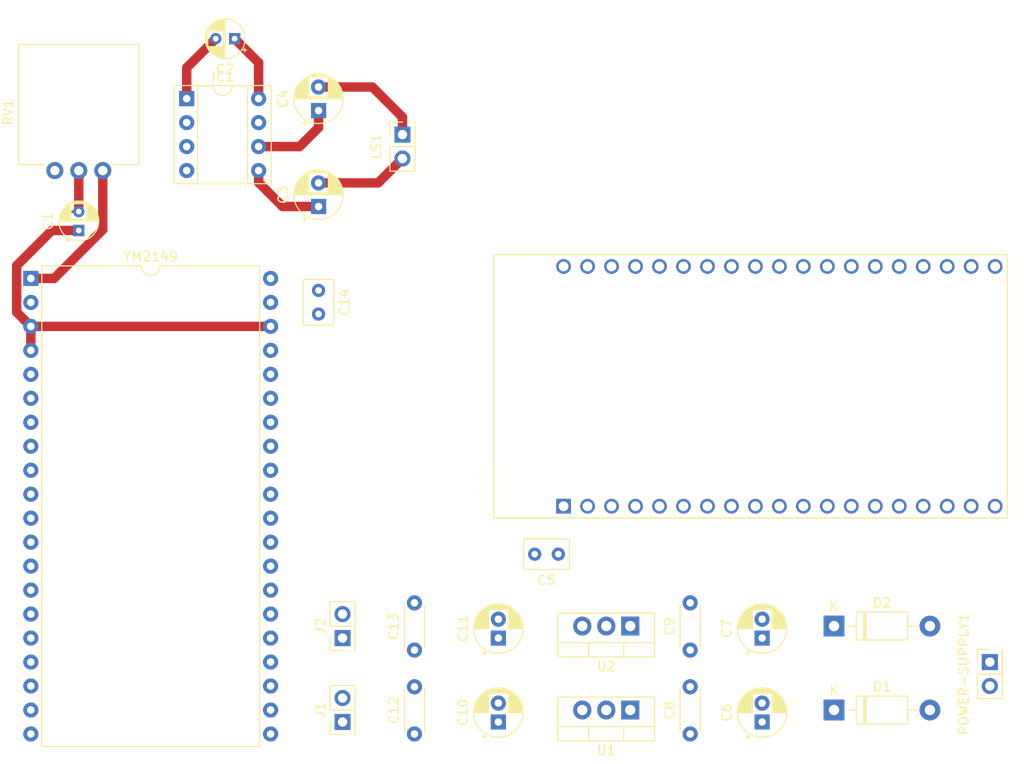
<source format=kicad_pcb>
(kicad_pcb (version 20171130) (host pcbnew "(5.1.5)-3")

  (general
    (thickness 1.6)
    (drawings 0)
    (tracks 29)
    (zones 0)
    (modules 26)
    (nets 70)
  )

  (page A4)
  (layers
    (0 F.Cu signal)
    (31 B.Cu signal hide)
    (32 B.Adhes user hide)
    (33 F.Adhes user hide)
    (34 B.Paste user)
    (35 F.Paste user)
    (36 B.SilkS user)
    (37 F.SilkS user)
    (38 B.Mask user)
    (39 F.Mask user)
    (40 Dwgs.User user)
    (41 Cmts.User user)
    (42 Eco1.User user)
    (43 Eco2.User user)
    (44 Edge.Cuts user)
    (45 Margin user)
    (46 B.CrtYd user)
    (47 F.CrtYd user)
    (48 B.Fab user)
    (49 F.Fab user)
  )

  (setup
    (last_trace_width 1)
    (user_trace_width 1)
    (trace_clearance 0.2)
    (zone_clearance 0.508)
    (zone_45_only no)
    (trace_min 0.2)
    (via_size 0.8)
    (via_drill 0.4)
    (via_min_size 0.4)
    (via_min_drill 0.3)
    (uvia_size 0.3)
    (uvia_drill 0.1)
    (uvias_allowed no)
    (uvia_min_size 0.2)
    (uvia_min_drill 0.1)
    (edge_width 0.05)
    (segment_width 0.2)
    (pcb_text_width 0.3)
    (pcb_text_size 1.5 1.5)
    (mod_edge_width 0.12)
    (mod_text_size 1 1)
    (mod_text_width 0.15)
    (pad_size 1.524 1.524)
    (pad_drill 0.762)
    (pad_to_mask_clearance 0.051)
    (solder_mask_min_width 0.25)
    (aux_axis_origin 0 0)
    (visible_elements 7FFFFFFF)
    (pcbplotparams
      (layerselection 0x010fc_ffffffff)
      (usegerberextensions false)
      (usegerberattributes false)
      (usegerberadvancedattributes false)
      (creategerberjobfile false)
      (excludeedgelayer true)
      (linewidth 0.100000)
      (plotframeref false)
      (viasonmask false)
      (mode 1)
      (useauxorigin false)
      (hpglpennumber 1)
      (hpglpenspeed 20)
      (hpglpendiameter 15.000000)
      (psnegative false)
      (psa4output false)
      (plotreference true)
      (plotvalue true)
      (plotinvisibletext false)
      (padsonsilk false)
      (subtractmaskfromsilk false)
      (outputformat 1)
      (mirror false)
      (drillshape 1)
      (scaleselection 1)
      (outputdirectory ""))
  )

  (net 0 "")
  (net 1 "Net-(C1-Pad2)")
  (net 2 AUDIO_CH_A)
  (net 3 "Net-(C2-Pad1)")
  (net 4 "Net-(C2-Pad2)")
  (net 5 "Net-(C3-Pad1)")
  (net 6 "Net-(C3-Pad2)")
  (net 7 GNDREF)
  (net 8 +5V)
  (net 9 +3V3)
  (net 10 "Net-(C6-Pad1)")
  (net 11 "Net-(C7-Pad1)")
  (net 12 "Net-(C10-Pad1)")
  (net 13 "Net-(C11-Pad1)")
  (net 14 "Net-(D1-Pad2)")
  (net 15 "Net-(IC1-Pad3)")
  (net 16 "Net-(IC1-Pad7)")
  (net 17 "Net-(MCU1-Pad2)")
  (net 18 "Net-(MCU1-Pad19)")
  (net 19 "Net-(MCU1-Pad3)")
  (net 20 "Net-(MCU1-Pad4)")
  (net 21 "Net-(MCU1-Pad5)")
  (net 22 "Net-(MCU1-Pad6)")
  (net 23 "Net-(MCU1-Pad7)")
  (net 24 DA7)
  (net 25 DA6)
  (net 26 DA5)
  (net 27 DA4)
  (net 28 BDIR)
  (net 29 BC1)
  (net 30 "Net-(MCU1-Pad15)")
  (net 31 "Net-(MCU1-Pad16)")
  (net 32 "Net-(MCU1-Pad17)")
  (net 33 "Net-(MCU1-Pad18)")
  (net 34 "Net-(MCU1-Pad21)")
  (net 35 "Net-(MCU1-Pad22)")
  (net 36 "Net-(MCU1-Pad23)")
  (net 37 "Net-(MCU1-Pad24)")
  (net 38 DA3)
  (net 39 "Net-(MCU1-Pad27)")
  (net 40 "Net-(MCU1-Pad28)")
  (net 41 "Net-(MCU1-Pad29)")
  (net 42 DA2)
  (net 43 DA1)
  (net 44 DA0)
  (net 45 "Net-(MCU1-Pad33)")
  (net 46 RESET)
  (net 47 CLOCK)
  (net 48 "Net-(MCU1-Pad36)")
  (net 49 "Net-(MCU1-Pad37)")
  (net 50 "Net-(MCU1-Pad38)")
  (net 51 "Net-(YM2149-Pad21)")
  (net 52 "Net-(YM2149-Pad2)")
  (net 53 "Net-(YM2149-Pad5)")
  (net 54 "Net-(YM2149-Pad6)")
  (net 55 "Net-(YM2149-Pad7)")
  (net 56 "Net-(YM2149-Pad8)")
  (net 57 "Net-(YM2149-Pad9)")
  (net 58 "Net-(YM2149-Pad10)")
  (net 59 "Net-(YM2149-Pad11)")
  (net 60 "Net-(YM2149-Pad12)")
  (net 61 "Net-(YM2149-Pad13)")
  (net 62 "Net-(YM2149-Pad14)")
  (net 63 "Net-(YM2149-Pad15)")
  (net 64 "Net-(YM2149-Pad16)")
  (net 65 "Net-(YM2149-Pad17)")
  (net 66 "Net-(YM2149-Pad18)")
  (net 67 "Net-(YM2149-Pad19)")
  (net 68 "Net-(YM2149-Pad39)")
  (net 69 "Net-(YM2149-Pad20)")

  (net_class Default "Dies ist die voreingestellte Netzklasse."
    (clearance 0.2)
    (trace_width 0.25)
    (via_dia 0.8)
    (via_drill 0.4)
    (uvia_dia 0.3)
    (uvia_drill 0.1)
    (add_net +3V3)
    (add_net +5V)
    (add_net AUDIO_CH_A)
    (add_net BC1)
    (add_net BDIR)
    (add_net CLOCK)
    (add_net DA0)
    (add_net DA1)
    (add_net DA2)
    (add_net DA3)
    (add_net DA4)
    (add_net DA5)
    (add_net DA6)
    (add_net DA7)
    (add_net GNDREF)
    (add_net "Net-(C1-Pad2)")
    (add_net "Net-(C10-Pad1)")
    (add_net "Net-(C11-Pad1)")
    (add_net "Net-(C2-Pad1)")
    (add_net "Net-(C2-Pad2)")
    (add_net "Net-(C3-Pad1)")
    (add_net "Net-(C3-Pad2)")
    (add_net "Net-(C6-Pad1)")
    (add_net "Net-(C7-Pad1)")
    (add_net "Net-(D1-Pad2)")
    (add_net "Net-(IC1-Pad3)")
    (add_net "Net-(IC1-Pad7)")
    (add_net "Net-(MCU1-Pad15)")
    (add_net "Net-(MCU1-Pad16)")
    (add_net "Net-(MCU1-Pad17)")
    (add_net "Net-(MCU1-Pad18)")
    (add_net "Net-(MCU1-Pad19)")
    (add_net "Net-(MCU1-Pad2)")
    (add_net "Net-(MCU1-Pad21)")
    (add_net "Net-(MCU1-Pad22)")
    (add_net "Net-(MCU1-Pad23)")
    (add_net "Net-(MCU1-Pad24)")
    (add_net "Net-(MCU1-Pad27)")
    (add_net "Net-(MCU1-Pad28)")
    (add_net "Net-(MCU1-Pad29)")
    (add_net "Net-(MCU1-Pad3)")
    (add_net "Net-(MCU1-Pad33)")
    (add_net "Net-(MCU1-Pad36)")
    (add_net "Net-(MCU1-Pad37)")
    (add_net "Net-(MCU1-Pad38)")
    (add_net "Net-(MCU1-Pad4)")
    (add_net "Net-(MCU1-Pad5)")
    (add_net "Net-(MCU1-Pad6)")
    (add_net "Net-(MCU1-Pad7)")
    (add_net "Net-(YM2149-Pad10)")
    (add_net "Net-(YM2149-Pad11)")
    (add_net "Net-(YM2149-Pad12)")
    (add_net "Net-(YM2149-Pad13)")
    (add_net "Net-(YM2149-Pad14)")
    (add_net "Net-(YM2149-Pad15)")
    (add_net "Net-(YM2149-Pad16)")
    (add_net "Net-(YM2149-Pad17)")
    (add_net "Net-(YM2149-Pad18)")
    (add_net "Net-(YM2149-Pad19)")
    (add_net "Net-(YM2149-Pad2)")
    (add_net "Net-(YM2149-Pad20)")
    (add_net "Net-(YM2149-Pad21)")
    (add_net "Net-(YM2149-Pad39)")
    (add_net "Net-(YM2149-Pad5)")
    (add_net "Net-(YM2149-Pad6)")
    (add_net "Net-(YM2149-Pad7)")
    (add_net "Net-(YM2149-Pad8)")
    (add_net "Net-(YM2149-Pad9)")
    (add_net RESET)
  )

  (module Capacitor_THT:CP_Radial_D4.0mm_P2.00mm (layer F.Cu) (tedit 5AE50EF0) (tstamp 5E837184)
    (at 111.76 43.18 90)
    (descr "CP, Radial series, Radial, pin pitch=2.00mm, , diameter=4mm, Electrolytic Capacitor")
    (tags "CP Radial series Radial pin pitch 2.00mm  diameter 4mm Electrolytic Capacitor")
    (path /5E82D292)
    (fp_text reference C1 (at 1 -3.25 90) (layer F.SilkS)
      (effects (font (size 1 1) (thickness 0.15)))
    )
    (fp_text value "10uF, 16V" (at 1 3.25 90) (layer F.Fab)
      (effects (font (size 1 1) (thickness 0.15)))
    )
    (fp_text user %R (at 1 0 90) (layer F.Fab)
      (effects (font (size 0.8 0.8) (thickness 0.12)))
    )
    (fp_line (start -1.069801 -1.395) (end -1.069801 -0.995) (layer F.SilkS) (width 0.12))
    (fp_line (start -1.269801 -1.195) (end -0.869801 -1.195) (layer F.SilkS) (width 0.12))
    (fp_line (start 3.081 -0.37) (end 3.081 0.37) (layer F.SilkS) (width 0.12))
    (fp_line (start 3.041 -0.537) (end 3.041 0.537) (layer F.SilkS) (width 0.12))
    (fp_line (start 3.001 -0.664) (end 3.001 0.664) (layer F.SilkS) (width 0.12))
    (fp_line (start 2.961 -0.768) (end 2.961 0.768) (layer F.SilkS) (width 0.12))
    (fp_line (start 2.921 -0.859) (end 2.921 0.859) (layer F.SilkS) (width 0.12))
    (fp_line (start 2.881 -0.94) (end 2.881 0.94) (layer F.SilkS) (width 0.12))
    (fp_line (start 2.841 -1.013) (end 2.841 1.013) (layer F.SilkS) (width 0.12))
    (fp_line (start 2.801 0.84) (end 2.801 1.08) (layer F.SilkS) (width 0.12))
    (fp_line (start 2.801 -1.08) (end 2.801 -0.84) (layer F.SilkS) (width 0.12))
    (fp_line (start 2.761 0.84) (end 2.761 1.142) (layer F.SilkS) (width 0.12))
    (fp_line (start 2.761 -1.142) (end 2.761 -0.84) (layer F.SilkS) (width 0.12))
    (fp_line (start 2.721 0.84) (end 2.721 1.2) (layer F.SilkS) (width 0.12))
    (fp_line (start 2.721 -1.2) (end 2.721 -0.84) (layer F.SilkS) (width 0.12))
    (fp_line (start 2.681 0.84) (end 2.681 1.254) (layer F.SilkS) (width 0.12))
    (fp_line (start 2.681 -1.254) (end 2.681 -0.84) (layer F.SilkS) (width 0.12))
    (fp_line (start 2.641 0.84) (end 2.641 1.304) (layer F.SilkS) (width 0.12))
    (fp_line (start 2.641 -1.304) (end 2.641 -0.84) (layer F.SilkS) (width 0.12))
    (fp_line (start 2.601 0.84) (end 2.601 1.351) (layer F.SilkS) (width 0.12))
    (fp_line (start 2.601 -1.351) (end 2.601 -0.84) (layer F.SilkS) (width 0.12))
    (fp_line (start 2.561 0.84) (end 2.561 1.396) (layer F.SilkS) (width 0.12))
    (fp_line (start 2.561 -1.396) (end 2.561 -0.84) (layer F.SilkS) (width 0.12))
    (fp_line (start 2.521 0.84) (end 2.521 1.438) (layer F.SilkS) (width 0.12))
    (fp_line (start 2.521 -1.438) (end 2.521 -0.84) (layer F.SilkS) (width 0.12))
    (fp_line (start 2.481 0.84) (end 2.481 1.478) (layer F.SilkS) (width 0.12))
    (fp_line (start 2.481 -1.478) (end 2.481 -0.84) (layer F.SilkS) (width 0.12))
    (fp_line (start 2.441 0.84) (end 2.441 1.516) (layer F.SilkS) (width 0.12))
    (fp_line (start 2.441 -1.516) (end 2.441 -0.84) (layer F.SilkS) (width 0.12))
    (fp_line (start 2.401 0.84) (end 2.401 1.552) (layer F.SilkS) (width 0.12))
    (fp_line (start 2.401 -1.552) (end 2.401 -0.84) (layer F.SilkS) (width 0.12))
    (fp_line (start 2.361 0.84) (end 2.361 1.587) (layer F.SilkS) (width 0.12))
    (fp_line (start 2.361 -1.587) (end 2.361 -0.84) (layer F.SilkS) (width 0.12))
    (fp_line (start 2.321 0.84) (end 2.321 1.619) (layer F.SilkS) (width 0.12))
    (fp_line (start 2.321 -1.619) (end 2.321 -0.84) (layer F.SilkS) (width 0.12))
    (fp_line (start 2.281 0.84) (end 2.281 1.65) (layer F.SilkS) (width 0.12))
    (fp_line (start 2.281 -1.65) (end 2.281 -0.84) (layer F.SilkS) (width 0.12))
    (fp_line (start 2.241 0.84) (end 2.241 1.68) (layer F.SilkS) (width 0.12))
    (fp_line (start 2.241 -1.68) (end 2.241 -0.84) (layer F.SilkS) (width 0.12))
    (fp_line (start 2.201 0.84) (end 2.201 1.708) (layer F.SilkS) (width 0.12))
    (fp_line (start 2.201 -1.708) (end 2.201 -0.84) (layer F.SilkS) (width 0.12))
    (fp_line (start 2.161 0.84) (end 2.161 1.735) (layer F.SilkS) (width 0.12))
    (fp_line (start 2.161 -1.735) (end 2.161 -0.84) (layer F.SilkS) (width 0.12))
    (fp_line (start 2.121 0.84) (end 2.121 1.76) (layer F.SilkS) (width 0.12))
    (fp_line (start 2.121 -1.76) (end 2.121 -0.84) (layer F.SilkS) (width 0.12))
    (fp_line (start 2.081 0.84) (end 2.081 1.785) (layer F.SilkS) (width 0.12))
    (fp_line (start 2.081 -1.785) (end 2.081 -0.84) (layer F.SilkS) (width 0.12))
    (fp_line (start 2.041 0.84) (end 2.041 1.808) (layer F.SilkS) (width 0.12))
    (fp_line (start 2.041 -1.808) (end 2.041 -0.84) (layer F.SilkS) (width 0.12))
    (fp_line (start 2.001 0.84) (end 2.001 1.83) (layer F.SilkS) (width 0.12))
    (fp_line (start 2.001 -1.83) (end 2.001 -0.84) (layer F.SilkS) (width 0.12))
    (fp_line (start 1.961 0.84) (end 1.961 1.851) (layer F.SilkS) (width 0.12))
    (fp_line (start 1.961 -1.851) (end 1.961 -0.84) (layer F.SilkS) (width 0.12))
    (fp_line (start 1.921 0.84) (end 1.921 1.87) (layer F.SilkS) (width 0.12))
    (fp_line (start 1.921 -1.87) (end 1.921 -0.84) (layer F.SilkS) (width 0.12))
    (fp_line (start 1.881 0.84) (end 1.881 1.889) (layer F.SilkS) (width 0.12))
    (fp_line (start 1.881 -1.889) (end 1.881 -0.84) (layer F.SilkS) (width 0.12))
    (fp_line (start 1.841 0.84) (end 1.841 1.907) (layer F.SilkS) (width 0.12))
    (fp_line (start 1.841 -1.907) (end 1.841 -0.84) (layer F.SilkS) (width 0.12))
    (fp_line (start 1.801 0.84) (end 1.801 1.924) (layer F.SilkS) (width 0.12))
    (fp_line (start 1.801 -1.924) (end 1.801 -0.84) (layer F.SilkS) (width 0.12))
    (fp_line (start 1.761 0.84) (end 1.761 1.94) (layer F.SilkS) (width 0.12))
    (fp_line (start 1.761 -1.94) (end 1.761 -0.84) (layer F.SilkS) (width 0.12))
    (fp_line (start 1.721 0.84) (end 1.721 1.954) (layer F.SilkS) (width 0.12))
    (fp_line (start 1.721 -1.954) (end 1.721 -0.84) (layer F.SilkS) (width 0.12))
    (fp_line (start 1.68 0.84) (end 1.68 1.968) (layer F.SilkS) (width 0.12))
    (fp_line (start 1.68 -1.968) (end 1.68 -0.84) (layer F.SilkS) (width 0.12))
    (fp_line (start 1.64 0.84) (end 1.64 1.982) (layer F.SilkS) (width 0.12))
    (fp_line (start 1.64 -1.982) (end 1.64 -0.84) (layer F.SilkS) (width 0.12))
    (fp_line (start 1.6 0.84) (end 1.6 1.994) (layer F.SilkS) (width 0.12))
    (fp_line (start 1.6 -1.994) (end 1.6 -0.84) (layer F.SilkS) (width 0.12))
    (fp_line (start 1.56 0.84) (end 1.56 2.005) (layer F.SilkS) (width 0.12))
    (fp_line (start 1.56 -2.005) (end 1.56 -0.84) (layer F.SilkS) (width 0.12))
    (fp_line (start 1.52 0.84) (end 1.52 2.016) (layer F.SilkS) (width 0.12))
    (fp_line (start 1.52 -2.016) (end 1.52 -0.84) (layer F.SilkS) (width 0.12))
    (fp_line (start 1.48 0.84) (end 1.48 2.025) (layer F.SilkS) (width 0.12))
    (fp_line (start 1.48 -2.025) (end 1.48 -0.84) (layer F.SilkS) (width 0.12))
    (fp_line (start 1.44 0.84) (end 1.44 2.034) (layer F.SilkS) (width 0.12))
    (fp_line (start 1.44 -2.034) (end 1.44 -0.84) (layer F.SilkS) (width 0.12))
    (fp_line (start 1.4 0.84) (end 1.4 2.042) (layer F.SilkS) (width 0.12))
    (fp_line (start 1.4 -2.042) (end 1.4 -0.84) (layer F.SilkS) (width 0.12))
    (fp_line (start 1.36 0.84) (end 1.36 2.05) (layer F.SilkS) (width 0.12))
    (fp_line (start 1.36 -2.05) (end 1.36 -0.84) (layer F.SilkS) (width 0.12))
    (fp_line (start 1.32 0.84) (end 1.32 2.056) (layer F.SilkS) (width 0.12))
    (fp_line (start 1.32 -2.056) (end 1.32 -0.84) (layer F.SilkS) (width 0.12))
    (fp_line (start 1.28 0.84) (end 1.28 2.062) (layer F.SilkS) (width 0.12))
    (fp_line (start 1.28 -2.062) (end 1.28 -0.84) (layer F.SilkS) (width 0.12))
    (fp_line (start 1.24 0.84) (end 1.24 2.067) (layer F.SilkS) (width 0.12))
    (fp_line (start 1.24 -2.067) (end 1.24 -0.84) (layer F.SilkS) (width 0.12))
    (fp_line (start 1.2 0.84) (end 1.2 2.071) (layer F.SilkS) (width 0.12))
    (fp_line (start 1.2 -2.071) (end 1.2 -0.84) (layer F.SilkS) (width 0.12))
    (fp_line (start 1.16 -2.074) (end 1.16 2.074) (layer F.SilkS) (width 0.12))
    (fp_line (start 1.12 -2.077) (end 1.12 2.077) (layer F.SilkS) (width 0.12))
    (fp_line (start 1.08 -2.079) (end 1.08 2.079) (layer F.SilkS) (width 0.12))
    (fp_line (start 1.04 -2.08) (end 1.04 2.08) (layer F.SilkS) (width 0.12))
    (fp_line (start 1 -2.08) (end 1 2.08) (layer F.SilkS) (width 0.12))
    (fp_line (start -0.502554 -1.0675) (end -0.502554 -0.6675) (layer F.Fab) (width 0.1))
    (fp_line (start -0.702554 -0.8675) (end -0.302554 -0.8675) (layer F.Fab) (width 0.1))
    (fp_circle (center 1 0) (end 3.25 0) (layer F.CrtYd) (width 0.05))
    (fp_circle (center 1 0) (end 3.12 0) (layer F.SilkS) (width 0.12))
    (fp_circle (center 1 0) (end 3 0) (layer F.Fab) (width 0.1))
    (pad 2 thru_hole circle (at 2 0 90) (size 1.2 1.2) (drill 0.6) (layers *.Cu *.Mask)
      (net 1 "Net-(C1-Pad2)"))
    (pad 1 thru_hole rect (at 0 0 90) (size 1.2 1.2) (drill 0.6) (layers *.Cu *.Mask)
      (net 2 AUDIO_CH_A))
    (model ${KISYS3DMOD}/Capacitor_THT.3dshapes/CP_Radial_D4.0mm_P2.00mm.wrl
      (at (xyz 0 0 0))
      (scale (xyz 1 1 1))
      (rotate (xyz 0 0 0))
    )
  )

  (module Capacitor_THT:CP_Radial_D4.0mm_P2.00mm (layer F.Cu) (tedit 5AE50EF0) (tstamp 5E8371F0)
    (at 128.27 22.86 180)
    (descr "CP, Radial series, Radial, pin pitch=2.00mm, , diameter=4mm, Electrolytic Capacitor")
    (tags "CP Radial series Radial pin pitch 2.00mm  diameter 4mm Electrolytic Capacitor")
    (path /5E82E043)
    (fp_text reference C2 (at 1 -3.25) (layer F.SilkS)
      (effects (font (size 1 1) (thickness 0.15)))
    )
    (fp_text value "10uF, 16V" (at 1 3.25) (layer F.Fab)
      (effects (font (size 1 1) (thickness 0.15)))
    )
    (fp_circle (center 1 0) (end 3 0) (layer F.Fab) (width 0.1))
    (fp_circle (center 1 0) (end 3.12 0) (layer F.SilkS) (width 0.12))
    (fp_circle (center 1 0) (end 3.25 0) (layer F.CrtYd) (width 0.05))
    (fp_line (start -0.702554 -0.8675) (end -0.302554 -0.8675) (layer F.Fab) (width 0.1))
    (fp_line (start -0.502554 -1.0675) (end -0.502554 -0.6675) (layer F.Fab) (width 0.1))
    (fp_line (start 1 -2.08) (end 1 2.08) (layer F.SilkS) (width 0.12))
    (fp_line (start 1.04 -2.08) (end 1.04 2.08) (layer F.SilkS) (width 0.12))
    (fp_line (start 1.08 -2.079) (end 1.08 2.079) (layer F.SilkS) (width 0.12))
    (fp_line (start 1.12 -2.077) (end 1.12 2.077) (layer F.SilkS) (width 0.12))
    (fp_line (start 1.16 -2.074) (end 1.16 2.074) (layer F.SilkS) (width 0.12))
    (fp_line (start 1.2 -2.071) (end 1.2 -0.84) (layer F.SilkS) (width 0.12))
    (fp_line (start 1.2 0.84) (end 1.2 2.071) (layer F.SilkS) (width 0.12))
    (fp_line (start 1.24 -2.067) (end 1.24 -0.84) (layer F.SilkS) (width 0.12))
    (fp_line (start 1.24 0.84) (end 1.24 2.067) (layer F.SilkS) (width 0.12))
    (fp_line (start 1.28 -2.062) (end 1.28 -0.84) (layer F.SilkS) (width 0.12))
    (fp_line (start 1.28 0.84) (end 1.28 2.062) (layer F.SilkS) (width 0.12))
    (fp_line (start 1.32 -2.056) (end 1.32 -0.84) (layer F.SilkS) (width 0.12))
    (fp_line (start 1.32 0.84) (end 1.32 2.056) (layer F.SilkS) (width 0.12))
    (fp_line (start 1.36 -2.05) (end 1.36 -0.84) (layer F.SilkS) (width 0.12))
    (fp_line (start 1.36 0.84) (end 1.36 2.05) (layer F.SilkS) (width 0.12))
    (fp_line (start 1.4 -2.042) (end 1.4 -0.84) (layer F.SilkS) (width 0.12))
    (fp_line (start 1.4 0.84) (end 1.4 2.042) (layer F.SilkS) (width 0.12))
    (fp_line (start 1.44 -2.034) (end 1.44 -0.84) (layer F.SilkS) (width 0.12))
    (fp_line (start 1.44 0.84) (end 1.44 2.034) (layer F.SilkS) (width 0.12))
    (fp_line (start 1.48 -2.025) (end 1.48 -0.84) (layer F.SilkS) (width 0.12))
    (fp_line (start 1.48 0.84) (end 1.48 2.025) (layer F.SilkS) (width 0.12))
    (fp_line (start 1.52 -2.016) (end 1.52 -0.84) (layer F.SilkS) (width 0.12))
    (fp_line (start 1.52 0.84) (end 1.52 2.016) (layer F.SilkS) (width 0.12))
    (fp_line (start 1.56 -2.005) (end 1.56 -0.84) (layer F.SilkS) (width 0.12))
    (fp_line (start 1.56 0.84) (end 1.56 2.005) (layer F.SilkS) (width 0.12))
    (fp_line (start 1.6 -1.994) (end 1.6 -0.84) (layer F.SilkS) (width 0.12))
    (fp_line (start 1.6 0.84) (end 1.6 1.994) (layer F.SilkS) (width 0.12))
    (fp_line (start 1.64 -1.982) (end 1.64 -0.84) (layer F.SilkS) (width 0.12))
    (fp_line (start 1.64 0.84) (end 1.64 1.982) (layer F.SilkS) (width 0.12))
    (fp_line (start 1.68 -1.968) (end 1.68 -0.84) (layer F.SilkS) (width 0.12))
    (fp_line (start 1.68 0.84) (end 1.68 1.968) (layer F.SilkS) (width 0.12))
    (fp_line (start 1.721 -1.954) (end 1.721 -0.84) (layer F.SilkS) (width 0.12))
    (fp_line (start 1.721 0.84) (end 1.721 1.954) (layer F.SilkS) (width 0.12))
    (fp_line (start 1.761 -1.94) (end 1.761 -0.84) (layer F.SilkS) (width 0.12))
    (fp_line (start 1.761 0.84) (end 1.761 1.94) (layer F.SilkS) (width 0.12))
    (fp_line (start 1.801 -1.924) (end 1.801 -0.84) (layer F.SilkS) (width 0.12))
    (fp_line (start 1.801 0.84) (end 1.801 1.924) (layer F.SilkS) (width 0.12))
    (fp_line (start 1.841 -1.907) (end 1.841 -0.84) (layer F.SilkS) (width 0.12))
    (fp_line (start 1.841 0.84) (end 1.841 1.907) (layer F.SilkS) (width 0.12))
    (fp_line (start 1.881 -1.889) (end 1.881 -0.84) (layer F.SilkS) (width 0.12))
    (fp_line (start 1.881 0.84) (end 1.881 1.889) (layer F.SilkS) (width 0.12))
    (fp_line (start 1.921 -1.87) (end 1.921 -0.84) (layer F.SilkS) (width 0.12))
    (fp_line (start 1.921 0.84) (end 1.921 1.87) (layer F.SilkS) (width 0.12))
    (fp_line (start 1.961 -1.851) (end 1.961 -0.84) (layer F.SilkS) (width 0.12))
    (fp_line (start 1.961 0.84) (end 1.961 1.851) (layer F.SilkS) (width 0.12))
    (fp_line (start 2.001 -1.83) (end 2.001 -0.84) (layer F.SilkS) (width 0.12))
    (fp_line (start 2.001 0.84) (end 2.001 1.83) (layer F.SilkS) (width 0.12))
    (fp_line (start 2.041 -1.808) (end 2.041 -0.84) (layer F.SilkS) (width 0.12))
    (fp_line (start 2.041 0.84) (end 2.041 1.808) (layer F.SilkS) (width 0.12))
    (fp_line (start 2.081 -1.785) (end 2.081 -0.84) (layer F.SilkS) (width 0.12))
    (fp_line (start 2.081 0.84) (end 2.081 1.785) (layer F.SilkS) (width 0.12))
    (fp_line (start 2.121 -1.76) (end 2.121 -0.84) (layer F.SilkS) (width 0.12))
    (fp_line (start 2.121 0.84) (end 2.121 1.76) (layer F.SilkS) (width 0.12))
    (fp_line (start 2.161 -1.735) (end 2.161 -0.84) (layer F.SilkS) (width 0.12))
    (fp_line (start 2.161 0.84) (end 2.161 1.735) (layer F.SilkS) (width 0.12))
    (fp_line (start 2.201 -1.708) (end 2.201 -0.84) (layer F.SilkS) (width 0.12))
    (fp_line (start 2.201 0.84) (end 2.201 1.708) (layer F.SilkS) (width 0.12))
    (fp_line (start 2.241 -1.68) (end 2.241 -0.84) (layer F.SilkS) (width 0.12))
    (fp_line (start 2.241 0.84) (end 2.241 1.68) (layer F.SilkS) (width 0.12))
    (fp_line (start 2.281 -1.65) (end 2.281 -0.84) (layer F.SilkS) (width 0.12))
    (fp_line (start 2.281 0.84) (end 2.281 1.65) (layer F.SilkS) (width 0.12))
    (fp_line (start 2.321 -1.619) (end 2.321 -0.84) (layer F.SilkS) (width 0.12))
    (fp_line (start 2.321 0.84) (end 2.321 1.619) (layer F.SilkS) (width 0.12))
    (fp_line (start 2.361 -1.587) (end 2.361 -0.84) (layer F.SilkS) (width 0.12))
    (fp_line (start 2.361 0.84) (end 2.361 1.587) (layer F.SilkS) (width 0.12))
    (fp_line (start 2.401 -1.552) (end 2.401 -0.84) (layer F.SilkS) (width 0.12))
    (fp_line (start 2.401 0.84) (end 2.401 1.552) (layer F.SilkS) (width 0.12))
    (fp_line (start 2.441 -1.516) (end 2.441 -0.84) (layer F.SilkS) (width 0.12))
    (fp_line (start 2.441 0.84) (end 2.441 1.516) (layer F.SilkS) (width 0.12))
    (fp_line (start 2.481 -1.478) (end 2.481 -0.84) (layer F.SilkS) (width 0.12))
    (fp_line (start 2.481 0.84) (end 2.481 1.478) (layer F.SilkS) (width 0.12))
    (fp_line (start 2.521 -1.438) (end 2.521 -0.84) (layer F.SilkS) (width 0.12))
    (fp_line (start 2.521 0.84) (end 2.521 1.438) (layer F.SilkS) (width 0.12))
    (fp_line (start 2.561 -1.396) (end 2.561 -0.84) (layer F.SilkS) (width 0.12))
    (fp_line (start 2.561 0.84) (end 2.561 1.396) (layer F.SilkS) (width 0.12))
    (fp_line (start 2.601 -1.351) (end 2.601 -0.84) (layer F.SilkS) (width 0.12))
    (fp_line (start 2.601 0.84) (end 2.601 1.351) (layer F.SilkS) (width 0.12))
    (fp_line (start 2.641 -1.304) (end 2.641 -0.84) (layer F.SilkS) (width 0.12))
    (fp_line (start 2.641 0.84) (end 2.641 1.304) (layer F.SilkS) (width 0.12))
    (fp_line (start 2.681 -1.254) (end 2.681 -0.84) (layer F.SilkS) (width 0.12))
    (fp_line (start 2.681 0.84) (end 2.681 1.254) (layer F.SilkS) (width 0.12))
    (fp_line (start 2.721 -1.2) (end 2.721 -0.84) (layer F.SilkS) (width 0.12))
    (fp_line (start 2.721 0.84) (end 2.721 1.2) (layer F.SilkS) (width 0.12))
    (fp_line (start 2.761 -1.142) (end 2.761 -0.84) (layer F.SilkS) (width 0.12))
    (fp_line (start 2.761 0.84) (end 2.761 1.142) (layer F.SilkS) (width 0.12))
    (fp_line (start 2.801 -1.08) (end 2.801 -0.84) (layer F.SilkS) (width 0.12))
    (fp_line (start 2.801 0.84) (end 2.801 1.08) (layer F.SilkS) (width 0.12))
    (fp_line (start 2.841 -1.013) (end 2.841 1.013) (layer F.SilkS) (width 0.12))
    (fp_line (start 2.881 -0.94) (end 2.881 0.94) (layer F.SilkS) (width 0.12))
    (fp_line (start 2.921 -0.859) (end 2.921 0.859) (layer F.SilkS) (width 0.12))
    (fp_line (start 2.961 -0.768) (end 2.961 0.768) (layer F.SilkS) (width 0.12))
    (fp_line (start 3.001 -0.664) (end 3.001 0.664) (layer F.SilkS) (width 0.12))
    (fp_line (start 3.041 -0.537) (end 3.041 0.537) (layer F.SilkS) (width 0.12))
    (fp_line (start 3.081 -0.37) (end 3.081 0.37) (layer F.SilkS) (width 0.12))
    (fp_line (start -1.269801 -1.195) (end -0.869801 -1.195) (layer F.SilkS) (width 0.12))
    (fp_line (start -1.069801 -1.395) (end -1.069801 -0.995) (layer F.SilkS) (width 0.12))
    (fp_text user %R (at 1 0) (layer F.Fab)
      (effects (font (size 0.8 0.8) (thickness 0.12)))
    )
    (pad 1 thru_hole rect (at 0 0 180) (size 1.2 1.2) (drill 0.6) (layers *.Cu *.Mask)
      (net 3 "Net-(C2-Pad1)"))
    (pad 2 thru_hole circle (at 2 0 180) (size 1.2 1.2) (drill 0.6) (layers *.Cu *.Mask)
      (net 4 "Net-(C2-Pad2)"))
    (model ${KISYS3DMOD}/Capacitor_THT.3dshapes/CP_Radial_D4.0mm_P2.00mm.wrl
      (at (xyz 0 0 0))
      (scale (xyz 1 1 1))
      (rotate (xyz 0 0 0))
    )
  )

  (module Capacitor_THT:CP_Radial_D5.0mm_P2.50mm (layer F.Cu) (tedit 5AE50EF0) (tstamp 5E837274)
    (at 137.16 40.64 90)
    (descr "CP, Radial series, Radial, pin pitch=2.50mm, , diameter=5mm, Electrolytic Capacitor")
    (tags "CP Radial series Radial pin pitch 2.50mm  diameter 5mm Electrolytic Capacitor")
    (path /5E82E834)
    (fp_text reference C3 (at 1.25 -3.75 90) (layer F.SilkS)
      (effects (font (size 1 1) (thickness 0.15)))
    )
    (fp_text value "220uF, 16V" (at 1.25 3.75 90) (layer F.Fab)
      (effects (font (size 1 1) (thickness 0.15)))
    )
    (fp_circle (center 1.25 0) (end 3.75 0) (layer F.Fab) (width 0.1))
    (fp_circle (center 1.25 0) (end 3.87 0) (layer F.SilkS) (width 0.12))
    (fp_circle (center 1.25 0) (end 4 0) (layer F.CrtYd) (width 0.05))
    (fp_line (start -0.883605 -1.0875) (end -0.383605 -1.0875) (layer F.Fab) (width 0.1))
    (fp_line (start -0.633605 -1.3375) (end -0.633605 -0.8375) (layer F.Fab) (width 0.1))
    (fp_line (start 1.25 -2.58) (end 1.25 2.58) (layer F.SilkS) (width 0.12))
    (fp_line (start 1.29 -2.58) (end 1.29 2.58) (layer F.SilkS) (width 0.12))
    (fp_line (start 1.33 -2.579) (end 1.33 2.579) (layer F.SilkS) (width 0.12))
    (fp_line (start 1.37 -2.578) (end 1.37 2.578) (layer F.SilkS) (width 0.12))
    (fp_line (start 1.41 -2.576) (end 1.41 2.576) (layer F.SilkS) (width 0.12))
    (fp_line (start 1.45 -2.573) (end 1.45 2.573) (layer F.SilkS) (width 0.12))
    (fp_line (start 1.49 -2.569) (end 1.49 -1.04) (layer F.SilkS) (width 0.12))
    (fp_line (start 1.49 1.04) (end 1.49 2.569) (layer F.SilkS) (width 0.12))
    (fp_line (start 1.53 -2.565) (end 1.53 -1.04) (layer F.SilkS) (width 0.12))
    (fp_line (start 1.53 1.04) (end 1.53 2.565) (layer F.SilkS) (width 0.12))
    (fp_line (start 1.57 -2.561) (end 1.57 -1.04) (layer F.SilkS) (width 0.12))
    (fp_line (start 1.57 1.04) (end 1.57 2.561) (layer F.SilkS) (width 0.12))
    (fp_line (start 1.61 -2.556) (end 1.61 -1.04) (layer F.SilkS) (width 0.12))
    (fp_line (start 1.61 1.04) (end 1.61 2.556) (layer F.SilkS) (width 0.12))
    (fp_line (start 1.65 -2.55) (end 1.65 -1.04) (layer F.SilkS) (width 0.12))
    (fp_line (start 1.65 1.04) (end 1.65 2.55) (layer F.SilkS) (width 0.12))
    (fp_line (start 1.69 -2.543) (end 1.69 -1.04) (layer F.SilkS) (width 0.12))
    (fp_line (start 1.69 1.04) (end 1.69 2.543) (layer F.SilkS) (width 0.12))
    (fp_line (start 1.73 -2.536) (end 1.73 -1.04) (layer F.SilkS) (width 0.12))
    (fp_line (start 1.73 1.04) (end 1.73 2.536) (layer F.SilkS) (width 0.12))
    (fp_line (start 1.77 -2.528) (end 1.77 -1.04) (layer F.SilkS) (width 0.12))
    (fp_line (start 1.77 1.04) (end 1.77 2.528) (layer F.SilkS) (width 0.12))
    (fp_line (start 1.81 -2.52) (end 1.81 -1.04) (layer F.SilkS) (width 0.12))
    (fp_line (start 1.81 1.04) (end 1.81 2.52) (layer F.SilkS) (width 0.12))
    (fp_line (start 1.85 -2.511) (end 1.85 -1.04) (layer F.SilkS) (width 0.12))
    (fp_line (start 1.85 1.04) (end 1.85 2.511) (layer F.SilkS) (width 0.12))
    (fp_line (start 1.89 -2.501) (end 1.89 -1.04) (layer F.SilkS) (width 0.12))
    (fp_line (start 1.89 1.04) (end 1.89 2.501) (layer F.SilkS) (width 0.12))
    (fp_line (start 1.93 -2.491) (end 1.93 -1.04) (layer F.SilkS) (width 0.12))
    (fp_line (start 1.93 1.04) (end 1.93 2.491) (layer F.SilkS) (width 0.12))
    (fp_line (start 1.971 -2.48) (end 1.971 -1.04) (layer F.SilkS) (width 0.12))
    (fp_line (start 1.971 1.04) (end 1.971 2.48) (layer F.SilkS) (width 0.12))
    (fp_line (start 2.011 -2.468) (end 2.011 -1.04) (layer F.SilkS) (width 0.12))
    (fp_line (start 2.011 1.04) (end 2.011 2.468) (layer F.SilkS) (width 0.12))
    (fp_line (start 2.051 -2.455) (end 2.051 -1.04) (layer F.SilkS) (width 0.12))
    (fp_line (start 2.051 1.04) (end 2.051 2.455) (layer F.SilkS) (width 0.12))
    (fp_line (start 2.091 -2.442) (end 2.091 -1.04) (layer F.SilkS) (width 0.12))
    (fp_line (start 2.091 1.04) (end 2.091 2.442) (layer F.SilkS) (width 0.12))
    (fp_line (start 2.131 -2.428) (end 2.131 -1.04) (layer F.SilkS) (width 0.12))
    (fp_line (start 2.131 1.04) (end 2.131 2.428) (layer F.SilkS) (width 0.12))
    (fp_line (start 2.171 -2.414) (end 2.171 -1.04) (layer F.SilkS) (width 0.12))
    (fp_line (start 2.171 1.04) (end 2.171 2.414) (layer F.SilkS) (width 0.12))
    (fp_line (start 2.211 -2.398) (end 2.211 -1.04) (layer F.SilkS) (width 0.12))
    (fp_line (start 2.211 1.04) (end 2.211 2.398) (layer F.SilkS) (width 0.12))
    (fp_line (start 2.251 -2.382) (end 2.251 -1.04) (layer F.SilkS) (width 0.12))
    (fp_line (start 2.251 1.04) (end 2.251 2.382) (layer F.SilkS) (width 0.12))
    (fp_line (start 2.291 -2.365) (end 2.291 -1.04) (layer F.SilkS) (width 0.12))
    (fp_line (start 2.291 1.04) (end 2.291 2.365) (layer F.SilkS) (width 0.12))
    (fp_line (start 2.331 -2.348) (end 2.331 -1.04) (layer F.SilkS) (width 0.12))
    (fp_line (start 2.331 1.04) (end 2.331 2.348) (layer F.SilkS) (width 0.12))
    (fp_line (start 2.371 -2.329) (end 2.371 -1.04) (layer F.SilkS) (width 0.12))
    (fp_line (start 2.371 1.04) (end 2.371 2.329) (layer F.SilkS) (width 0.12))
    (fp_line (start 2.411 -2.31) (end 2.411 -1.04) (layer F.SilkS) (width 0.12))
    (fp_line (start 2.411 1.04) (end 2.411 2.31) (layer F.SilkS) (width 0.12))
    (fp_line (start 2.451 -2.29) (end 2.451 -1.04) (layer F.SilkS) (width 0.12))
    (fp_line (start 2.451 1.04) (end 2.451 2.29) (layer F.SilkS) (width 0.12))
    (fp_line (start 2.491 -2.268) (end 2.491 -1.04) (layer F.SilkS) (width 0.12))
    (fp_line (start 2.491 1.04) (end 2.491 2.268) (layer F.SilkS) (width 0.12))
    (fp_line (start 2.531 -2.247) (end 2.531 -1.04) (layer F.SilkS) (width 0.12))
    (fp_line (start 2.531 1.04) (end 2.531 2.247) (layer F.SilkS) (width 0.12))
    (fp_line (start 2.571 -2.224) (end 2.571 -1.04) (layer F.SilkS) (width 0.12))
    (fp_line (start 2.571 1.04) (end 2.571 2.224) (layer F.SilkS) (width 0.12))
    (fp_line (start 2.611 -2.2) (end 2.611 -1.04) (layer F.SilkS) (width 0.12))
    (fp_line (start 2.611 1.04) (end 2.611 2.2) (layer F.SilkS) (width 0.12))
    (fp_line (start 2.651 -2.175) (end 2.651 -1.04) (layer F.SilkS) (width 0.12))
    (fp_line (start 2.651 1.04) (end 2.651 2.175) (layer F.SilkS) (width 0.12))
    (fp_line (start 2.691 -2.149) (end 2.691 -1.04) (layer F.SilkS) (width 0.12))
    (fp_line (start 2.691 1.04) (end 2.691 2.149) (layer F.SilkS) (width 0.12))
    (fp_line (start 2.731 -2.122) (end 2.731 -1.04) (layer F.SilkS) (width 0.12))
    (fp_line (start 2.731 1.04) (end 2.731 2.122) (layer F.SilkS) (width 0.12))
    (fp_line (start 2.771 -2.095) (end 2.771 -1.04) (layer F.SilkS) (width 0.12))
    (fp_line (start 2.771 1.04) (end 2.771 2.095) (layer F.SilkS) (width 0.12))
    (fp_line (start 2.811 -2.065) (end 2.811 -1.04) (layer F.SilkS) (width 0.12))
    (fp_line (start 2.811 1.04) (end 2.811 2.065) (layer F.SilkS) (width 0.12))
    (fp_line (start 2.851 -2.035) (end 2.851 -1.04) (layer F.SilkS) (width 0.12))
    (fp_line (start 2.851 1.04) (end 2.851 2.035) (layer F.SilkS) (width 0.12))
    (fp_line (start 2.891 -2.004) (end 2.891 -1.04) (layer F.SilkS) (width 0.12))
    (fp_line (start 2.891 1.04) (end 2.891 2.004) (layer F.SilkS) (width 0.12))
    (fp_line (start 2.931 -1.971) (end 2.931 -1.04) (layer F.SilkS) (width 0.12))
    (fp_line (start 2.931 1.04) (end 2.931 1.971) (layer F.SilkS) (width 0.12))
    (fp_line (start 2.971 -1.937) (end 2.971 -1.04) (layer F.SilkS) (width 0.12))
    (fp_line (start 2.971 1.04) (end 2.971 1.937) (layer F.SilkS) (width 0.12))
    (fp_line (start 3.011 -1.901) (end 3.011 -1.04) (layer F.SilkS) (width 0.12))
    (fp_line (start 3.011 1.04) (end 3.011 1.901) (layer F.SilkS) (width 0.12))
    (fp_line (start 3.051 -1.864) (end 3.051 -1.04) (layer F.SilkS) (width 0.12))
    (fp_line (start 3.051 1.04) (end 3.051 1.864) (layer F.SilkS) (width 0.12))
    (fp_line (start 3.091 -1.826) (end 3.091 -1.04) (layer F.SilkS) (width 0.12))
    (fp_line (start 3.091 1.04) (end 3.091 1.826) (layer F.SilkS) (width 0.12))
    (fp_line (start 3.131 -1.785) (end 3.131 -1.04) (layer F.SilkS) (width 0.12))
    (fp_line (start 3.131 1.04) (end 3.131 1.785) (layer F.SilkS) (width 0.12))
    (fp_line (start 3.171 -1.743) (end 3.171 -1.04) (layer F.SilkS) (width 0.12))
    (fp_line (start 3.171 1.04) (end 3.171 1.743) (layer F.SilkS) (width 0.12))
    (fp_line (start 3.211 -1.699) (end 3.211 -1.04) (layer F.SilkS) (width 0.12))
    (fp_line (start 3.211 1.04) (end 3.211 1.699) (layer F.SilkS) (width 0.12))
    (fp_line (start 3.251 -1.653) (end 3.251 -1.04) (layer F.SilkS) (width 0.12))
    (fp_line (start 3.251 1.04) (end 3.251 1.653) (layer F.SilkS) (width 0.12))
    (fp_line (start 3.291 -1.605) (end 3.291 -1.04) (layer F.SilkS) (width 0.12))
    (fp_line (start 3.291 1.04) (end 3.291 1.605) (layer F.SilkS) (width 0.12))
    (fp_line (start 3.331 -1.554) (end 3.331 -1.04) (layer F.SilkS) (width 0.12))
    (fp_line (start 3.331 1.04) (end 3.331 1.554) (layer F.SilkS) (width 0.12))
    (fp_line (start 3.371 -1.5) (end 3.371 -1.04) (layer F.SilkS) (width 0.12))
    (fp_line (start 3.371 1.04) (end 3.371 1.5) (layer F.SilkS) (width 0.12))
    (fp_line (start 3.411 -1.443) (end 3.411 -1.04) (layer F.SilkS) (width 0.12))
    (fp_line (start 3.411 1.04) (end 3.411 1.443) (layer F.SilkS) (width 0.12))
    (fp_line (start 3.451 -1.383) (end 3.451 -1.04) (layer F.SilkS) (width 0.12))
    (fp_line (start 3.451 1.04) (end 3.451 1.383) (layer F.SilkS) (width 0.12))
    (fp_line (start 3.491 -1.319) (end 3.491 -1.04) (layer F.SilkS) (width 0.12))
    (fp_line (start 3.491 1.04) (end 3.491 1.319) (layer F.SilkS) (width 0.12))
    (fp_line (start 3.531 -1.251) (end 3.531 -1.04) (layer F.SilkS) (width 0.12))
    (fp_line (start 3.531 1.04) (end 3.531 1.251) (layer F.SilkS) (width 0.12))
    (fp_line (start 3.571 -1.178) (end 3.571 1.178) (layer F.SilkS) (width 0.12))
    (fp_line (start 3.611 -1.098) (end 3.611 1.098) (layer F.SilkS) (width 0.12))
    (fp_line (start 3.651 -1.011) (end 3.651 1.011) (layer F.SilkS) (width 0.12))
    (fp_line (start 3.691 -0.915) (end 3.691 0.915) (layer F.SilkS) (width 0.12))
    (fp_line (start 3.731 -0.805) (end 3.731 0.805) (layer F.SilkS) (width 0.12))
    (fp_line (start 3.771 -0.677) (end 3.771 0.677) (layer F.SilkS) (width 0.12))
    (fp_line (start 3.811 -0.518) (end 3.811 0.518) (layer F.SilkS) (width 0.12))
    (fp_line (start 3.851 -0.284) (end 3.851 0.284) (layer F.SilkS) (width 0.12))
    (fp_line (start -1.554775 -1.475) (end -1.054775 -1.475) (layer F.SilkS) (width 0.12))
    (fp_line (start -1.304775 -1.725) (end -1.304775 -1.225) (layer F.SilkS) (width 0.12))
    (fp_text user %R (at 1.25 0 90) (layer F.Fab)
      (effects (font (size 1 1) (thickness 0.15)))
    )
    (pad 1 thru_hole rect (at 0 0 90) (size 1.6 1.6) (drill 0.8) (layers *.Cu *.Mask)
      (net 5 "Net-(C3-Pad1)"))
    (pad 2 thru_hole circle (at 2.5 0 90) (size 1.6 1.6) (drill 0.8) (layers *.Cu *.Mask)
      (net 6 "Net-(C3-Pad2)"))
    (model ${KISYS3DMOD}/Capacitor_THT.3dshapes/CP_Radial_D5.0mm_P2.50mm.wrl
      (at (xyz 0 0 0))
      (scale (xyz 1 1 1))
      (rotate (xyz 0 0 0))
    )
  )

  (module Capacitor_THT:CP_Radial_D5.0mm_P2.50mm (layer F.Cu) (tedit 5AE50EF0) (tstamp 5E8372F8)
    (at 137.16 30.48 90)
    (descr "CP, Radial series, Radial, pin pitch=2.50mm, , diameter=5mm, Electrolytic Capacitor")
    (tags "CP Radial series Radial pin pitch 2.50mm  diameter 5mm Electrolytic Capacitor")
    (path /5E82EC68)
    (fp_text reference C4 (at 1.25 -3.75 90) (layer F.SilkS)
      (effects (font (size 1 1) (thickness 0.15)))
    )
    (fp_text value "220uF, 16V" (at 1.25 3.75 90) (layer F.Fab)
      (effects (font (size 1 1) (thickness 0.15)))
    )
    (fp_text user %R (at 1.25 0 90) (layer F.Fab)
      (effects (font (size 1 1) (thickness 0.15)))
    )
    (fp_line (start -1.304775 -1.725) (end -1.304775 -1.225) (layer F.SilkS) (width 0.12))
    (fp_line (start -1.554775 -1.475) (end -1.054775 -1.475) (layer F.SilkS) (width 0.12))
    (fp_line (start 3.851 -0.284) (end 3.851 0.284) (layer F.SilkS) (width 0.12))
    (fp_line (start 3.811 -0.518) (end 3.811 0.518) (layer F.SilkS) (width 0.12))
    (fp_line (start 3.771 -0.677) (end 3.771 0.677) (layer F.SilkS) (width 0.12))
    (fp_line (start 3.731 -0.805) (end 3.731 0.805) (layer F.SilkS) (width 0.12))
    (fp_line (start 3.691 -0.915) (end 3.691 0.915) (layer F.SilkS) (width 0.12))
    (fp_line (start 3.651 -1.011) (end 3.651 1.011) (layer F.SilkS) (width 0.12))
    (fp_line (start 3.611 -1.098) (end 3.611 1.098) (layer F.SilkS) (width 0.12))
    (fp_line (start 3.571 -1.178) (end 3.571 1.178) (layer F.SilkS) (width 0.12))
    (fp_line (start 3.531 1.04) (end 3.531 1.251) (layer F.SilkS) (width 0.12))
    (fp_line (start 3.531 -1.251) (end 3.531 -1.04) (layer F.SilkS) (width 0.12))
    (fp_line (start 3.491 1.04) (end 3.491 1.319) (layer F.SilkS) (width 0.12))
    (fp_line (start 3.491 -1.319) (end 3.491 -1.04) (layer F.SilkS) (width 0.12))
    (fp_line (start 3.451 1.04) (end 3.451 1.383) (layer F.SilkS) (width 0.12))
    (fp_line (start 3.451 -1.383) (end 3.451 -1.04) (layer F.SilkS) (width 0.12))
    (fp_line (start 3.411 1.04) (end 3.411 1.443) (layer F.SilkS) (width 0.12))
    (fp_line (start 3.411 -1.443) (end 3.411 -1.04) (layer F.SilkS) (width 0.12))
    (fp_line (start 3.371 1.04) (end 3.371 1.5) (layer F.SilkS) (width 0.12))
    (fp_line (start 3.371 -1.5) (end 3.371 -1.04) (layer F.SilkS) (width 0.12))
    (fp_line (start 3.331 1.04) (end 3.331 1.554) (layer F.SilkS) (width 0.12))
    (fp_line (start 3.331 -1.554) (end 3.331 -1.04) (layer F.SilkS) (width 0.12))
    (fp_line (start 3.291 1.04) (end 3.291 1.605) (layer F.SilkS) (width 0.12))
    (fp_line (start 3.291 -1.605) (end 3.291 -1.04) (layer F.SilkS) (width 0.12))
    (fp_line (start 3.251 1.04) (end 3.251 1.653) (layer F.SilkS) (width 0.12))
    (fp_line (start 3.251 -1.653) (end 3.251 -1.04) (layer F.SilkS) (width 0.12))
    (fp_line (start 3.211 1.04) (end 3.211 1.699) (layer F.SilkS) (width 0.12))
    (fp_line (start 3.211 -1.699) (end 3.211 -1.04) (layer F.SilkS) (width 0.12))
    (fp_line (start 3.171 1.04) (end 3.171 1.743) (layer F.SilkS) (width 0.12))
    (fp_line (start 3.171 -1.743) (end 3.171 -1.04) (layer F.SilkS) (width 0.12))
    (fp_line (start 3.131 1.04) (end 3.131 1.785) (layer F.SilkS) (width 0.12))
    (fp_line (start 3.131 -1.785) (end 3.131 -1.04) (layer F.SilkS) (width 0.12))
    (fp_line (start 3.091 1.04) (end 3.091 1.826) (layer F.SilkS) (width 0.12))
    (fp_line (start 3.091 -1.826) (end 3.091 -1.04) (layer F.SilkS) (width 0.12))
    (fp_line (start 3.051 1.04) (end 3.051 1.864) (layer F.SilkS) (width 0.12))
    (fp_line (start 3.051 -1.864) (end 3.051 -1.04) (layer F.SilkS) (width 0.12))
    (fp_line (start 3.011 1.04) (end 3.011 1.901) (layer F.SilkS) (width 0.12))
    (fp_line (start 3.011 -1.901) (end 3.011 -1.04) (layer F.SilkS) (width 0.12))
    (fp_line (start 2.971 1.04) (end 2.971 1.937) (layer F.SilkS) (width 0.12))
    (fp_line (start 2.971 -1.937) (end 2.971 -1.04) (layer F.SilkS) (width 0.12))
    (fp_line (start 2.931 1.04) (end 2.931 1.971) (layer F.SilkS) (width 0.12))
    (fp_line (start 2.931 -1.971) (end 2.931 -1.04) (layer F.SilkS) (width 0.12))
    (fp_line (start 2.891 1.04) (end 2.891 2.004) (layer F.SilkS) (width 0.12))
    (fp_line (start 2.891 -2.004) (end 2.891 -1.04) (layer F.SilkS) (width 0.12))
    (fp_line (start 2.851 1.04) (end 2.851 2.035) (layer F.SilkS) (width 0.12))
    (fp_line (start 2.851 -2.035) (end 2.851 -1.04) (layer F.SilkS) (width 0.12))
    (fp_line (start 2.811 1.04) (end 2.811 2.065) (layer F.SilkS) (width 0.12))
    (fp_line (start 2.811 -2.065) (end 2.811 -1.04) (layer F.SilkS) (width 0.12))
    (fp_line (start 2.771 1.04) (end 2.771 2.095) (layer F.SilkS) (width 0.12))
    (fp_line (start 2.771 -2.095) (end 2.771 -1.04) (layer F.SilkS) (width 0.12))
    (fp_line (start 2.731 1.04) (end 2.731 2.122) (layer F.SilkS) (width 0.12))
    (fp_line (start 2.731 -2.122) (end 2.731 -1.04) (layer F.SilkS) (width 0.12))
    (fp_line (start 2.691 1.04) (end 2.691 2.149) (layer F.SilkS) (width 0.12))
    (fp_line (start 2.691 -2.149) (end 2.691 -1.04) (layer F.SilkS) (width 0.12))
    (fp_line (start 2.651 1.04) (end 2.651 2.175) (layer F.SilkS) (width 0.12))
    (fp_line (start 2.651 -2.175) (end 2.651 -1.04) (layer F.SilkS) (width 0.12))
    (fp_line (start 2.611 1.04) (end 2.611 2.2) (layer F.SilkS) (width 0.12))
    (fp_line (start 2.611 -2.2) (end 2.611 -1.04) (layer F.SilkS) (width 0.12))
    (fp_line (start 2.571 1.04) (end 2.571 2.224) (layer F.SilkS) (width 0.12))
    (fp_line (start 2.571 -2.224) (end 2.571 -1.04) (layer F.SilkS) (width 0.12))
    (fp_line (start 2.531 1.04) (end 2.531 2.247) (layer F.SilkS) (width 0.12))
    (fp_line (start 2.531 -2.247) (end 2.531 -1.04) (layer F.SilkS) (width 0.12))
    (fp_line (start 2.491 1.04) (end 2.491 2.268) (layer F.SilkS) (width 0.12))
    (fp_line (start 2.491 -2.268) (end 2.491 -1.04) (layer F.SilkS) (width 0.12))
    (fp_line (start 2.451 1.04) (end 2.451 2.29) (layer F.SilkS) (width 0.12))
    (fp_line (start 2.451 -2.29) (end 2.451 -1.04) (layer F.SilkS) (width 0.12))
    (fp_line (start 2.411 1.04) (end 2.411 2.31) (layer F.SilkS) (width 0.12))
    (fp_line (start 2.411 -2.31) (end 2.411 -1.04) (layer F.SilkS) (width 0.12))
    (fp_line (start 2.371 1.04) (end 2.371 2.329) (layer F.SilkS) (width 0.12))
    (fp_line (start 2.371 -2.329) (end 2.371 -1.04) (layer F.SilkS) (width 0.12))
    (fp_line (start 2.331 1.04) (end 2.331 2.348) (layer F.SilkS) (width 0.12))
    (fp_line (start 2.331 -2.348) (end 2.331 -1.04) (layer F.SilkS) (width 0.12))
    (fp_line (start 2.291 1.04) (end 2.291 2.365) (layer F.SilkS) (width 0.12))
    (fp_line (start 2.291 -2.365) (end 2.291 -1.04) (layer F.SilkS) (width 0.12))
    (fp_line (start 2.251 1.04) (end 2.251 2.382) (layer F.SilkS) (width 0.12))
    (fp_line (start 2.251 -2.382) (end 2.251 -1.04) (layer F.SilkS) (width 0.12))
    (fp_line (start 2.211 1.04) (end 2.211 2.398) (layer F.SilkS) (width 0.12))
    (fp_line (start 2.211 -2.398) (end 2.211 -1.04) (layer F.SilkS) (width 0.12))
    (fp_line (start 2.171 1.04) (end 2.171 2.414) (layer F.SilkS) (width 0.12))
    (fp_line (start 2.171 -2.414) (end 2.171 -1.04) (layer F.SilkS) (width 0.12))
    (fp_line (start 2.131 1.04) (end 2.131 2.428) (layer F.SilkS) (width 0.12))
    (fp_line (start 2.131 -2.428) (end 2.131 -1.04) (layer F.SilkS) (width 0.12))
    (fp_line (start 2.091 1.04) (end 2.091 2.442) (layer F.SilkS) (width 0.12))
    (fp_line (start 2.091 -2.442) (end 2.091 -1.04) (layer F.SilkS) (width 0.12))
    (fp_line (start 2.051 1.04) (end 2.051 2.455) (layer F.SilkS) (width 0.12))
    (fp_line (start 2.051 -2.455) (end 2.051 -1.04) (layer F.SilkS) (width 0.12))
    (fp_line (start 2.011 1.04) (end 2.011 2.468) (layer F.SilkS) (width 0.12))
    (fp_line (start 2.011 -2.468) (end 2.011 -1.04) (layer F.SilkS) (width 0.12))
    (fp_line (start 1.971 1.04) (end 1.971 2.48) (layer F.SilkS) (width 0.12))
    (fp_line (start 1.971 -2.48) (end 1.971 -1.04) (layer F.SilkS) (width 0.12))
    (fp_line (start 1.93 1.04) (end 1.93 2.491) (layer F.SilkS) (width 0.12))
    (fp_line (start 1.93 -2.491) (end 1.93 -1.04) (layer F.SilkS) (width 0.12))
    (fp_line (start 1.89 1.04) (end 1.89 2.501) (layer F.SilkS) (width 0.12))
    (fp_line (start 1.89 -2.501) (end 1.89 -1.04) (layer F.SilkS) (width 0.12))
    (fp_line (start 1.85 1.04) (end 1.85 2.511) (layer F.SilkS) (width 0.12))
    (fp_line (start 1.85 -2.511) (end 1.85 -1.04) (layer F.SilkS) (width 0.12))
    (fp_line (start 1.81 1.04) (end 1.81 2.52) (layer F.SilkS) (width 0.12))
    (fp_line (start 1.81 -2.52) (end 1.81 -1.04) (layer F.SilkS) (width 0.12))
    (fp_line (start 1.77 1.04) (end 1.77 2.528) (layer F.SilkS) (width 0.12))
    (fp_line (start 1.77 -2.528) (end 1.77 -1.04) (layer F.SilkS) (width 0.12))
    (fp_line (start 1.73 1.04) (end 1.73 2.536) (layer F.SilkS) (width 0.12))
    (fp_line (start 1.73 -2.536) (end 1.73 -1.04) (layer F.SilkS) (width 0.12))
    (fp_line (start 1.69 1.04) (end 1.69 2.543) (layer F.SilkS) (width 0.12))
    (fp_line (start 1.69 -2.543) (end 1.69 -1.04) (layer F.SilkS) (width 0.12))
    (fp_line (start 1.65 1.04) (end 1.65 2.55) (layer F.SilkS) (width 0.12))
    (fp_line (start 1.65 -2.55) (end 1.65 -1.04) (layer F.SilkS) (width 0.12))
    (fp_line (start 1.61 1.04) (end 1.61 2.556) (layer F.SilkS) (width 0.12))
    (fp_line (start 1.61 -2.556) (end 1.61 -1.04) (layer F.SilkS) (width 0.12))
    (fp_line (start 1.57 1.04) (end 1.57 2.561) (layer F.SilkS) (width 0.12))
    (fp_line (start 1.57 -2.561) (end 1.57 -1.04) (layer F.SilkS) (width 0.12))
    (fp_line (start 1.53 1.04) (end 1.53 2.565) (layer F.SilkS) (width 0.12))
    (fp_line (start 1.53 -2.565) (end 1.53 -1.04) (layer F.SilkS) (width 0.12))
    (fp_line (start 1.49 1.04) (end 1.49 2.569) (layer F.SilkS) (width 0.12))
    (fp_line (start 1.49 -2.569) (end 1.49 -1.04) (layer F.SilkS) (width 0.12))
    (fp_line (start 1.45 -2.573) (end 1.45 2.573) (layer F.SilkS) (width 0.12))
    (fp_line (start 1.41 -2.576) (end 1.41 2.576) (layer F.SilkS) (width 0.12))
    (fp_line (start 1.37 -2.578) (end 1.37 2.578) (layer F.SilkS) (width 0.12))
    (fp_line (start 1.33 -2.579) (end 1.33 2.579) (layer F.SilkS) (width 0.12))
    (fp_line (start 1.29 -2.58) (end 1.29 2.58) (layer F.SilkS) (width 0.12))
    (fp_line (start 1.25 -2.58) (end 1.25 2.58) (layer F.SilkS) (width 0.12))
    (fp_line (start -0.633605 -1.3375) (end -0.633605 -0.8375) (layer F.Fab) (width 0.1))
    (fp_line (start -0.883605 -1.0875) (end -0.383605 -1.0875) (layer F.Fab) (width 0.1))
    (fp_circle (center 1.25 0) (end 4 0) (layer F.CrtYd) (width 0.05))
    (fp_circle (center 1.25 0) (end 3.87 0) (layer F.SilkS) (width 0.12))
    (fp_circle (center 1.25 0) (end 3.75 0) (layer F.Fab) (width 0.1))
    (pad 2 thru_hole circle (at 2.5 0 90) (size 1.6 1.6) (drill 0.8) (layers *.Cu *.Mask)
      (net 7 GNDREF))
    (pad 1 thru_hole rect (at 0 0 90) (size 1.6 1.6) (drill 0.8) (layers *.Cu *.Mask)
      (net 8 +5V))
    (model ${KISYS3DMOD}/Capacitor_THT.3dshapes/CP_Radial_D5.0mm_P2.50mm.wrl
      (at (xyz 0 0 0))
      (scale (xyz 1 1 1))
      (rotate (xyz 0 0 0))
    )
  )

  (module Capacitor_THT:C_Rect_L4.6mm_W3.0mm_P2.50mm_MKS02_FKP02 (layer F.Cu) (tedit 5AE50EF0) (tstamp 5E83730B)
    (at 162.56 77.47 180)
    (descr "C, Rect series, Radial, pin pitch=2.50mm, , length*width=4.6*3.0mm^2, Capacitor, http://www.wima.de/DE/WIMA_MKS_02.pdf")
    (tags "C Rect series Radial pin pitch 2.50mm  length 4.6mm width 3.0mm Capacitor")
    (path /5E84B4EE)
    (fp_text reference C5 (at 1.25 -2.75) (layer F.SilkS)
      (effects (font (size 1 1) (thickness 0.15)))
    )
    (fp_text value 10nF (at 1.25 2.75) (layer F.Fab)
      (effects (font (size 1 1) (thickness 0.15)))
    )
    (fp_text user %R (at 1.25 0) (layer F.Fab)
      (effects (font (size 0.92 0.92) (thickness 0.138)))
    )
    (fp_line (start 3.8 -1.75) (end -1.3 -1.75) (layer F.CrtYd) (width 0.05))
    (fp_line (start 3.8 1.75) (end 3.8 -1.75) (layer F.CrtYd) (width 0.05))
    (fp_line (start -1.3 1.75) (end 3.8 1.75) (layer F.CrtYd) (width 0.05))
    (fp_line (start -1.3 -1.75) (end -1.3 1.75) (layer F.CrtYd) (width 0.05))
    (fp_line (start 3.67 -1.62) (end 3.67 1.62) (layer F.SilkS) (width 0.12))
    (fp_line (start -1.17 -1.62) (end -1.17 1.62) (layer F.SilkS) (width 0.12))
    (fp_line (start -1.17 1.62) (end 3.67 1.62) (layer F.SilkS) (width 0.12))
    (fp_line (start -1.17 -1.62) (end 3.67 -1.62) (layer F.SilkS) (width 0.12))
    (fp_line (start 3.55 -1.5) (end -1.05 -1.5) (layer F.Fab) (width 0.1))
    (fp_line (start 3.55 1.5) (end 3.55 -1.5) (layer F.Fab) (width 0.1))
    (fp_line (start -1.05 1.5) (end 3.55 1.5) (layer F.Fab) (width 0.1))
    (fp_line (start -1.05 -1.5) (end -1.05 1.5) (layer F.Fab) (width 0.1))
    (pad 2 thru_hole circle (at 2.5 0 180) (size 1.4 1.4) (drill 0.7) (layers *.Cu *.Mask)
      (net 9 +3V3))
    (pad 1 thru_hole circle (at 0 0 180) (size 1.4 1.4) (drill 0.7) (layers *.Cu *.Mask)
      (net 7 GNDREF))
    (model ${KISYS3DMOD}/Capacitor_THT.3dshapes/C_Rect_L4.6mm_W3.0mm_P2.50mm_MKS02_FKP02.wrl
      (at (xyz 0 0 0))
      (scale (xyz 1 1 1))
      (rotate (xyz 0 0 0))
    )
  )

  (module Capacitor_THT:CP_Radial_D5.0mm_P2.00mm (layer F.Cu) (tedit 5AE50EF0) (tstamp 5E83738E)
    (at 184.15 95.25 90)
    (descr "CP, Radial series, Radial, pin pitch=2.00mm, , diameter=5mm, Electrolytic Capacitor")
    (tags "CP Radial series Radial pin pitch 2.00mm  diameter 5mm Electrolytic Capacitor")
    (path /5E85CC70)
    (fp_text reference C6 (at 1 -3.75 90) (layer F.SilkS)
      (effects (font (size 1 1) (thickness 0.15)))
    )
    (fp_text value 100uF (at 1 3.75 90) (layer F.Fab)
      (effects (font (size 1 1) (thickness 0.15)))
    )
    (fp_text user %R (at 1 0 90) (layer F.Fab)
      (effects (font (size 1 1) (thickness 0.15)))
    )
    (fp_line (start -1.554775 -1.725) (end -1.554775 -1.225) (layer F.SilkS) (width 0.12))
    (fp_line (start -1.804775 -1.475) (end -1.304775 -1.475) (layer F.SilkS) (width 0.12))
    (fp_line (start 3.601 -0.284) (end 3.601 0.284) (layer F.SilkS) (width 0.12))
    (fp_line (start 3.561 -0.518) (end 3.561 0.518) (layer F.SilkS) (width 0.12))
    (fp_line (start 3.521 -0.677) (end 3.521 0.677) (layer F.SilkS) (width 0.12))
    (fp_line (start 3.481 -0.805) (end 3.481 0.805) (layer F.SilkS) (width 0.12))
    (fp_line (start 3.441 -0.915) (end 3.441 0.915) (layer F.SilkS) (width 0.12))
    (fp_line (start 3.401 -1.011) (end 3.401 1.011) (layer F.SilkS) (width 0.12))
    (fp_line (start 3.361 -1.098) (end 3.361 1.098) (layer F.SilkS) (width 0.12))
    (fp_line (start 3.321 -1.178) (end 3.321 1.178) (layer F.SilkS) (width 0.12))
    (fp_line (start 3.281 -1.251) (end 3.281 1.251) (layer F.SilkS) (width 0.12))
    (fp_line (start 3.241 -1.319) (end 3.241 1.319) (layer F.SilkS) (width 0.12))
    (fp_line (start 3.201 -1.383) (end 3.201 1.383) (layer F.SilkS) (width 0.12))
    (fp_line (start 3.161 -1.443) (end 3.161 1.443) (layer F.SilkS) (width 0.12))
    (fp_line (start 3.121 -1.5) (end 3.121 1.5) (layer F.SilkS) (width 0.12))
    (fp_line (start 3.081 -1.554) (end 3.081 1.554) (layer F.SilkS) (width 0.12))
    (fp_line (start 3.041 -1.605) (end 3.041 1.605) (layer F.SilkS) (width 0.12))
    (fp_line (start 3.001 1.04) (end 3.001 1.653) (layer F.SilkS) (width 0.12))
    (fp_line (start 3.001 -1.653) (end 3.001 -1.04) (layer F.SilkS) (width 0.12))
    (fp_line (start 2.961 1.04) (end 2.961 1.699) (layer F.SilkS) (width 0.12))
    (fp_line (start 2.961 -1.699) (end 2.961 -1.04) (layer F.SilkS) (width 0.12))
    (fp_line (start 2.921 1.04) (end 2.921 1.743) (layer F.SilkS) (width 0.12))
    (fp_line (start 2.921 -1.743) (end 2.921 -1.04) (layer F.SilkS) (width 0.12))
    (fp_line (start 2.881 1.04) (end 2.881 1.785) (layer F.SilkS) (width 0.12))
    (fp_line (start 2.881 -1.785) (end 2.881 -1.04) (layer F.SilkS) (width 0.12))
    (fp_line (start 2.841 1.04) (end 2.841 1.826) (layer F.SilkS) (width 0.12))
    (fp_line (start 2.841 -1.826) (end 2.841 -1.04) (layer F.SilkS) (width 0.12))
    (fp_line (start 2.801 1.04) (end 2.801 1.864) (layer F.SilkS) (width 0.12))
    (fp_line (start 2.801 -1.864) (end 2.801 -1.04) (layer F.SilkS) (width 0.12))
    (fp_line (start 2.761 1.04) (end 2.761 1.901) (layer F.SilkS) (width 0.12))
    (fp_line (start 2.761 -1.901) (end 2.761 -1.04) (layer F.SilkS) (width 0.12))
    (fp_line (start 2.721 1.04) (end 2.721 1.937) (layer F.SilkS) (width 0.12))
    (fp_line (start 2.721 -1.937) (end 2.721 -1.04) (layer F.SilkS) (width 0.12))
    (fp_line (start 2.681 1.04) (end 2.681 1.971) (layer F.SilkS) (width 0.12))
    (fp_line (start 2.681 -1.971) (end 2.681 -1.04) (layer F.SilkS) (width 0.12))
    (fp_line (start 2.641 1.04) (end 2.641 2.004) (layer F.SilkS) (width 0.12))
    (fp_line (start 2.641 -2.004) (end 2.641 -1.04) (layer F.SilkS) (width 0.12))
    (fp_line (start 2.601 1.04) (end 2.601 2.035) (layer F.SilkS) (width 0.12))
    (fp_line (start 2.601 -2.035) (end 2.601 -1.04) (layer F.SilkS) (width 0.12))
    (fp_line (start 2.561 1.04) (end 2.561 2.065) (layer F.SilkS) (width 0.12))
    (fp_line (start 2.561 -2.065) (end 2.561 -1.04) (layer F.SilkS) (width 0.12))
    (fp_line (start 2.521 1.04) (end 2.521 2.095) (layer F.SilkS) (width 0.12))
    (fp_line (start 2.521 -2.095) (end 2.521 -1.04) (layer F.SilkS) (width 0.12))
    (fp_line (start 2.481 1.04) (end 2.481 2.122) (layer F.SilkS) (width 0.12))
    (fp_line (start 2.481 -2.122) (end 2.481 -1.04) (layer F.SilkS) (width 0.12))
    (fp_line (start 2.441 1.04) (end 2.441 2.149) (layer F.SilkS) (width 0.12))
    (fp_line (start 2.441 -2.149) (end 2.441 -1.04) (layer F.SilkS) (width 0.12))
    (fp_line (start 2.401 1.04) (end 2.401 2.175) (layer F.SilkS) (width 0.12))
    (fp_line (start 2.401 -2.175) (end 2.401 -1.04) (layer F.SilkS) (width 0.12))
    (fp_line (start 2.361 1.04) (end 2.361 2.2) (layer F.SilkS) (width 0.12))
    (fp_line (start 2.361 -2.2) (end 2.361 -1.04) (layer F.SilkS) (width 0.12))
    (fp_line (start 2.321 1.04) (end 2.321 2.224) (layer F.SilkS) (width 0.12))
    (fp_line (start 2.321 -2.224) (end 2.321 -1.04) (layer F.SilkS) (width 0.12))
    (fp_line (start 2.281 1.04) (end 2.281 2.247) (layer F.SilkS) (width 0.12))
    (fp_line (start 2.281 -2.247) (end 2.281 -1.04) (layer F.SilkS) (width 0.12))
    (fp_line (start 2.241 1.04) (end 2.241 2.268) (layer F.SilkS) (width 0.12))
    (fp_line (start 2.241 -2.268) (end 2.241 -1.04) (layer F.SilkS) (width 0.12))
    (fp_line (start 2.201 1.04) (end 2.201 2.29) (layer F.SilkS) (width 0.12))
    (fp_line (start 2.201 -2.29) (end 2.201 -1.04) (layer F.SilkS) (width 0.12))
    (fp_line (start 2.161 1.04) (end 2.161 2.31) (layer F.SilkS) (width 0.12))
    (fp_line (start 2.161 -2.31) (end 2.161 -1.04) (layer F.SilkS) (width 0.12))
    (fp_line (start 2.121 1.04) (end 2.121 2.329) (layer F.SilkS) (width 0.12))
    (fp_line (start 2.121 -2.329) (end 2.121 -1.04) (layer F.SilkS) (width 0.12))
    (fp_line (start 2.081 1.04) (end 2.081 2.348) (layer F.SilkS) (width 0.12))
    (fp_line (start 2.081 -2.348) (end 2.081 -1.04) (layer F.SilkS) (width 0.12))
    (fp_line (start 2.041 1.04) (end 2.041 2.365) (layer F.SilkS) (width 0.12))
    (fp_line (start 2.041 -2.365) (end 2.041 -1.04) (layer F.SilkS) (width 0.12))
    (fp_line (start 2.001 1.04) (end 2.001 2.382) (layer F.SilkS) (width 0.12))
    (fp_line (start 2.001 -2.382) (end 2.001 -1.04) (layer F.SilkS) (width 0.12))
    (fp_line (start 1.961 1.04) (end 1.961 2.398) (layer F.SilkS) (width 0.12))
    (fp_line (start 1.961 -2.398) (end 1.961 -1.04) (layer F.SilkS) (width 0.12))
    (fp_line (start 1.921 1.04) (end 1.921 2.414) (layer F.SilkS) (width 0.12))
    (fp_line (start 1.921 -2.414) (end 1.921 -1.04) (layer F.SilkS) (width 0.12))
    (fp_line (start 1.881 1.04) (end 1.881 2.428) (layer F.SilkS) (width 0.12))
    (fp_line (start 1.881 -2.428) (end 1.881 -1.04) (layer F.SilkS) (width 0.12))
    (fp_line (start 1.841 1.04) (end 1.841 2.442) (layer F.SilkS) (width 0.12))
    (fp_line (start 1.841 -2.442) (end 1.841 -1.04) (layer F.SilkS) (width 0.12))
    (fp_line (start 1.801 1.04) (end 1.801 2.455) (layer F.SilkS) (width 0.12))
    (fp_line (start 1.801 -2.455) (end 1.801 -1.04) (layer F.SilkS) (width 0.12))
    (fp_line (start 1.761 1.04) (end 1.761 2.468) (layer F.SilkS) (width 0.12))
    (fp_line (start 1.761 -2.468) (end 1.761 -1.04) (layer F.SilkS) (width 0.12))
    (fp_line (start 1.721 1.04) (end 1.721 2.48) (layer F.SilkS) (width 0.12))
    (fp_line (start 1.721 -2.48) (end 1.721 -1.04) (layer F.SilkS) (width 0.12))
    (fp_line (start 1.68 1.04) (end 1.68 2.491) (layer F.SilkS) (width 0.12))
    (fp_line (start 1.68 -2.491) (end 1.68 -1.04) (layer F.SilkS) (width 0.12))
    (fp_line (start 1.64 1.04) (end 1.64 2.501) (layer F.SilkS) (width 0.12))
    (fp_line (start 1.64 -2.501) (end 1.64 -1.04) (layer F.SilkS) (width 0.12))
    (fp_line (start 1.6 1.04) (end 1.6 2.511) (layer F.SilkS) (width 0.12))
    (fp_line (start 1.6 -2.511) (end 1.6 -1.04) (layer F.SilkS) (width 0.12))
    (fp_line (start 1.56 1.04) (end 1.56 2.52) (layer F.SilkS) (width 0.12))
    (fp_line (start 1.56 -2.52) (end 1.56 -1.04) (layer F.SilkS) (width 0.12))
    (fp_line (start 1.52 1.04) (end 1.52 2.528) (layer F.SilkS) (width 0.12))
    (fp_line (start 1.52 -2.528) (end 1.52 -1.04) (layer F.SilkS) (width 0.12))
    (fp_line (start 1.48 1.04) (end 1.48 2.536) (layer F.SilkS) (width 0.12))
    (fp_line (start 1.48 -2.536) (end 1.48 -1.04) (layer F.SilkS) (width 0.12))
    (fp_line (start 1.44 1.04) (end 1.44 2.543) (layer F.SilkS) (width 0.12))
    (fp_line (start 1.44 -2.543) (end 1.44 -1.04) (layer F.SilkS) (width 0.12))
    (fp_line (start 1.4 1.04) (end 1.4 2.55) (layer F.SilkS) (width 0.12))
    (fp_line (start 1.4 -2.55) (end 1.4 -1.04) (layer F.SilkS) (width 0.12))
    (fp_line (start 1.36 1.04) (end 1.36 2.556) (layer F.SilkS) (width 0.12))
    (fp_line (start 1.36 -2.556) (end 1.36 -1.04) (layer F.SilkS) (width 0.12))
    (fp_line (start 1.32 1.04) (end 1.32 2.561) (layer F.SilkS) (width 0.12))
    (fp_line (start 1.32 -2.561) (end 1.32 -1.04) (layer F.SilkS) (width 0.12))
    (fp_line (start 1.28 1.04) (end 1.28 2.565) (layer F.SilkS) (width 0.12))
    (fp_line (start 1.28 -2.565) (end 1.28 -1.04) (layer F.SilkS) (width 0.12))
    (fp_line (start 1.24 1.04) (end 1.24 2.569) (layer F.SilkS) (width 0.12))
    (fp_line (start 1.24 -2.569) (end 1.24 -1.04) (layer F.SilkS) (width 0.12))
    (fp_line (start 1.2 1.04) (end 1.2 2.573) (layer F.SilkS) (width 0.12))
    (fp_line (start 1.2 -2.573) (end 1.2 -1.04) (layer F.SilkS) (width 0.12))
    (fp_line (start 1.16 1.04) (end 1.16 2.576) (layer F.SilkS) (width 0.12))
    (fp_line (start 1.16 -2.576) (end 1.16 -1.04) (layer F.SilkS) (width 0.12))
    (fp_line (start 1.12 1.04) (end 1.12 2.578) (layer F.SilkS) (width 0.12))
    (fp_line (start 1.12 -2.578) (end 1.12 -1.04) (layer F.SilkS) (width 0.12))
    (fp_line (start 1.08 1.04) (end 1.08 2.579) (layer F.SilkS) (width 0.12))
    (fp_line (start 1.08 -2.579) (end 1.08 -1.04) (layer F.SilkS) (width 0.12))
    (fp_line (start 1.04 -2.58) (end 1.04 -1.04) (layer F.SilkS) (width 0.12))
    (fp_line (start 1.04 1.04) (end 1.04 2.58) (layer F.SilkS) (width 0.12))
    (fp_line (start 1 -2.58) (end 1 -1.04) (layer F.SilkS) (width 0.12))
    (fp_line (start 1 1.04) (end 1 2.58) (layer F.SilkS) (width 0.12))
    (fp_line (start -0.883605 -1.3375) (end -0.883605 -0.8375) (layer F.Fab) (width 0.1))
    (fp_line (start -1.133605 -1.0875) (end -0.633605 -1.0875) (layer F.Fab) (width 0.1))
    (fp_circle (center 1 0) (end 3.75 0) (layer F.CrtYd) (width 0.05))
    (fp_circle (center 1 0) (end 3.62 0) (layer F.SilkS) (width 0.12))
    (fp_circle (center 1 0) (end 3.5 0) (layer F.Fab) (width 0.1))
    (pad 2 thru_hole circle (at 2 0 90) (size 1.6 1.6) (drill 0.8) (layers *.Cu *.Mask)
      (net 7 GNDREF))
    (pad 1 thru_hole rect (at 0 0 90) (size 1.6 1.6) (drill 0.8) (layers *.Cu *.Mask)
      (net 10 "Net-(C6-Pad1)"))
    (model ${KISYS3DMOD}/Capacitor_THT.3dshapes/CP_Radial_D5.0mm_P2.00mm.wrl
      (at (xyz 0 0 0))
      (scale (xyz 1 1 1))
      (rotate (xyz 0 0 0))
    )
  )

  (module Capacitor_THT:CP_Radial_D5.0mm_P2.00mm (layer F.Cu) (tedit 5AE50EF0) (tstamp 5E837411)
    (at 184.15 86.36 90)
    (descr "CP, Radial series, Radial, pin pitch=2.00mm, , diameter=5mm, Electrolytic Capacitor")
    (tags "CP Radial series Radial pin pitch 2.00mm  diameter 5mm Electrolytic Capacitor")
    (path /5E85E54E)
    (fp_text reference C7 (at 1 -3.75 90) (layer F.SilkS)
      (effects (font (size 1 1) (thickness 0.15)))
    )
    (fp_text value 100uF (at 1 3.75 90) (layer F.Fab)
      (effects (font (size 1 1) (thickness 0.15)))
    )
    (fp_circle (center 1 0) (end 3.5 0) (layer F.Fab) (width 0.1))
    (fp_circle (center 1 0) (end 3.62 0) (layer F.SilkS) (width 0.12))
    (fp_circle (center 1 0) (end 3.75 0) (layer F.CrtYd) (width 0.05))
    (fp_line (start -1.133605 -1.0875) (end -0.633605 -1.0875) (layer F.Fab) (width 0.1))
    (fp_line (start -0.883605 -1.3375) (end -0.883605 -0.8375) (layer F.Fab) (width 0.1))
    (fp_line (start 1 1.04) (end 1 2.58) (layer F.SilkS) (width 0.12))
    (fp_line (start 1 -2.58) (end 1 -1.04) (layer F.SilkS) (width 0.12))
    (fp_line (start 1.04 1.04) (end 1.04 2.58) (layer F.SilkS) (width 0.12))
    (fp_line (start 1.04 -2.58) (end 1.04 -1.04) (layer F.SilkS) (width 0.12))
    (fp_line (start 1.08 -2.579) (end 1.08 -1.04) (layer F.SilkS) (width 0.12))
    (fp_line (start 1.08 1.04) (end 1.08 2.579) (layer F.SilkS) (width 0.12))
    (fp_line (start 1.12 -2.578) (end 1.12 -1.04) (layer F.SilkS) (width 0.12))
    (fp_line (start 1.12 1.04) (end 1.12 2.578) (layer F.SilkS) (width 0.12))
    (fp_line (start 1.16 -2.576) (end 1.16 -1.04) (layer F.SilkS) (width 0.12))
    (fp_line (start 1.16 1.04) (end 1.16 2.576) (layer F.SilkS) (width 0.12))
    (fp_line (start 1.2 -2.573) (end 1.2 -1.04) (layer F.SilkS) (width 0.12))
    (fp_line (start 1.2 1.04) (end 1.2 2.573) (layer F.SilkS) (width 0.12))
    (fp_line (start 1.24 -2.569) (end 1.24 -1.04) (layer F.SilkS) (width 0.12))
    (fp_line (start 1.24 1.04) (end 1.24 2.569) (layer F.SilkS) (width 0.12))
    (fp_line (start 1.28 -2.565) (end 1.28 -1.04) (layer F.SilkS) (width 0.12))
    (fp_line (start 1.28 1.04) (end 1.28 2.565) (layer F.SilkS) (width 0.12))
    (fp_line (start 1.32 -2.561) (end 1.32 -1.04) (layer F.SilkS) (width 0.12))
    (fp_line (start 1.32 1.04) (end 1.32 2.561) (layer F.SilkS) (width 0.12))
    (fp_line (start 1.36 -2.556) (end 1.36 -1.04) (layer F.SilkS) (width 0.12))
    (fp_line (start 1.36 1.04) (end 1.36 2.556) (layer F.SilkS) (width 0.12))
    (fp_line (start 1.4 -2.55) (end 1.4 -1.04) (layer F.SilkS) (width 0.12))
    (fp_line (start 1.4 1.04) (end 1.4 2.55) (layer F.SilkS) (width 0.12))
    (fp_line (start 1.44 -2.543) (end 1.44 -1.04) (layer F.SilkS) (width 0.12))
    (fp_line (start 1.44 1.04) (end 1.44 2.543) (layer F.SilkS) (width 0.12))
    (fp_line (start 1.48 -2.536) (end 1.48 -1.04) (layer F.SilkS) (width 0.12))
    (fp_line (start 1.48 1.04) (end 1.48 2.536) (layer F.SilkS) (width 0.12))
    (fp_line (start 1.52 -2.528) (end 1.52 -1.04) (layer F.SilkS) (width 0.12))
    (fp_line (start 1.52 1.04) (end 1.52 2.528) (layer F.SilkS) (width 0.12))
    (fp_line (start 1.56 -2.52) (end 1.56 -1.04) (layer F.SilkS) (width 0.12))
    (fp_line (start 1.56 1.04) (end 1.56 2.52) (layer F.SilkS) (width 0.12))
    (fp_line (start 1.6 -2.511) (end 1.6 -1.04) (layer F.SilkS) (width 0.12))
    (fp_line (start 1.6 1.04) (end 1.6 2.511) (layer F.SilkS) (width 0.12))
    (fp_line (start 1.64 -2.501) (end 1.64 -1.04) (layer F.SilkS) (width 0.12))
    (fp_line (start 1.64 1.04) (end 1.64 2.501) (layer F.SilkS) (width 0.12))
    (fp_line (start 1.68 -2.491) (end 1.68 -1.04) (layer F.SilkS) (width 0.12))
    (fp_line (start 1.68 1.04) (end 1.68 2.491) (layer F.SilkS) (width 0.12))
    (fp_line (start 1.721 -2.48) (end 1.721 -1.04) (layer F.SilkS) (width 0.12))
    (fp_line (start 1.721 1.04) (end 1.721 2.48) (layer F.SilkS) (width 0.12))
    (fp_line (start 1.761 -2.468) (end 1.761 -1.04) (layer F.SilkS) (width 0.12))
    (fp_line (start 1.761 1.04) (end 1.761 2.468) (layer F.SilkS) (width 0.12))
    (fp_line (start 1.801 -2.455) (end 1.801 -1.04) (layer F.SilkS) (width 0.12))
    (fp_line (start 1.801 1.04) (end 1.801 2.455) (layer F.SilkS) (width 0.12))
    (fp_line (start 1.841 -2.442) (end 1.841 -1.04) (layer F.SilkS) (width 0.12))
    (fp_line (start 1.841 1.04) (end 1.841 2.442) (layer F.SilkS) (width 0.12))
    (fp_line (start 1.881 -2.428) (end 1.881 -1.04) (layer F.SilkS) (width 0.12))
    (fp_line (start 1.881 1.04) (end 1.881 2.428) (layer F.SilkS) (width 0.12))
    (fp_line (start 1.921 -2.414) (end 1.921 -1.04) (layer F.SilkS) (width 0.12))
    (fp_line (start 1.921 1.04) (end 1.921 2.414) (layer F.SilkS) (width 0.12))
    (fp_line (start 1.961 -2.398) (end 1.961 -1.04) (layer F.SilkS) (width 0.12))
    (fp_line (start 1.961 1.04) (end 1.961 2.398) (layer F.SilkS) (width 0.12))
    (fp_line (start 2.001 -2.382) (end 2.001 -1.04) (layer F.SilkS) (width 0.12))
    (fp_line (start 2.001 1.04) (end 2.001 2.382) (layer F.SilkS) (width 0.12))
    (fp_line (start 2.041 -2.365) (end 2.041 -1.04) (layer F.SilkS) (width 0.12))
    (fp_line (start 2.041 1.04) (end 2.041 2.365) (layer F.SilkS) (width 0.12))
    (fp_line (start 2.081 -2.348) (end 2.081 -1.04) (layer F.SilkS) (width 0.12))
    (fp_line (start 2.081 1.04) (end 2.081 2.348) (layer F.SilkS) (width 0.12))
    (fp_line (start 2.121 -2.329) (end 2.121 -1.04) (layer F.SilkS) (width 0.12))
    (fp_line (start 2.121 1.04) (end 2.121 2.329) (layer F.SilkS) (width 0.12))
    (fp_line (start 2.161 -2.31) (end 2.161 -1.04) (layer F.SilkS) (width 0.12))
    (fp_line (start 2.161 1.04) (end 2.161 2.31) (layer F.SilkS) (width 0.12))
    (fp_line (start 2.201 -2.29) (end 2.201 -1.04) (layer F.SilkS) (width 0.12))
    (fp_line (start 2.201 1.04) (end 2.201 2.29) (layer F.SilkS) (width 0.12))
    (fp_line (start 2.241 -2.268) (end 2.241 -1.04) (layer F.SilkS) (width 0.12))
    (fp_line (start 2.241 1.04) (end 2.241 2.268) (layer F.SilkS) (width 0.12))
    (fp_line (start 2.281 -2.247) (end 2.281 -1.04) (layer F.SilkS) (width 0.12))
    (fp_line (start 2.281 1.04) (end 2.281 2.247) (layer F.SilkS) (width 0.12))
    (fp_line (start 2.321 -2.224) (end 2.321 -1.04) (layer F.SilkS) (width 0.12))
    (fp_line (start 2.321 1.04) (end 2.321 2.224) (layer F.SilkS) (width 0.12))
    (fp_line (start 2.361 -2.2) (end 2.361 -1.04) (layer F.SilkS) (width 0.12))
    (fp_line (start 2.361 1.04) (end 2.361 2.2) (layer F.SilkS) (width 0.12))
    (fp_line (start 2.401 -2.175) (end 2.401 -1.04) (layer F.SilkS) (width 0.12))
    (fp_line (start 2.401 1.04) (end 2.401 2.175) (layer F.SilkS) (width 0.12))
    (fp_line (start 2.441 -2.149) (end 2.441 -1.04) (layer F.SilkS) (width 0.12))
    (fp_line (start 2.441 1.04) (end 2.441 2.149) (layer F.SilkS) (width 0.12))
    (fp_line (start 2.481 -2.122) (end 2.481 -1.04) (layer F.SilkS) (width 0.12))
    (fp_line (start 2.481 1.04) (end 2.481 2.122) (layer F.SilkS) (width 0.12))
    (fp_line (start 2.521 -2.095) (end 2.521 -1.04) (layer F.SilkS) (width 0.12))
    (fp_line (start 2.521 1.04) (end 2.521 2.095) (layer F.SilkS) (width 0.12))
    (fp_line (start 2.561 -2.065) (end 2.561 -1.04) (layer F.SilkS) (width 0.12))
    (fp_line (start 2.561 1.04) (end 2.561 2.065) (layer F.SilkS) (width 0.12))
    (fp_line (start 2.601 -2.035) (end 2.601 -1.04) (layer F.SilkS) (width 0.12))
    (fp_line (start 2.601 1.04) (end 2.601 2.035) (layer F.SilkS) (width 0.12))
    (fp_line (start 2.641 -2.004) (end 2.641 -1.04) (layer F.SilkS) (width 0.12))
    (fp_line (start 2.641 1.04) (end 2.641 2.004) (layer F.SilkS) (width 0.12))
    (fp_line (start 2.681 -1.971) (end 2.681 -1.04) (layer F.SilkS) (width 0.12))
    (fp_line (start 2.681 1.04) (end 2.681 1.971) (layer F.SilkS) (width 0.12))
    (fp_line (start 2.721 -1.937) (end 2.721 -1.04) (layer F.SilkS) (width 0.12))
    (fp_line (start 2.721 1.04) (end 2.721 1.937) (layer F.SilkS) (width 0.12))
    (fp_line (start 2.761 -1.901) (end 2.761 -1.04) (layer F.SilkS) (width 0.12))
    (fp_line (start 2.761 1.04) (end 2.761 1.901) (layer F.SilkS) (width 0.12))
    (fp_line (start 2.801 -1.864) (end 2.801 -1.04) (layer F.SilkS) (width 0.12))
    (fp_line (start 2.801 1.04) (end 2.801 1.864) (layer F.SilkS) (width 0.12))
    (fp_line (start 2.841 -1.826) (end 2.841 -1.04) (layer F.SilkS) (width 0.12))
    (fp_line (start 2.841 1.04) (end 2.841 1.826) (layer F.SilkS) (width 0.12))
    (fp_line (start 2.881 -1.785) (end 2.881 -1.04) (layer F.SilkS) (width 0.12))
    (fp_line (start 2.881 1.04) (end 2.881 1.785) (layer F.SilkS) (width 0.12))
    (fp_line (start 2.921 -1.743) (end 2.921 -1.04) (layer F.SilkS) (width 0.12))
    (fp_line (start 2.921 1.04) (end 2.921 1.743) (layer F.SilkS) (width 0.12))
    (fp_line (start 2.961 -1.699) (end 2.961 -1.04) (layer F.SilkS) (width 0.12))
    (fp_line (start 2.961 1.04) (end 2.961 1.699) (layer F.SilkS) (width 0.12))
    (fp_line (start 3.001 -1.653) (end 3.001 -1.04) (layer F.SilkS) (width 0.12))
    (fp_line (start 3.001 1.04) (end 3.001 1.653) (layer F.SilkS) (width 0.12))
    (fp_line (start 3.041 -1.605) (end 3.041 1.605) (layer F.SilkS) (width 0.12))
    (fp_line (start 3.081 -1.554) (end 3.081 1.554) (layer F.SilkS) (width 0.12))
    (fp_line (start 3.121 -1.5) (end 3.121 1.5) (layer F.SilkS) (width 0.12))
    (fp_line (start 3.161 -1.443) (end 3.161 1.443) (layer F.SilkS) (width 0.12))
    (fp_line (start 3.201 -1.383) (end 3.201 1.383) (layer F.SilkS) (width 0.12))
    (fp_line (start 3.241 -1.319) (end 3.241 1.319) (layer F.SilkS) (width 0.12))
    (fp_line (start 3.281 -1.251) (end 3.281 1.251) (layer F.SilkS) (width 0.12))
    (fp_line (start 3.321 -1.178) (end 3.321 1.178) (layer F.SilkS) (width 0.12))
    (fp_line (start 3.361 -1.098) (end 3.361 1.098) (layer F.SilkS) (width 0.12))
    (fp_line (start 3.401 -1.011) (end 3.401 1.011) (layer F.SilkS) (width 0.12))
    (fp_line (start 3.441 -0.915) (end 3.441 0.915) (layer F.SilkS) (width 0.12))
    (fp_line (start 3.481 -0.805) (end 3.481 0.805) (layer F.SilkS) (width 0.12))
    (fp_line (start 3.521 -0.677) (end 3.521 0.677) (layer F.SilkS) (width 0.12))
    (fp_line (start 3.561 -0.518) (end 3.561 0.518) (layer F.SilkS) (width 0.12))
    (fp_line (start 3.601 -0.284) (end 3.601 0.284) (layer F.SilkS) (width 0.12))
    (fp_line (start -1.804775 -1.475) (end -1.304775 -1.475) (layer F.SilkS) (width 0.12))
    (fp_line (start -1.554775 -1.725) (end -1.554775 -1.225) (layer F.SilkS) (width 0.12))
    (fp_text user %R (at 1 0 90) (layer F.Fab)
      (effects (font (size 1 1) (thickness 0.15)))
    )
    (pad 1 thru_hole rect (at 0 0 90) (size 1.6 1.6) (drill 0.8) (layers *.Cu *.Mask)
      (net 11 "Net-(C7-Pad1)"))
    (pad 2 thru_hole circle (at 2 0 90) (size 1.6 1.6) (drill 0.8) (layers *.Cu *.Mask)
      (net 7 GNDREF))
    (model ${KISYS3DMOD}/Capacitor_THT.3dshapes/CP_Radial_D5.0mm_P2.00mm.wrl
      (at (xyz 0 0 0))
      (scale (xyz 1 1 1))
      (rotate (xyz 0 0 0))
    )
  )

  (module Capacitor_THT:C_Disc_D4.3mm_W1.9mm_P5.00mm (layer F.Cu) (tedit 5AE50EF0) (tstamp 5E837426)
    (at 176.53 96.52 90)
    (descr "C, Disc series, Radial, pin pitch=5.00mm, , diameter*width=4.3*1.9mm^2, Capacitor, http://www.vishay.com/docs/45233/krseries.pdf")
    (tags "C Disc series Radial pin pitch 5.00mm  diameter 4.3mm width 1.9mm Capacitor")
    (path /5E860766)
    (fp_text reference C8 (at 2.5 -2.2 90) (layer F.SilkS)
      (effects (font (size 1 1) (thickness 0.15)))
    )
    (fp_text value 100nF (at 2.5 2.2 90) (layer F.Fab)
      (effects (font (size 1 1) (thickness 0.15)))
    )
    (fp_text user %R (at 2.5 0 90) (layer F.Fab)
      (effects (font (size 0.86 0.86) (thickness 0.129)))
    )
    (fp_line (start 6.05 -1.2) (end -1.05 -1.2) (layer F.CrtYd) (width 0.05))
    (fp_line (start 6.05 1.2) (end 6.05 -1.2) (layer F.CrtYd) (width 0.05))
    (fp_line (start -1.05 1.2) (end 6.05 1.2) (layer F.CrtYd) (width 0.05))
    (fp_line (start -1.05 -1.2) (end -1.05 1.2) (layer F.CrtYd) (width 0.05))
    (fp_line (start 4.77 1.055) (end 4.77 1.07) (layer F.SilkS) (width 0.12))
    (fp_line (start 4.77 -1.07) (end 4.77 -1.055) (layer F.SilkS) (width 0.12))
    (fp_line (start 0.23 1.055) (end 0.23 1.07) (layer F.SilkS) (width 0.12))
    (fp_line (start 0.23 -1.07) (end 0.23 -1.055) (layer F.SilkS) (width 0.12))
    (fp_line (start 0.23 1.07) (end 4.77 1.07) (layer F.SilkS) (width 0.12))
    (fp_line (start 0.23 -1.07) (end 4.77 -1.07) (layer F.SilkS) (width 0.12))
    (fp_line (start 4.65 -0.95) (end 0.35 -0.95) (layer F.Fab) (width 0.1))
    (fp_line (start 4.65 0.95) (end 4.65 -0.95) (layer F.Fab) (width 0.1))
    (fp_line (start 0.35 0.95) (end 4.65 0.95) (layer F.Fab) (width 0.1))
    (fp_line (start 0.35 -0.95) (end 0.35 0.95) (layer F.Fab) (width 0.1))
    (pad 2 thru_hole circle (at 5 0 90) (size 1.6 1.6) (drill 0.8) (layers *.Cu *.Mask)
      (net 7 GNDREF))
    (pad 1 thru_hole circle (at 0 0 90) (size 1.6 1.6) (drill 0.8) (layers *.Cu *.Mask)
      (net 10 "Net-(C6-Pad1)"))
    (model ${KISYS3DMOD}/Capacitor_THT.3dshapes/C_Disc_D4.3mm_W1.9mm_P5.00mm.wrl
      (at (xyz 0 0 0))
      (scale (xyz 1 1 1))
      (rotate (xyz 0 0 0))
    )
  )

  (module Capacitor_THT:C_Disc_D4.3mm_W1.9mm_P5.00mm (layer F.Cu) (tedit 5AE50EF0) (tstamp 5E83743B)
    (at 176.53 87.63 90)
    (descr "C, Disc series, Radial, pin pitch=5.00mm, , diameter*width=4.3*1.9mm^2, Capacitor, http://www.vishay.com/docs/45233/krseries.pdf")
    (tags "C Disc series Radial pin pitch 5.00mm  diameter 4.3mm width 1.9mm Capacitor")
    (path /5E861EE4)
    (fp_text reference C9 (at 2.5 -2.2 90) (layer F.SilkS)
      (effects (font (size 1 1) (thickness 0.15)))
    )
    (fp_text value 100nF (at 2.5 2.2 90) (layer F.Fab)
      (effects (font (size 1 1) (thickness 0.15)))
    )
    (fp_line (start 0.35 -0.95) (end 0.35 0.95) (layer F.Fab) (width 0.1))
    (fp_line (start 0.35 0.95) (end 4.65 0.95) (layer F.Fab) (width 0.1))
    (fp_line (start 4.65 0.95) (end 4.65 -0.95) (layer F.Fab) (width 0.1))
    (fp_line (start 4.65 -0.95) (end 0.35 -0.95) (layer F.Fab) (width 0.1))
    (fp_line (start 0.23 -1.07) (end 4.77 -1.07) (layer F.SilkS) (width 0.12))
    (fp_line (start 0.23 1.07) (end 4.77 1.07) (layer F.SilkS) (width 0.12))
    (fp_line (start 0.23 -1.07) (end 0.23 -1.055) (layer F.SilkS) (width 0.12))
    (fp_line (start 0.23 1.055) (end 0.23 1.07) (layer F.SilkS) (width 0.12))
    (fp_line (start 4.77 -1.07) (end 4.77 -1.055) (layer F.SilkS) (width 0.12))
    (fp_line (start 4.77 1.055) (end 4.77 1.07) (layer F.SilkS) (width 0.12))
    (fp_line (start -1.05 -1.2) (end -1.05 1.2) (layer F.CrtYd) (width 0.05))
    (fp_line (start -1.05 1.2) (end 6.05 1.2) (layer F.CrtYd) (width 0.05))
    (fp_line (start 6.05 1.2) (end 6.05 -1.2) (layer F.CrtYd) (width 0.05))
    (fp_line (start 6.05 -1.2) (end -1.05 -1.2) (layer F.CrtYd) (width 0.05))
    (fp_text user %R (at 2.5 0 90) (layer F.Fab)
      (effects (font (size 0.86 0.86) (thickness 0.129)))
    )
    (pad 1 thru_hole circle (at 0 0 90) (size 1.6 1.6) (drill 0.8) (layers *.Cu *.Mask)
      (net 11 "Net-(C7-Pad1)"))
    (pad 2 thru_hole circle (at 5 0 90) (size 1.6 1.6) (drill 0.8) (layers *.Cu *.Mask)
      (net 7 GNDREF))
    (model ${KISYS3DMOD}/Capacitor_THT.3dshapes/C_Disc_D4.3mm_W1.9mm_P5.00mm.wrl
      (at (xyz 0 0 0))
      (scale (xyz 1 1 1))
      (rotate (xyz 0 0 0))
    )
  )

  (module Capacitor_THT:CP_Radial_D5.0mm_P2.00mm (layer F.Cu) (tedit 5AE50EF0) (tstamp 5E8374BE)
    (at 156.21 95.25 90)
    (descr "CP, Radial series, Radial, pin pitch=2.00mm, , diameter=5mm, Electrolytic Capacitor")
    (tags "CP Radial series Radial pin pitch 2.00mm  diameter 5mm Electrolytic Capacitor")
    (path /5E85F300)
    (fp_text reference C10 (at 1 -3.75 90) (layer F.SilkS)
      (effects (font (size 1 1) (thickness 0.15)))
    )
    (fp_text value 100uF (at 1 3.75 90) (layer F.Fab)
      (effects (font (size 1 1) (thickness 0.15)))
    )
    (fp_text user %R (at 1 0 90) (layer F.Fab)
      (effects (font (size 1 1) (thickness 0.15)))
    )
    (fp_line (start -1.554775 -1.725) (end -1.554775 -1.225) (layer F.SilkS) (width 0.12))
    (fp_line (start -1.804775 -1.475) (end -1.304775 -1.475) (layer F.SilkS) (width 0.12))
    (fp_line (start 3.601 -0.284) (end 3.601 0.284) (layer F.SilkS) (width 0.12))
    (fp_line (start 3.561 -0.518) (end 3.561 0.518) (layer F.SilkS) (width 0.12))
    (fp_line (start 3.521 -0.677) (end 3.521 0.677) (layer F.SilkS) (width 0.12))
    (fp_line (start 3.481 -0.805) (end 3.481 0.805) (layer F.SilkS) (width 0.12))
    (fp_line (start 3.441 -0.915) (end 3.441 0.915) (layer F.SilkS) (width 0.12))
    (fp_line (start 3.401 -1.011) (end 3.401 1.011) (layer F.SilkS) (width 0.12))
    (fp_line (start 3.361 -1.098) (end 3.361 1.098) (layer F.SilkS) (width 0.12))
    (fp_line (start 3.321 -1.178) (end 3.321 1.178) (layer F.SilkS) (width 0.12))
    (fp_line (start 3.281 -1.251) (end 3.281 1.251) (layer F.SilkS) (width 0.12))
    (fp_line (start 3.241 -1.319) (end 3.241 1.319) (layer F.SilkS) (width 0.12))
    (fp_line (start 3.201 -1.383) (end 3.201 1.383) (layer F.SilkS) (width 0.12))
    (fp_line (start 3.161 -1.443) (end 3.161 1.443) (layer F.SilkS) (width 0.12))
    (fp_line (start 3.121 -1.5) (end 3.121 1.5) (layer F.SilkS) (width 0.12))
    (fp_line (start 3.081 -1.554) (end 3.081 1.554) (layer F.SilkS) (width 0.12))
    (fp_line (start 3.041 -1.605) (end 3.041 1.605) (layer F.SilkS) (width 0.12))
    (fp_line (start 3.001 1.04) (end 3.001 1.653) (layer F.SilkS) (width 0.12))
    (fp_line (start 3.001 -1.653) (end 3.001 -1.04) (layer F.SilkS) (width 0.12))
    (fp_line (start 2.961 1.04) (end 2.961 1.699) (layer F.SilkS) (width 0.12))
    (fp_line (start 2.961 -1.699) (end 2.961 -1.04) (layer F.SilkS) (width 0.12))
    (fp_line (start 2.921 1.04) (end 2.921 1.743) (layer F.SilkS) (width 0.12))
    (fp_line (start 2.921 -1.743) (end 2.921 -1.04) (layer F.SilkS) (width 0.12))
    (fp_line (start 2.881 1.04) (end 2.881 1.785) (layer F.SilkS) (width 0.12))
    (fp_line (start 2.881 -1.785) (end 2.881 -1.04) (layer F.SilkS) (width 0.12))
    (fp_line (start 2.841 1.04) (end 2.841 1.826) (layer F.SilkS) (width 0.12))
    (fp_line (start 2.841 -1.826) (end 2.841 -1.04) (layer F.SilkS) (width 0.12))
    (fp_line (start 2.801 1.04) (end 2.801 1.864) (layer F.SilkS) (width 0.12))
    (fp_line (start 2.801 -1.864) (end 2.801 -1.04) (layer F.SilkS) (width 0.12))
    (fp_line (start 2.761 1.04) (end 2.761 1.901) (layer F.SilkS) (width 0.12))
    (fp_line (start 2.761 -1.901) (end 2.761 -1.04) (layer F.SilkS) (width 0.12))
    (fp_line (start 2.721 1.04) (end 2.721 1.937) (layer F.SilkS) (width 0.12))
    (fp_line (start 2.721 -1.937) (end 2.721 -1.04) (layer F.SilkS) (width 0.12))
    (fp_line (start 2.681 1.04) (end 2.681 1.971) (layer F.SilkS) (width 0.12))
    (fp_line (start 2.681 -1.971) (end 2.681 -1.04) (layer F.SilkS) (width 0.12))
    (fp_line (start 2.641 1.04) (end 2.641 2.004) (layer F.SilkS) (width 0.12))
    (fp_line (start 2.641 -2.004) (end 2.641 -1.04) (layer F.SilkS) (width 0.12))
    (fp_line (start 2.601 1.04) (end 2.601 2.035) (layer F.SilkS) (width 0.12))
    (fp_line (start 2.601 -2.035) (end 2.601 -1.04) (layer F.SilkS) (width 0.12))
    (fp_line (start 2.561 1.04) (end 2.561 2.065) (layer F.SilkS) (width 0.12))
    (fp_line (start 2.561 -2.065) (end 2.561 -1.04) (layer F.SilkS) (width 0.12))
    (fp_line (start 2.521 1.04) (end 2.521 2.095) (layer F.SilkS) (width 0.12))
    (fp_line (start 2.521 -2.095) (end 2.521 -1.04) (layer F.SilkS) (width 0.12))
    (fp_line (start 2.481 1.04) (end 2.481 2.122) (layer F.SilkS) (width 0.12))
    (fp_line (start 2.481 -2.122) (end 2.481 -1.04) (layer F.SilkS) (width 0.12))
    (fp_line (start 2.441 1.04) (end 2.441 2.149) (layer F.SilkS) (width 0.12))
    (fp_line (start 2.441 -2.149) (end 2.441 -1.04) (layer F.SilkS) (width 0.12))
    (fp_line (start 2.401 1.04) (end 2.401 2.175) (layer F.SilkS) (width 0.12))
    (fp_line (start 2.401 -2.175) (end 2.401 -1.04) (layer F.SilkS) (width 0.12))
    (fp_line (start 2.361 1.04) (end 2.361 2.2) (layer F.SilkS) (width 0.12))
    (fp_line (start 2.361 -2.2) (end 2.361 -1.04) (layer F.SilkS) (width 0.12))
    (fp_line (start 2.321 1.04) (end 2.321 2.224) (layer F.SilkS) (width 0.12))
    (fp_line (start 2.321 -2.224) (end 2.321 -1.04) (layer F.SilkS) (width 0.12))
    (fp_line (start 2.281 1.04) (end 2.281 2.247) (layer F.SilkS) (width 0.12))
    (fp_line (start 2.281 -2.247) (end 2.281 -1.04) (layer F.SilkS) (width 0.12))
    (fp_line (start 2.241 1.04) (end 2.241 2.268) (layer F.SilkS) (width 0.12))
    (fp_line (start 2.241 -2.268) (end 2.241 -1.04) (layer F.SilkS) (width 0.12))
    (fp_line (start 2.201 1.04) (end 2.201 2.29) (layer F.SilkS) (width 0.12))
    (fp_line (start 2.201 -2.29) (end 2.201 -1.04) (layer F.SilkS) (width 0.12))
    (fp_line (start 2.161 1.04) (end 2.161 2.31) (layer F.SilkS) (width 0.12))
    (fp_line (start 2.161 -2.31) (end 2.161 -1.04) (layer F.SilkS) (width 0.12))
    (fp_line (start 2.121 1.04) (end 2.121 2.329) (layer F.SilkS) (width 0.12))
    (fp_line (start 2.121 -2.329) (end 2.121 -1.04) (layer F.SilkS) (width 0.12))
    (fp_line (start 2.081 1.04) (end 2.081 2.348) (layer F.SilkS) (width 0.12))
    (fp_line (start 2.081 -2.348) (end 2.081 -1.04) (layer F.SilkS) (width 0.12))
    (fp_line (start 2.041 1.04) (end 2.041 2.365) (layer F.SilkS) (width 0.12))
    (fp_line (start 2.041 -2.365) (end 2.041 -1.04) (layer F.SilkS) (width 0.12))
    (fp_line (start 2.001 1.04) (end 2.001 2.382) (layer F.SilkS) (width 0.12))
    (fp_line (start 2.001 -2.382) (end 2.001 -1.04) (layer F.SilkS) (width 0.12))
    (fp_line (start 1.961 1.04) (end 1.961 2.398) (layer F.SilkS) (width 0.12))
    (fp_line (start 1.961 -2.398) (end 1.961 -1.04) (layer F.SilkS) (width 0.12))
    (fp_line (start 1.921 1.04) (end 1.921 2.414) (layer F.SilkS) (width 0.12))
    (fp_line (start 1.921 -2.414) (end 1.921 -1.04) (layer F.SilkS) (width 0.12))
    (fp_line (start 1.881 1.04) (end 1.881 2.428) (layer F.SilkS) (width 0.12))
    (fp_line (start 1.881 -2.428) (end 1.881 -1.04) (layer F.SilkS) (width 0.12))
    (fp_line (start 1.841 1.04) (end 1.841 2.442) (layer F.SilkS) (width 0.12))
    (fp_line (start 1.841 -2.442) (end 1.841 -1.04) (layer F.SilkS) (width 0.12))
    (fp_line (start 1.801 1.04) (end 1.801 2.455) (layer F.SilkS) (width 0.12))
    (fp_line (start 1.801 -2.455) (end 1.801 -1.04) (layer F.SilkS) (width 0.12))
    (fp_line (start 1.761 1.04) (end 1.761 2.468) (layer F.SilkS) (width 0.12))
    (fp_line (start 1.761 -2.468) (end 1.761 -1.04) (layer F.SilkS) (width 0.12))
    (fp_line (start 1.721 1.04) (end 1.721 2.48) (layer F.SilkS) (width 0.12))
    (fp_line (start 1.721 -2.48) (end 1.721 -1.04) (layer F.SilkS) (width 0.12))
    (fp_line (start 1.68 1.04) (end 1.68 2.491) (layer F.SilkS) (width 0.12))
    (fp_line (start 1.68 -2.491) (end 1.68 -1.04) (layer F.SilkS) (width 0.12))
    (fp_line (start 1.64 1.04) (end 1.64 2.501) (layer F.SilkS) (width 0.12))
    (fp_line (start 1.64 -2.501) (end 1.64 -1.04) (layer F.SilkS) (width 0.12))
    (fp_line (start 1.6 1.04) (end 1.6 2.511) (layer F.SilkS) (width 0.12))
    (fp_line (start 1.6 -2.511) (end 1.6 -1.04) (layer F.SilkS) (width 0.12))
    (fp_line (start 1.56 1.04) (end 1.56 2.52) (layer F.SilkS) (width 0.12))
    (fp_line (start 1.56 -2.52) (end 1.56 -1.04) (layer F.SilkS) (width 0.12))
    (fp_line (start 1.52 1.04) (end 1.52 2.528) (layer F.SilkS) (width 0.12))
    (fp_line (start 1.52 -2.528) (end 1.52 -1.04) (layer F.SilkS) (width 0.12))
    (fp_line (start 1.48 1.04) (end 1.48 2.536) (layer F.SilkS) (width 0.12))
    (fp_line (start 1.48 -2.536) (end 1.48 -1.04) (layer F.SilkS) (width 0.12))
    (fp_line (start 1.44 1.04) (end 1.44 2.543) (layer F.SilkS) (width 0.12))
    (fp_line (start 1.44 -2.543) (end 1.44 -1.04) (layer F.SilkS) (width 0.12))
    (fp_line (start 1.4 1.04) (end 1.4 2.55) (layer F.SilkS) (width 0.12))
    (fp_line (start 1.4 -2.55) (end 1.4 -1.04) (layer F.SilkS) (width 0.12))
    (fp_line (start 1.36 1.04) (end 1.36 2.556) (layer F.SilkS) (width 0.12))
    (fp_line (start 1.36 -2.556) (end 1.36 -1.04) (layer F.SilkS) (width 0.12))
    (fp_line (start 1.32 1.04) (end 1.32 2.561) (layer F.SilkS) (width 0.12))
    (fp_line (start 1.32 -2.561) (end 1.32 -1.04) (layer F.SilkS) (width 0.12))
    (fp_line (start 1.28 1.04) (end 1.28 2.565) (layer F.SilkS) (width 0.12))
    (fp_line (start 1.28 -2.565) (end 1.28 -1.04) (layer F.SilkS) (width 0.12))
    (fp_line (start 1.24 1.04) (end 1.24 2.569) (layer F.SilkS) (width 0.12))
    (fp_line (start 1.24 -2.569) (end 1.24 -1.04) (layer F.SilkS) (width 0.12))
    (fp_line (start 1.2 1.04) (end 1.2 2.573) (layer F.SilkS) (width 0.12))
    (fp_line (start 1.2 -2.573) (end 1.2 -1.04) (layer F.SilkS) (width 0.12))
    (fp_line (start 1.16 1.04) (end 1.16 2.576) (layer F.SilkS) (width 0.12))
    (fp_line (start 1.16 -2.576) (end 1.16 -1.04) (layer F.SilkS) (width 0.12))
    (fp_line (start 1.12 1.04) (end 1.12 2.578) (layer F.SilkS) (width 0.12))
    (fp_line (start 1.12 -2.578) (end 1.12 -1.04) (layer F.SilkS) (width 0.12))
    (fp_line (start 1.08 1.04) (end 1.08 2.579) (layer F.SilkS) (width 0.12))
    (fp_line (start 1.08 -2.579) (end 1.08 -1.04) (layer F.SilkS) (width 0.12))
    (fp_line (start 1.04 -2.58) (end 1.04 -1.04) (layer F.SilkS) (width 0.12))
    (fp_line (start 1.04 1.04) (end 1.04 2.58) (layer F.SilkS) (width 0.12))
    (fp_line (start 1 -2.58) (end 1 -1.04) (layer F.SilkS) (width 0.12))
    (fp_line (start 1 1.04) (end 1 2.58) (layer F.SilkS) (width 0.12))
    (fp_line (start -0.883605 -1.3375) (end -0.883605 -0.8375) (layer F.Fab) (width 0.1))
    (fp_line (start -1.133605 -1.0875) (end -0.633605 -1.0875) (layer F.Fab) (width 0.1))
    (fp_circle (center 1 0) (end 3.75 0) (layer F.CrtYd) (width 0.05))
    (fp_circle (center 1 0) (end 3.62 0) (layer F.SilkS) (width 0.12))
    (fp_circle (center 1 0) (end 3.5 0) (layer F.Fab) (width 0.1))
    (pad 2 thru_hole circle (at 2 0 90) (size 1.6 1.6) (drill 0.8) (layers *.Cu *.Mask)
      (net 7 GNDREF))
    (pad 1 thru_hole rect (at 0 0 90) (size 1.6 1.6) (drill 0.8) (layers *.Cu *.Mask)
      (net 12 "Net-(C10-Pad1)"))
    (model ${KISYS3DMOD}/Capacitor_THT.3dshapes/CP_Radial_D5.0mm_P2.00mm.wrl
      (at (xyz 0 0 0))
      (scale (xyz 1 1 1))
      (rotate (xyz 0 0 0))
    )
  )

  (module Capacitor_THT:CP_Radial_D5.0mm_P2.00mm (layer F.Cu) (tedit 5AE50EF0) (tstamp 5E837541)
    (at 156.21 86.36 90)
    (descr "CP, Radial series, Radial, pin pitch=2.00mm, , diameter=5mm, Electrolytic Capacitor")
    (tags "CP Radial series Radial pin pitch 2.00mm  diameter 5mm Electrolytic Capacitor")
    (path /5E85FF6A)
    (fp_text reference C11 (at 1 -3.75 90) (layer F.SilkS)
      (effects (font (size 1 1) (thickness 0.15)))
    )
    (fp_text value 100uF (at 1 3.75 90) (layer F.Fab)
      (effects (font (size 1 1) (thickness 0.15)))
    )
    (fp_circle (center 1 0) (end 3.5 0) (layer F.Fab) (width 0.1))
    (fp_circle (center 1 0) (end 3.62 0) (layer F.SilkS) (width 0.12))
    (fp_circle (center 1 0) (end 3.75 0) (layer F.CrtYd) (width 0.05))
    (fp_line (start -1.133605 -1.0875) (end -0.633605 -1.0875) (layer F.Fab) (width 0.1))
    (fp_line (start -0.883605 -1.3375) (end -0.883605 -0.8375) (layer F.Fab) (width 0.1))
    (fp_line (start 1 1.04) (end 1 2.58) (layer F.SilkS) (width 0.12))
    (fp_line (start 1 -2.58) (end 1 -1.04) (layer F.SilkS) (width 0.12))
    (fp_line (start 1.04 1.04) (end 1.04 2.58) (layer F.SilkS) (width 0.12))
    (fp_line (start 1.04 -2.58) (end 1.04 -1.04) (layer F.SilkS) (width 0.12))
    (fp_line (start 1.08 -2.579) (end 1.08 -1.04) (layer F.SilkS) (width 0.12))
    (fp_line (start 1.08 1.04) (end 1.08 2.579) (layer F.SilkS) (width 0.12))
    (fp_line (start 1.12 -2.578) (end 1.12 -1.04) (layer F.SilkS) (width 0.12))
    (fp_line (start 1.12 1.04) (end 1.12 2.578) (layer F.SilkS) (width 0.12))
    (fp_line (start 1.16 -2.576) (end 1.16 -1.04) (layer F.SilkS) (width 0.12))
    (fp_line (start 1.16 1.04) (end 1.16 2.576) (layer F.SilkS) (width 0.12))
    (fp_line (start 1.2 -2.573) (end 1.2 -1.04) (layer F.SilkS) (width 0.12))
    (fp_line (start 1.2 1.04) (end 1.2 2.573) (layer F.SilkS) (width 0.12))
    (fp_line (start 1.24 -2.569) (end 1.24 -1.04) (layer F.SilkS) (width 0.12))
    (fp_line (start 1.24 1.04) (end 1.24 2.569) (layer F.SilkS) (width 0.12))
    (fp_line (start 1.28 -2.565) (end 1.28 -1.04) (layer F.SilkS) (width 0.12))
    (fp_line (start 1.28 1.04) (end 1.28 2.565) (layer F.SilkS) (width 0.12))
    (fp_line (start 1.32 -2.561) (end 1.32 -1.04) (layer F.SilkS) (width 0.12))
    (fp_line (start 1.32 1.04) (end 1.32 2.561) (layer F.SilkS) (width 0.12))
    (fp_line (start 1.36 -2.556) (end 1.36 -1.04) (layer F.SilkS) (width 0.12))
    (fp_line (start 1.36 1.04) (end 1.36 2.556) (layer F.SilkS) (width 0.12))
    (fp_line (start 1.4 -2.55) (end 1.4 -1.04) (layer F.SilkS) (width 0.12))
    (fp_line (start 1.4 1.04) (end 1.4 2.55) (layer F.SilkS) (width 0.12))
    (fp_line (start 1.44 -2.543) (end 1.44 -1.04) (layer F.SilkS) (width 0.12))
    (fp_line (start 1.44 1.04) (end 1.44 2.543) (layer F.SilkS) (width 0.12))
    (fp_line (start 1.48 -2.536) (end 1.48 -1.04) (layer F.SilkS) (width 0.12))
    (fp_line (start 1.48 1.04) (end 1.48 2.536) (layer F.SilkS) (width 0.12))
    (fp_line (start 1.52 -2.528) (end 1.52 -1.04) (layer F.SilkS) (width 0.12))
    (fp_line (start 1.52 1.04) (end 1.52 2.528) (layer F.SilkS) (width 0.12))
    (fp_line (start 1.56 -2.52) (end 1.56 -1.04) (layer F.SilkS) (width 0.12))
    (fp_line (start 1.56 1.04) (end 1.56 2.52) (layer F.SilkS) (width 0.12))
    (fp_line (start 1.6 -2.511) (end 1.6 -1.04) (layer F.SilkS) (width 0.12))
    (fp_line (start 1.6 1.04) (end 1.6 2.511) (layer F.SilkS) (width 0.12))
    (fp_line (start 1.64 -2.501) (end 1.64 -1.04) (layer F.SilkS) (width 0.12))
    (fp_line (start 1.64 1.04) (end 1.64 2.501) (layer F.SilkS) (width 0.12))
    (fp_line (start 1.68 -2.491) (end 1.68 -1.04) (layer F.SilkS) (width 0.12))
    (fp_line (start 1.68 1.04) (end 1.68 2.491) (layer F.SilkS) (width 0.12))
    (fp_line (start 1.721 -2.48) (end 1.721 -1.04) (layer F.SilkS) (width 0.12))
    (fp_line (start 1.721 1.04) (end 1.721 2.48) (layer F.SilkS) (width 0.12))
    (fp_line (start 1.761 -2.468) (end 1.761 -1.04) (layer F.SilkS) (width 0.12))
    (fp_line (start 1.761 1.04) (end 1.761 2.468) (layer F.SilkS) (width 0.12))
    (fp_line (start 1.801 -2.455) (end 1.801 -1.04) (layer F.SilkS) (width 0.12))
    (fp_line (start 1.801 1.04) (end 1.801 2.455) (layer F.SilkS) (width 0.12))
    (fp_line (start 1.841 -2.442) (end 1.841 -1.04) (layer F.SilkS) (width 0.12))
    (fp_line (start 1.841 1.04) (end 1.841 2.442) (layer F.SilkS) (width 0.12))
    (fp_line (start 1.881 -2.428) (end 1.881 -1.04) (layer F.SilkS) (width 0.12))
    (fp_line (start 1.881 1.04) (end 1.881 2.428) (layer F.SilkS) (width 0.12))
    (fp_line (start 1.921 -2.414) (end 1.921 -1.04) (layer F.SilkS) (width 0.12))
    (fp_line (start 1.921 1.04) (end 1.921 2.414) (layer F.SilkS) (width 0.12))
    (fp_line (start 1.961 -2.398) (end 1.961 -1.04) (layer F.SilkS) (width 0.12))
    (fp_line (start 1.961 1.04) (end 1.961 2.398) (layer F.SilkS) (width 0.12))
    (fp_line (start 2.001 -2.382) (end 2.001 -1.04) (layer F.SilkS) (width 0.12))
    (fp_line (start 2.001 1.04) (end 2.001 2.382) (layer F.SilkS) (width 0.12))
    (fp_line (start 2.041 -2.365) (end 2.041 -1.04) (layer F.SilkS) (width 0.12))
    (fp_line (start 2.041 1.04) (end 2.041 2.365) (layer F.SilkS) (width 0.12))
    (fp_line (start 2.081 -2.348) (end 2.081 -1.04) (layer F.SilkS) (width 0.12))
    (fp_line (start 2.081 1.04) (end 2.081 2.348) (layer F.SilkS) (width 0.12))
    (fp_line (start 2.121 -2.329) (end 2.121 -1.04) (layer F.SilkS) (width 0.12))
    (fp_line (start 2.121 1.04) (end 2.121 2.329) (layer F.SilkS) (width 0.12))
    (fp_line (start 2.161 -2.31) (end 2.161 -1.04) (layer F.SilkS) (width 0.12))
    (fp_line (start 2.161 1.04) (end 2.161 2.31) (layer F.SilkS) (width 0.12))
    (fp_line (start 2.201 -2.29) (end 2.201 -1.04) (layer F.SilkS) (width 0.12))
    (fp_line (start 2.201 1.04) (end 2.201 2.29) (layer F.SilkS) (width 0.12))
    (fp_line (start 2.241 -2.268) (end 2.241 -1.04) (layer F.SilkS) (width 0.12))
    (fp_line (start 2.241 1.04) (end 2.241 2.268) (layer F.SilkS) (width 0.12))
    (fp_line (start 2.281 -2.247) (end 2.281 -1.04) (layer F.SilkS) (width 0.12))
    (fp_line (start 2.281 1.04) (end 2.281 2.247) (layer F.SilkS) (width 0.12))
    (fp_line (start 2.321 -2.224) (end 2.321 -1.04) (layer F.SilkS) (width 0.12))
    (fp_line (start 2.321 1.04) (end 2.321 2.224) (layer F.SilkS) (width 0.12))
    (fp_line (start 2.361 -2.2) (end 2.361 -1.04) (layer F.SilkS) (width 0.12))
    (fp_line (start 2.361 1.04) (end 2.361 2.2) (layer F.SilkS) (width 0.12))
    (fp_line (start 2.401 -2.175) (end 2.401 -1.04) (layer F.SilkS) (width 0.12))
    (fp_line (start 2.401 1.04) (end 2.401 2.175) (layer F.SilkS) (width 0.12))
    (fp_line (start 2.441 -2.149) (end 2.441 -1.04) (layer F.SilkS) (width 0.12))
    (fp_line (start 2.441 1.04) (end 2.441 2.149) (layer F.SilkS) (width 0.12))
    (fp_line (start 2.481 -2.122) (end 2.481 -1.04) (layer F.SilkS) (width 0.12))
    (fp_line (start 2.481 1.04) (end 2.481 2.122) (layer F.SilkS) (width 0.12))
    (fp_line (start 2.521 -2.095) (end 2.521 -1.04) (layer F.SilkS) (width 0.12))
    (fp_line (start 2.521 1.04) (end 2.521 2.095) (layer F.SilkS) (width 0.12))
    (fp_line (start 2.561 -2.065) (end 2.561 -1.04) (layer F.SilkS) (width 0.12))
    (fp_line (start 2.561 1.04) (end 2.561 2.065) (layer F.SilkS) (width 0.12))
    (fp_line (start 2.601 -2.035) (end 2.601 -1.04) (layer F.SilkS) (width 0.12))
    (fp_line (start 2.601 1.04) (end 2.601 2.035) (layer F.SilkS) (width 0.12))
    (fp_line (start 2.641 -2.004) (end 2.641 -1.04) (layer F.SilkS) (width 0.12))
    (fp_line (start 2.641 1.04) (end 2.641 2.004) (layer F.SilkS) (width 0.12))
    (fp_line (start 2.681 -1.971) (end 2.681 -1.04) (layer F.SilkS) (width 0.12))
    (fp_line (start 2.681 1.04) (end 2.681 1.971) (layer F.SilkS) (width 0.12))
    (fp_line (start 2.721 -1.937) (end 2.721 -1.04) (layer F.SilkS) (width 0.12))
    (fp_line (start 2.721 1.04) (end 2.721 1.937) (layer F.SilkS) (width 0.12))
    (fp_line (start 2.761 -1.901) (end 2.761 -1.04) (layer F.SilkS) (width 0.12))
    (fp_line (start 2.761 1.04) (end 2.761 1.901) (layer F.SilkS) (width 0.12))
    (fp_line (start 2.801 -1.864) (end 2.801 -1.04) (layer F.SilkS) (width 0.12))
    (fp_line (start 2.801 1.04) (end 2.801 1.864) (layer F.SilkS) (width 0.12))
    (fp_line (start 2.841 -1.826) (end 2.841 -1.04) (layer F.SilkS) (width 0.12))
    (fp_line (start 2.841 1.04) (end 2.841 1.826) (layer F.SilkS) (width 0.12))
    (fp_line (start 2.881 -1.785) (end 2.881 -1.04) (layer F.SilkS) (width 0.12))
    (fp_line (start 2.881 1.04) (end 2.881 1.785) (layer F.SilkS) (width 0.12))
    (fp_line (start 2.921 -1.743) (end 2.921 -1.04) (layer F.SilkS) (width 0.12))
    (fp_line (start 2.921 1.04) (end 2.921 1.743) (layer F.SilkS) (width 0.12))
    (fp_line (start 2.961 -1.699) (end 2.961 -1.04) (layer F.SilkS) (width 0.12))
    (fp_line (start 2.961 1.04) (end 2.961 1.699) (layer F.SilkS) (width 0.12))
    (fp_line (start 3.001 -1.653) (end 3.001 -1.04) (layer F.SilkS) (width 0.12))
    (fp_line (start 3.001 1.04) (end 3.001 1.653) (layer F.SilkS) (width 0.12))
    (fp_line (start 3.041 -1.605) (end 3.041 1.605) (layer F.SilkS) (width 0.12))
    (fp_line (start 3.081 -1.554) (end 3.081 1.554) (layer F.SilkS) (width 0.12))
    (fp_line (start 3.121 -1.5) (end 3.121 1.5) (layer F.SilkS) (width 0.12))
    (fp_line (start 3.161 -1.443) (end 3.161 1.443) (layer F.SilkS) (width 0.12))
    (fp_line (start 3.201 -1.383) (end 3.201 1.383) (layer F.SilkS) (width 0.12))
    (fp_line (start 3.241 -1.319) (end 3.241 1.319) (layer F.SilkS) (width 0.12))
    (fp_line (start 3.281 -1.251) (end 3.281 1.251) (layer F.SilkS) (width 0.12))
    (fp_line (start 3.321 -1.178) (end 3.321 1.178) (layer F.SilkS) (width 0.12))
    (fp_line (start 3.361 -1.098) (end 3.361 1.098) (layer F.SilkS) (width 0.12))
    (fp_line (start 3.401 -1.011) (end 3.401 1.011) (layer F.SilkS) (width 0.12))
    (fp_line (start 3.441 -0.915) (end 3.441 0.915) (layer F.SilkS) (width 0.12))
    (fp_line (start 3.481 -0.805) (end 3.481 0.805) (layer F.SilkS) (width 0.12))
    (fp_line (start 3.521 -0.677) (end 3.521 0.677) (layer F.SilkS) (width 0.12))
    (fp_line (start 3.561 -0.518) (end 3.561 0.518) (layer F.SilkS) (width 0.12))
    (fp_line (start 3.601 -0.284) (end 3.601 0.284) (layer F.SilkS) (width 0.12))
    (fp_line (start -1.804775 -1.475) (end -1.304775 -1.475) (layer F.SilkS) (width 0.12))
    (fp_line (start -1.554775 -1.725) (end -1.554775 -1.225) (layer F.SilkS) (width 0.12))
    (fp_text user %R (at 1 0 90) (layer F.Fab)
      (effects (font (size 1 1) (thickness 0.15)))
    )
    (pad 1 thru_hole rect (at 0 0 90) (size 1.6 1.6) (drill 0.8) (layers *.Cu *.Mask)
      (net 13 "Net-(C11-Pad1)"))
    (pad 2 thru_hole circle (at 2 0 90) (size 1.6 1.6) (drill 0.8) (layers *.Cu *.Mask)
      (net 7 GNDREF))
    (model ${KISYS3DMOD}/Capacitor_THT.3dshapes/CP_Radial_D5.0mm_P2.00mm.wrl
      (at (xyz 0 0 0))
      (scale (xyz 1 1 1))
      (rotate (xyz 0 0 0))
    )
  )

  (module Capacitor_THT:C_Disc_D4.3mm_W1.9mm_P5.00mm (layer F.Cu) (tedit 5AE50EF0) (tstamp 5E837556)
    (at 147.32 96.52 90)
    (descr "C, Disc series, Radial, pin pitch=5.00mm, , diameter*width=4.3*1.9mm^2, Capacitor, http://www.vishay.com/docs/45233/krseries.pdf")
    (tags "C Disc series Radial pin pitch 5.00mm  diameter 4.3mm width 1.9mm Capacitor")
    (path /5E862B51)
    (fp_text reference C12 (at 2.5 -2.2 90) (layer F.SilkS)
      (effects (font (size 1 1) (thickness 0.15)))
    )
    (fp_text value 100nF (at 2.5 2.2 90) (layer F.Fab)
      (effects (font (size 1 1) (thickness 0.15)))
    )
    (fp_line (start 0.35 -0.95) (end 0.35 0.95) (layer F.Fab) (width 0.1))
    (fp_line (start 0.35 0.95) (end 4.65 0.95) (layer F.Fab) (width 0.1))
    (fp_line (start 4.65 0.95) (end 4.65 -0.95) (layer F.Fab) (width 0.1))
    (fp_line (start 4.65 -0.95) (end 0.35 -0.95) (layer F.Fab) (width 0.1))
    (fp_line (start 0.23 -1.07) (end 4.77 -1.07) (layer F.SilkS) (width 0.12))
    (fp_line (start 0.23 1.07) (end 4.77 1.07) (layer F.SilkS) (width 0.12))
    (fp_line (start 0.23 -1.07) (end 0.23 -1.055) (layer F.SilkS) (width 0.12))
    (fp_line (start 0.23 1.055) (end 0.23 1.07) (layer F.SilkS) (width 0.12))
    (fp_line (start 4.77 -1.07) (end 4.77 -1.055) (layer F.SilkS) (width 0.12))
    (fp_line (start 4.77 1.055) (end 4.77 1.07) (layer F.SilkS) (width 0.12))
    (fp_line (start -1.05 -1.2) (end -1.05 1.2) (layer F.CrtYd) (width 0.05))
    (fp_line (start -1.05 1.2) (end 6.05 1.2) (layer F.CrtYd) (width 0.05))
    (fp_line (start 6.05 1.2) (end 6.05 -1.2) (layer F.CrtYd) (width 0.05))
    (fp_line (start 6.05 -1.2) (end -1.05 -1.2) (layer F.CrtYd) (width 0.05))
    (fp_text user %R (at 2.5 0 90) (layer F.Fab)
      (effects (font (size 0.86 0.86) (thickness 0.129)))
    )
    (pad 1 thru_hole circle (at 0 0 90) (size 1.6 1.6) (drill 0.8) (layers *.Cu *.Mask)
      (net 12 "Net-(C10-Pad1)"))
    (pad 2 thru_hole circle (at 5 0 90) (size 1.6 1.6) (drill 0.8) (layers *.Cu *.Mask)
      (net 7 GNDREF))
    (model ${KISYS3DMOD}/Capacitor_THT.3dshapes/C_Disc_D4.3mm_W1.9mm_P5.00mm.wrl
      (at (xyz 0 0 0))
      (scale (xyz 1 1 1))
      (rotate (xyz 0 0 0))
    )
  )

  (module Capacitor_THT:C_Disc_D4.3mm_W1.9mm_P5.00mm (layer F.Cu) (tedit 5AE50EF0) (tstamp 5E83756B)
    (at 147.32 87.63 90)
    (descr "C, Disc series, Radial, pin pitch=5.00mm, , diameter*width=4.3*1.9mm^2, Capacitor, http://www.vishay.com/docs/45233/krseries.pdf")
    (tags "C Disc series Radial pin pitch 5.00mm  diameter 4.3mm width 1.9mm Capacitor")
    (path /5E863557)
    (fp_text reference C13 (at 2.5 -2.2 90) (layer F.SilkS)
      (effects (font (size 1 1) (thickness 0.15)))
    )
    (fp_text value 100nF (at 2.5 2.2 90) (layer F.Fab)
      (effects (font (size 1 1) (thickness 0.15)))
    )
    (fp_text user %R (at 2.5 0 90) (layer F.Fab)
      (effects (font (size 0.86 0.86) (thickness 0.129)))
    )
    (fp_line (start 6.05 -1.2) (end -1.05 -1.2) (layer F.CrtYd) (width 0.05))
    (fp_line (start 6.05 1.2) (end 6.05 -1.2) (layer F.CrtYd) (width 0.05))
    (fp_line (start -1.05 1.2) (end 6.05 1.2) (layer F.CrtYd) (width 0.05))
    (fp_line (start -1.05 -1.2) (end -1.05 1.2) (layer F.CrtYd) (width 0.05))
    (fp_line (start 4.77 1.055) (end 4.77 1.07) (layer F.SilkS) (width 0.12))
    (fp_line (start 4.77 -1.07) (end 4.77 -1.055) (layer F.SilkS) (width 0.12))
    (fp_line (start 0.23 1.055) (end 0.23 1.07) (layer F.SilkS) (width 0.12))
    (fp_line (start 0.23 -1.07) (end 0.23 -1.055) (layer F.SilkS) (width 0.12))
    (fp_line (start 0.23 1.07) (end 4.77 1.07) (layer F.SilkS) (width 0.12))
    (fp_line (start 0.23 -1.07) (end 4.77 -1.07) (layer F.SilkS) (width 0.12))
    (fp_line (start 4.65 -0.95) (end 0.35 -0.95) (layer F.Fab) (width 0.1))
    (fp_line (start 4.65 0.95) (end 4.65 -0.95) (layer F.Fab) (width 0.1))
    (fp_line (start 0.35 0.95) (end 4.65 0.95) (layer F.Fab) (width 0.1))
    (fp_line (start 0.35 -0.95) (end 0.35 0.95) (layer F.Fab) (width 0.1))
    (pad 2 thru_hole circle (at 5 0 90) (size 1.6 1.6) (drill 0.8) (layers *.Cu *.Mask)
      (net 7 GNDREF))
    (pad 1 thru_hole circle (at 0 0 90) (size 1.6 1.6) (drill 0.8) (layers *.Cu *.Mask)
      (net 13 "Net-(C11-Pad1)"))
    (model ${KISYS3DMOD}/Capacitor_THT.3dshapes/C_Disc_D4.3mm_W1.9mm_P5.00mm.wrl
      (at (xyz 0 0 0))
      (scale (xyz 1 1 1))
      (rotate (xyz 0 0 0))
    )
  )

  (module Capacitor_THT:C_Rect_L4.6mm_W3.0mm_P2.50mm_MKS02_FKP02 (layer F.Cu) (tedit 5AE50EF0) (tstamp 5E83757E)
    (at 137.16 49.53 270)
    (descr "C, Rect series, Radial, pin pitch=2.50mm, , length*width=4.6*3.0mm^2, Capacitor, http://www.wima.de/DE/WIMA_MKS_02.pdf")
    (tags "C Rect series Radial pin pitch 2.50mm  length 4.6mm width 3.0mm Capacitor")
    (path /5E80C2AC)
    (fp_text reference C14 (at 1.25 -2.75 90) (layer F.SilkS)
      (effects (font (size 1 1) (thickness 0.15)))
    )
    (fp_text value 10nF (at 1.25 2.75 90) (layer F.Fab)
      (effects (font (size 1 1) (thickness 0.15)))
    )
    (fp_line (start -1.05 -1.5) (end -1.05 1.5) (layer F.Fab) (width 0.1))
    (fp_line (start -1.05 1.5) (end 3.55 1.5) (layer F.Fab) (width 0.1))
    (fp_line (start 3.55 1.5) (end 3.55 -1.5) (layer F.Fab) (width 0.1))
    (fp_line (start 3.55 -1.5) (end -1.05 -1.5) (layer F.Fab) (width 0.1))
    (fp_line (start -1.17 -1.62) (end 3.67 -1.62) (layer F.SilkS) (width 0.12))
    (fp_line (start -1.17 1.62) (end 3.67 1.62) (layer F.SilkS) (width 0.12))
    (fp_line (start -1.17 -1.62) (end -1.17 1.62) (layer F.SilkS) (width 0.12))
    (fp_line (start 3.67 -1.62) (end 3.67 1.62) (layer F.SilkS) (width 0.12))
    (fp_line (start -1.3 -1.75) (end -1.3 1.75) (layer F.CrtYd) (width 0.05))
    (fp_line (start -1.3 1.75) (end 3.8 1.75) (layer F.CrtYd) (width 0.05))
    (fp_line (start 3.8 1.75) (end 3.8 -1.75) (layer F.CrtYd) (width 0.05))
    (fp_line (start 3.8 -1.75) (end -1.3 -1.75) (layer F.CrtYd) (width 0.05))
    (fp_text user %R (at 1.25 0 90) (layer F.Fab)
      (effects (font (size 0.92 0.92) (thickness 0.138)))
    )
    (pad 1 thru_hole circle (at 0 0 270) (size 1.4 1.4) (drill 0.7) (layers *.Cu *.Mask)
      (net 7 GNDREF))
    (pad 2 thru_hole circle (at 2.5 0 270) (size 1.4 1.4) (drill 0.7) (layers *.Cu *.Mask)
      (net 8 +5V))
    (model ${KISYS3DMOD}/Capacitor_THT.3dshapes/C_Rect_L4.6mm_W3.0mm_P2.50mm_MKS02_FKP02.wrl
      (at (xyz 0 0 0))
      (scale (xyz 1 1 1))
      (rotate (xyz 0 0 0))
    )
  )

  (module Diode_THT:D_DO-41_SOD81_P10.16mm_Horizontal (layer F.Cu) (tedit 5AE50CD5) (tstamp 5E83759D)
    (at 191.77 93.98)
    (descr "Diode, DO-41_SOD81 series, Axial, Horizontal, pin pitch=10.16mm, , length*diameter=5.2*2.7mm^2, , http://www.diodes.com/_files/packages/DO-41%20(Plastic).pdf")
    (tags "Diode DO-41_SOD81 series Axial Horizontal pin pitch 10.16mm  length 5.2mm diameter 2.7mm")
    (path /5E850081)
    (fp_text reference D1 (at 5.08 -2.47) (layer F.SilkS)
      (effects (font (size 1 1) (thickness 0.15)))
    )
    (fp_text value 1N4004 (at 5.08 2.47) (layer F.Fab)
      (effects (font (size 1 1) (thickness 0.15)))
    )
    (fp_text user K (at 0 -2.1) (layer F.SilkS)
      (effects (font (size 1 1) (thickness 0.15)))
    )
    (fp_text user K (at 0 -2.1) (layer F.Fab)
      (effects (font (size 1 1) (thickness 0.15)))
    )
    (fp_text user %R (at 5.47 0) (layer F.Fab)
      (effects (font (size 1 1) (thickness 0.15)))
    )
    (fp_line (start 11.51 -1.6) (end -1.35 -1.6) (layer F.CrtYd) (width 0.05))
    (fp_line (start 11.51 1.6) (end 11.51 -1.6) (layer F.CrtYd) (width 0.05))
    (fp_line (start -1.35 1.6) (end 11.51 1.6) (layer F.CrtYd) (width 0.05))
    (fp_line (start -1.35 -1.6) (end -1.35 1.6) (layer F.CrtYd) (width 0.05))
    (fp_line (start 3.14 -1.47) (end 3.14 1.47) (layer F.SilkS) (width 0.12))
    (fp_line (start 3.38 -1.47) (end 3.38 1.47) (layer F.SilkS) (width 0.12))
    (fp_line (start 3.26 -1.47) (end 3.26 1.47) (layer F.SilkS) (width 0.12))
    (fp_line (start 8.82 0) (end 7.8 0) (layer F.SilkS) (width 0.12))
    (fp_line (start 1.34 0) (end 2.36 0) (layer F.SilkS) (width 0.12))
    (fp_line (start 7.8 -1.47) (end 2.36 -1.47) (layer F.SilkS) (width 0.12))
    (fp_line (start 7.8 1.47) (end 7.8 -1.47) (layer F.SilkS) (width 0.12))
    (fp_line (start 2.36 1.47) (end 7.8 1.47) (layer F.SilkS) (width 0.12))
    (fp_line (start 2.36 -1.47) (end 2.36 1.47) (layer F.SilkS) (width 0.12))
    (fp_line (start 3.16 -1.35) (end 3.16 1.35) (layer F.Fab) (width 0.1))
    (fp_line (start 3.36 -1.35) (end 3.36 1.35) (layer F.Fab) (width 0.1))
    (fp_line (start 3.26 -1.35) (end 3.26 1.35) (layer F.Fab) (width 0.1))
    (fp_line (start 10.16 0) (end 7.68 0) (layer F.Fab) (width 0.1))
    (fp_line (start 0 0) (end 2.48 0) (layer F.Fab) (width 0.1))
    (fp_line (start 7.68 -1.35) (end 2.48 -1.35) (layer F.Fab) (width 0.1))
    (fp_line (start 7.68 1.35) (end 7.68 -1.35) (layer F.Fab) (width 0.1))
    (fp_line (start 2.48 1.35) (end 7.68 1.35) (layer F.Fab) (width 0.1))
    (fp_line (start 2.48 -1.35) (end 2.48 1.35) (layer F.Fab) (width 0.1))
    (pad 2 thru_hole oval (at 10.16 0) (size 2.2 2.2) (drill 1.1) (layers *.Cu *.Mask)
      (net 14 "Net-(D1-Pad2)"))
    (pad 1 thru_hole rect (at 0 0) (size 2.2 2.2) (drill 1.1) (layers *.Cu *.Mask)
      (net 10 "Net-(C6-Pad1)"))
    (model ${KISYS3DMOD}/Diode_THT.3dshapes/D_DO-41_SOD81_P10.16mm_Horizontal.wrl
      (at (xyz 0 0 0))
      (scale (xyz 1 1 1))
      (rotate (xyz 0 0 0))
    )
  )

  (module Diode_THT:D_DO-41_SOD81_P10.16mm_Horizontal (layer F.Cu) (tedit 5AE50CD5) (tstamp 5E8375BC)
    (at 191.77 85.09)
    (descr "Diode, DO-41_SOD81 series, Axial, Horizontal, pin pitch=10.16mm, , length*diameter=5.2*2.7mm^2, , http://www.diodes.com/_files/packages/DO-41%20(Plastic).pdf")
    (tags "Diode DO-41_SOD81 series Axial Horizontal pin pitch 10.16mm  length 5.2mm diameter 2.7mm")
    (path /5E852661)
    (fp_text reference D2 (at 5.08 -2.47) (layer F.SilkS)
      (effects (font (size 1 1) (thickness 0.15)))
    )
    (fp_text value 1N4004 (at 5.08 2.47) (layer F.Fab)
      (effects (font (size 1 1) (thickness 0.15)))
    )
    (fp_line (start 2.48 -1.35) (end 2.48 1.35) (layer F.Fab) (width 0.1))
    (fp_line (start 2.48 1.35) (end 7.68 1.35) (layer F.Fab) (width 0.1))
    (fp_line (start 7.68 1.35) (end 7.68 -1.35) (layer F.Fab) (width 0.1))
    (fp_line (start 7.68 -1.35) (end 2.48 -1.35) (layer F.Fab) (width 0.1))
    (fp_line (start 0 0) (end 2.48 0) (layer F.Fab) (width 0.1))
    (fp_line (start 10.16 0) (end 7.68 0) (layer F.Fab) (width 0.1))
    (fp_line (start 3.26 -1.35) (end 3.26 1.35) (layer F.Fab) (width 0.1))
    (fp_line (start 3.36 -1.35) (end 3.36 1.35) (layer F.Fab) (width 0.1))
    (fp_line (start 3.16 -1.35) (end 3.16 1.35) (layer F.Fab) (width 0.1))
    (fp_line (start 2.36 -1.47) (end 2.36 1.47) (layer F.SilkS) (width 0.12))
    (fp_line (start 2.36 1.47) (end 7.8 1.47) (layer F.SilkS) (width 0.12))
    (fp_line (start 7.8 1.47) (end 7.8 -1.47) (layer F.SilkS) (width 0.12))
    (fp_line (start 7.8 -1.47) (end 2.36 -1.47) (layer F.SilkS) (width 0.12))
    (fp_line (start 1.34 0) (end 2.36 0) (layer F.SilkS) (width 0.12))
    (fp_line (start 8.82 0) (end 7.8 0) (layer F.SilkS) (width 0.12))
    (fp_line (start 3.26 -1.47) (end 3.26 1.47) (layer F.SilkS) (width 0.12))
    (fp_line (start 3.38 -1.47) (end 3.38 1.47) (layer F.SilkS) (width 0.12))
    (fp_line (start 3.14 -1.47) (end 3.14 1.47) (layer F.SilkS) (width 0.12))
    (fp_line (start -1.35 -1.6) (end -1.35 1.6) (layer F.CrtYd) (width 0.05))
    (fp_line (start -1.35 1.6) (end 11.51 1.6) (layer F.CrtYd) (width 0.05))
    (fp_line (start 11.51 1.6) (end 11.51 -1.6) (layer F.CrtYd) (width 0.05))
    (fp_line (start 11.51 -1.6) (end -1.35 -1.6) (layer F.CrtYd) (width 0.05))
    (fp_text user %R (at 5.47 0) (layer F.Fab)
      (effects (font (size 1 1) (thickness 0.15)))
    )
    (fp_text user K (at 0 -2.1) (layer F.Fab)
      (effects (font (size 1 1) (thickness 0.15)))
    )
    (fp_text user K (at 0 -2.1) (layer F.SilkS)
      (effects (font (size 1 1) (thickness 0.15)))
    )
    (pad 1 thru_hole rect (at 0 0) (size 2.2 2.2) (drill 1.1) (layers *.Cu *.Mask)
      (net 11 "Net-(C7-Pad1)"))
    (pad 2 thru_hole oval (at 10.16 0) (size 2.2 2.2) (drill 1.1) (layers *.Cu *.Mask)
      (net 14 "Net-(D1-Pad2)"))
    (model ${KISYS3DMOD}/Diode_THT.3dshapes/D_DO-41_SOD81_P10.16mm_Horizontal.wrl
      (at (xyz 0 0 0))
      (scale (xyz 1 1 1))
      (rotate (xyz 0 0 0))
    )
  )

  (module Package_DIP:DIP-8_W7.62mm_Socket (layer F.Cu) (tedit 5A02E8C5) (tstamp 5E8375E0)
    (at 123.19 29.21)
    (descr "8-lead though-hole mounted DIP package, row spacing 7.62 mm (300 mils), Socket")
    (tags "THT DIP DIL PDIP 2.54mm 7.62mm 300mil Socket")
    (path /5E82996C)
    (fp_text reference IC1 (at 3.81 -2.33) (layer F.SilkS)
      (effects (font (size 1 1) (thickness 0.15)))
    )
    (fp_text value LM386 (at 3.81 9.95) (layer F.Fab)
      (effects (font (size 1 1) (thickness 0.15)))
    )
    (fp_arc (start 3.81 -1.33) (end 2.81 -1.33) (angle -180) (layer F.SilkS) (width 0.12))
    (fp_line (start 1.635 -1.27) (end 6.985 -1.27) (layer F.Fab) (width 0.1))
    (fp_line (start 6.985 -1.27) (end 6.985 8.89) (layer F.Fab) (width 0.1))
    (fp_line (start 6.985 8.89) (end 0.635 8.89) (layer F.Fab) (width 0.1))
    (fp_line (start 0.635 8.89) (end 0.635 -0.27) (layer F.Fab) (width 0.1))
    (fp_line (start 0.635 -0.27) (end 1.635 -1.27) (layer F.Fab) (width 0.1))
    (fp_line (start -1.27 -1.33) (end -1.27 8.95) (layer F.Fab) (width 0.1))
    (fp_line (start -1.27 8.95) (end 8.89 8.95) (layer F.Fab) (width 0.1))
    (fp_line (start 8.89 8.95) (end 8.89 -1.33) (layer F.Fab) (width 0.1))
    (fp_line (start 8.89 -1.33) (end -1.27 -1.33) (layer F.Fab) (width 0.1))
    (fp_line (start 2.81 -1.33) (end 1.16 -1.33) (layer F.SilkS) (width 0.12))
    (fp_line (start 1.16 -1.33) (end 1.16 8.95) (layer F.SilkS) (width 0.12))
    (fp_line (start 1.16 8.95) (end 6.46 8.95) (layer F.SilkS) (width 0.12))
    (fp_line (start 6.46 8.95) (end 6.46 -1.33) (layer F.SilkS) (width 0.12))
    (fp_line (start 6.46 -1.33) (end 4.81 -1.33) (layer F.SilkS) (width 0.12))
    (fp_line (start -1.33 -1.39) (end -1.33 9.01) (layer F.SilkS) (width 0.12))
    (fp_line (start -1.33 9.01) (end 8.95 9.01) (layer F.SilkS) (width 0.12))
    (fp_line (start 8.95 9.01) (end 8.95 -1.39) (layer F.SilkS) (width 0.12))
    (fp_line (start 8.95 -1.39) (end -1.33 -1.39) (layer F.SilkS) (width 0.12))
    (fp_line (start -1.55 -1.6) (end -1.55 9.2) (layer F.CrtYd) (width 0.05))
    (fp_line (start -1.55 9.2) (end 9.15 9.2) (layer F.CrtYd) (width 0.05))
    (fp_line (start 9.15 9.2) (end 9.15 -1.6) (layer F.CrtYd) (width 0.05))
    (fp_line (start 9.15 -1.6) (end -1.55 -1.6) (layer F.CrtYd) (width 0.05))
    (fp_text user %R (at 3.81 3.81) (layer F.Fab)
      (effects (font (size 1 1) (thickness 0.15)))
    )
    (pad 1 thru_hole rect (at 0 0) (size 1.6 1.6) (drill 0.8) (layers *.Cu *.Mask)
      (net 4 "Net-(C2-Pad2)"))
    (pad 5 thru_hole oval (at 7.62 7.62) (size 1.6 1.6) (drill 0.8) (layers *.Cu *.Mask)
      (net 5 "Net-(C3-Pad1)"))
    (pad 2 thru_hole oval (at 0 2.54) (size 1.6 1.6) (drill 0.8) (layers *.Cu *.Mask)
      (net 7 GNDREF))
    (pad 6 thru_hole oval (at 7.62 5.08) (size 1.6 1.6) (drill 0.8) (layers *.Cu *.Mask)
      (net 8 +5V))
    (pad 3 thru_hole oval (at 0 5.08) (size 1.6 1.6) (drill 0.8) (layers *.Cu *.Mask)
      (net 15 "Net-(IC1-Pad3)"))
    (pad 7 thru_hole oval (at 7.62 2.54) (size 1.6 1.6) (drill 0.8) (layers *.Cu *.Mask)
      (net 16 "Net-(IC1-Pad7)"))
    (pad 4 thru_hole oval (at 0 7.62) (size 1.6 1.6) (drill 0.8) (layers *.Cu *.Mask)
      (net 7 GNDREF))
    (pad 8 thru_hole oval (at 7.62 0) (size 1.6 1.6) (drill 0.8) (layers *.Cu *.Mask)
      (net 3 "Net-(C2-Pad1)"))
    (model ${KISYS3DMOD}/Package_DIP.3dshapes/DIP-8_W7.62mm_Socket.wrl
      (at (xyz 0 0 0))
      (scale (xyz 1 1 1))
      (rotate (xyz 0 0 0))
    )
  )

  (module Connector_PinHeader_2.54mm:PinHeader_2x01_P2.54mm_Vertical (layer F.Cu) (tedit 59FED5CC) (tstamp 5E8375F8)
    (at 139.7 95.25 90)
    (descr "Through hole straight pin header, 2x01, 2.54mm pitch, double rows")
    (tags "Through hole pin header THT 2x01 2.54mm double row")
    (path /5E8774E0)
    (fp_text reference J1 (at 1.27 -2.33 90) (layer F.SilkS)
      (effects (font (size 1 1) (thickness 0.15)))
    )
    (fp_text value 5V_OUT (at 1.27 2.33 90) (layer F.Fab)
      (effects (font (size 1 1) (thickness 0.15)))
    )
    (fp_text user %R (at 1.27 0) (layer F.Fab)
      (effects (font (size 1 1) (thickness 0.15)))
    )
    (fp_line (start 4.35 -1.8) (end -1.8 -1.8) (layer F.CrtYd) (width 0.05))
    (fp_line (start 4.35 1.8) (end 4.35 -1.8) (layer F.CrtYd) (width 0.05))
    (fp_line (start -1.8 1.8) (end 4.35 1.8) (layer F.CrtYd) (width 0.05))
    (fp_line (start -1.8 -1.8) (end -1.8 1.8) (layer F.CrtYd) (width 0.05))
    (fp_line (start -1.33 -1.33) (end 0 -1.33) (layer F.SilkS) (width 0.12))
    (fp_line (start -1.33 0) (end -1.33 -1.33) (layer F.SilkS) (width 0.12))
    (fp_line (start 1.27 -1.33) (end 3.87 -1.33) (layer F.SilkS) (width 0.12))
    (fp_line (start 1.27 1.27) (end 1.27 -1.33) (layer F.SilkS) (width 0.12))
    (fp_line (start -1.33 1.27) (end 1.27 1.27) (layer F.SilkS) (width 0.12))
    (fp_line (start 3.87 -1.33) (end 3.87 1.33) (layer F.SilkS) (width 0.12))
    (fp_line (start -1.33 1.27) (end -1.33 1.33) (layer F.SilkS) (width 0.12))
    (fp_line (start -1.33 1.33) (end 3.87 1.33) (layer F.SilkS) (width 0.12))
    (fp_line (start -1.27 0) (end 0 -1.27) (layer F.Fab) (width 0.1))
    (fp_line (start -1.27 1.27) (end -1.27 0) (layer F.Fab) (width 0.1))
    (fp_line (start 3.81 1.27) (end -1.27 1.27) (layer F.Fab) (width 0.1))
    (fp_line (start 3.81 -1.27) (end 3.81 1.27) (layer F.Fab) (width 0.1))
    (fp_line (start 0 -1.27) (end 3.81 -1.27) (layer F.Fab) (width 0.1))
    (pad 2 thru_hole oval (at 2.54 0 90) (size 1.7 1.7) (drill 1) (layers *.Cu *.Mask)
      (net 7 GNDREF))
    (pad 1 thru_hole rect (at 0 0 90) (size 1.7 1.7) (drill 1) (layers *.Cu *.Mask)
      (net 12 "Net-(C10-Pad1)"))
    (model ${KISYS3DMOD}/Connector_PinHeader_2.54mm.3dshapes/PinHeader_2x01_P2.54mm_Vertical.wrl
      (at (xyz 0 0 0))
      (scale (xyz 1 1 1))
      (rotate (xyz 0 0 0))
    )
  )

  (module Connector_PinHeader_2.54mm:PinHeader_2x01_P2.54mm_Vertical (layer F.Cu) (tedit 59FED5CC) (tstamp 5E837610)
    (at 139.7 86.36 90)
    (descr "Through hole straight pin header, 2x01, 2.54mm pitch, double rows")
    (tags "Through hole pin header THT 2x01 2.54mm double row")
    (path /5E87AA4D)
    (fp_text reference J2 (at 1.27 -2.33 90) (layer F.SilkS)
      (effects (font (size 1 1) (thickness 0.15)))
    )
    (fp_text value 3V3_OUT (at 1.27 2.33 90) (layer F.Fab)
      (effects (font (size 1 1) (thickness 0.15)))
    )
    (fp_line (start 0 -1.27) (end 3.81 -1.27) (layer F.Fab) (width 0.1))
    (fp_line (start 3.81 -1.27) (end 3.81 1.27) (layer F.Fab) (width 0.1))
    (fp_line (start 3.81 1.27) (end -1.27 1.27) (layer F.Fab) (width 0.1))
    (fp_line (start -1.27 1.27) (end -1.27 0) (layer F.Fab) (width 0.1))
    (fp_line (start -1.27 0) (end 0 -1.27) (layer F.Fab) (width 0.1))
    (fp_line (start -1.33 1.33) (end 3.87 1.33) (layer F.SilkS) (width 0.12))
    (fp_line (start -1.33 1.27) (end -1.33 1.33) (layer F.SilkS) (width 0.12))
    (fp_line (start 3.87 -1.33) (end 3.87 1.33) (layer F.SilkS) (width 0.12))
    (fp_line (start -1.33 1.27) (end 1.27 1.27) (layer F.SilkS) (width 0.12))
    (fp_line (start 1.27 1.27) (end 1.27 -1.33) (layer F.SilkS) (width 0.12))
    (fp_line (start 1.27 -1.33) (end 3.87 -1.33) (layer F.SilkS) (width 0.12))
    (fp_line (start -1.33 0) (end -1.33 -1.33) (layer F.SilkS) (width 0.12))
    (fp_line (start -1.33 -1.33) (end 0 -1.33) (layer F.SilkS) (width 0.12))
    (fp_line (start -1.8 -1.8) (end -1.8 1.8) (layer F.CrtYd) (width 0.05))
    (fp_line (start -1.8 1.8) (end 4.35 1.8) (layer F.CrtYd) (width 0.05))
    (fp_line (start 4.35 1.8) (end 4.35 -1.8) (layer F.CrtYd) (width 0.05))
    (fp_line (start 4.35 -1.8) (end -1.8 -1.8) (layer F.CrtYd) (width 0.05))
    (fp_text user %R (at 1.27 0) (layer F.Fab)
      (effects (font (size 1 1) (thickness 0.15)))
    )
    (pad 1 thru_hole rect (at 0 0 90) (size 1.7 1.7) (drill 1) (layers *.Cu *.Mask)
      (net 13 "Net-(C11-Pad1)"))
    (pad 2 thru_hole oval (at 2.54 0 90) (size 1.7 1.7) (drill 1) (layers *.Cu *.Mask)
      (net 7 GNDREF))
    (model ${KISYS3DMOD}/Connector_PinHeader_2.54mm.3dshapes/PinHeader_2x01_P2.54mm_Vertical.wrl
      (at (xyz 0 0 0))
      (scale (xyz 1 1 1))
      (rotate (xyz 0 0 0))
    )
  )

  (module Connector_PinSocket_2.54mm:PinSocket_2x01_P2.54mm_Vertical (layer F.Cu) (tedit 5A19A420) (tstamp 5E837628)
    (at 146.05 33.02 90)
    (descr "Through hole straight socket strip, 2x01, 2.54mm pitch, double cols (from Kicad 4.0.7), script generated")
    (tags "Through hole socket strip THT 2x01 2.54mm double row")
    (path /5E83E0F3)
    (fp_text reference LS1 (at -1.27 -2.77 90) (layer F.SilkS)
      (effects (font (size 1 1) (thickness 0.15)))
    )
    (fp_text value "8 Ohm 1W" (at -1.27 2.77 90) (layer F.Fab)
      (effects (font (size 1 1) (thickness 0.15)))
    )
    (fp_line (start -3.81 -1.27) (end 0.635 -1.27) (layer F.Fab) (width 0.1))
    (fp_line (start 0.635 -1.27) (end 1.27 -0.635) (layer F.Fab) (width 0.1))
    (fp_line (start 1.27 -0.635) (end 1.27 1.27) (layer F.Fab) (width 0.1))
    (fp_line (start 1.27 1.27) (end -3.81 1.27) (layer F.Fab) (width 0.1))
    (fp_line (start -3.81 1.27) (end -3.81 -1.27) (layer F.Fab) (width 0.1))
    (fp_line (start -3.87 -1.33) (end -1.27 -1.33) (layer F.SilkS) (width 0.12))
    (fp_line (start -3.87 -1.33) (end -3.87 1.33) (layer F.SilkS) (width 0.12))
    (fp_line (start -3.87 1.33) (end 1.33 1.33) (layer F.SilkS) (width 0.12))
    (fp_line (start 1.33 1.27) (end 1.33 1.33) (layer F.SilkS) (width 0.12))
    (fp_line (start -1.27 1.27) (end 1.33 1.27) (layer F.SilkS) (width 0.12))
    (fp_line (start -1.27 -1.33) (end -1.27 1.27) (layer F.SilkS) (width 0.12))
    (fp_line (start 1.33 -1.33) (end 1.33 0) (layer F.SilkS) (width 0.12))
    (fp_line (start 0 -1.33) (end 1.33 -1.33) (layer F.SilkS) (width 0.12))
    (fp_line (start -4.34 -1.8) (end 1.76 -1.8) (layer F.CrtYd) (width 0.05))
    (fp_line (start 1.76 -1.8) (end 1.76 1.75) (layer F.CrtYd) (width 0.05))
    (fp_line (start 1.76 1.75) (end -4.34 1.75) (layer F.CrtYd) (width 0.05))
    (fp_line (start -4.34 1.75) (end -4.34 -1.8) (layer F.CrtYd) (width 0.05))
    (fp_text user %R (at -1.27 0 90) (layer F.Fab)
      (effects (font (size 1 1) (thickness 0.15)))
    )
    (pad 1 thru_hole rect (at 0 0 90) (size 1.7 1.7) (drill 1) (layers *.Cu *.Mask)
      (net 7 GNDREF))
    (pad 2 thru_hole oval (at -2.54 0 90) (size 1.7 1.7) (drill 1) (layers *.Cu *.Mask)
      (net 6 "Net-(C3-Pad2)"))
    (model ${KISYS3DMOD}/Connector_PinSocket_2.54mm.3dshapes/PinSocket_2x01_P2.54mm_Vertical.wrl
      (at (xyz 0 0 0))
      (scale (xyz 1 1 1))
      (rotate (xyz 0 0 0))
    )
  )

  (module MODULE_ESP32-DEVKITC-32D (layer F.Cu) (tedit 5E7F7646) (tstamp 5E837660)
    (at 182.88 59.69 90)
    (path /5E7F7B07)
    (fp_text reference MCU1 (at -10.829175 -28.446045 90) (layer F.SilkS)
      (effects (font (size 1.000386 1.000386) (thickness 0.015)))
    )
    (fp_text value ESP32-DEVKITC-32D (at 1.24136 28.294535 90) (layer F.Fab)
      (effects (font (size 1.001047 1.001047) (thickness 0.015)))
    )
    (fp_line (start -13.95 -27.15) (end 13.95 -27.15) (layer F.Fab) (width 0.127))
    (fp_line (start 13.95 -27.15) (end 13.95 27.25) (layer F.Fab) (width 0.127))
    (fp_line (start 13.95 27.25) (end -13.95 27.25) (layer F.Fab) (width 0.127))
    (fp_line (start -13.95 27.25) (end -13.95 -27.15) (layer F.Fab) (width 0.127))
    (fp_line (start -13.95 27.25) (end -13.95 -27.15) (layer F.SilkS) (width 0.127))
    (fp_line (start -13.95 -27.15) (end 13.95 -27.15) (layer F.SilkS) (width 0.127))
    (fp_line (start 13.95 -27.15) (end 13.95 27.25) (layer F.SilkS) (width 0.127))
    (fp_line (start 13.95 27.25) (end -13.95 27.25) (layer F.SilkS) (width 0.127))
    (fp_line (start -14.2 -27.4) (end 14.2 -27.4) (layer F.CrtYd) (width 0.05))
    (fp_line (start 14.2 -27.4) (end 14.2 27.5) (layer F.CrtYd) (width 0.05))
    (fp_line (start 14.2 27.5) (end -14.2 27.5) (layer F.CrtYd) (width 0.05))
    (fp_line (start -14.2 27.5) (end -14.2 -27.4) (layer F.CrtYd) (width 0.05))
    (fp_circle (center -14.6 -19.9) (end -14.46 -19.9) (layer F.Fab) (width 0.28))
    (fp_circle (center -14.6 -19.9) (end -14.46 -19.9) (layer F.Fab) (width 0.28))
    (pad 1 thru_hole rect (at -12.7 -19.76 90) (size 1.56 1.56) (drill 1.04) (layers *.Cu *.Mask)
      (net 9 +3V3))
    (pad 2 thru_hole circle (at -12.7 -17.22 90) (size 1.56 1.56) (drill 1.04) (layers *.Cu *.Mask)
      (net 17 "Net-(MCU1-Pad2)"))
    (pad 19 thru_hole circle (at -12.7 25.96 90) (size 1.56 1.56) (drill 1.04) (layers *.Cu *.Mask)
      (net 18 "Net-(MCU1-Pad19)"))
    (pad 3 thru_hole circle (at -12.7 -14.68 90) (size 1.56 1.56) (drill 1.04) (layers *.Cu *.Mask)
      (net 19 "Net-(MCU1-Pad3)"))
    (pad 4 thru_hole circle (at -12.7 -12.14 90) (size 1.56 1.56) (drill 1.04) (layers *.Cu *.Mask)
      (net 20 "Net-(MCU1-Pad4)"))
    (pad 5 thru_hole circle (at -12.7 -9.6 90) (size 1.56 1.56) (drill 1.04) (layers *.Cu *.Mask)
      (net 21 "Net-(MCU1-Pad5)"))
    (pad 6 thru_hole circle (at -12.7 -7.06 90) (size 1.56 1.56) (drill 1.04) (layers *.Cu *.Mask)
      (net 22 "Net-(MCU1-Pad6)"))
    (pad 7 thru_hole circle (at -12.7 -4.52 90) (size 1.56 1.56) (drill 1.04) (layers *.Cu *.Mask)
      (net 23 "Net-(MCU1-Pad7)"))
    (pad 8 thru_hole circle (at -12.7 -1.98 90) (size 1.56 1.56) (drill 1.04) (layers *.Cu *.Mask)
      (net 24 DA7))
    (pad 9 thru_hole circle (at -12.7 0.56 90) (size 1.56 1.56) (drill 1.04) (layers *.Cu *.Mask)
      (net 25 DA6))
    (pad 10 thru_hole circle (at -12.7 3.1 90) (size 1.56 1.56) (drill 1.04) (layers *.Cu *.Mask)
      (net 26 DA5))
    (pad 11 thru_hole circle (at -12.7 5.64 90) (size 1.56 1.56) (drill 1.04) (layers *.Cu *.Mask)
      (net 27 DA4))
    (pad 12 thru_hole circle (at -12.7 8.18 90) (size 1.56 1.56) (drill 1.04) (layers *.Cu *.Mask)
      (net 28 BDIR))
    (pad 13 thru_hole circle (at -12.7 10.72 90) (size 1.56 1.56) (drill 1.04) (layers *.Cu *.Mask)
      (net 29 BC1))
    (pad 14 thru_hole circle (at -12.7 13.26 90) (size 1.56 1.56) (drill 1.04) (layers *.Cu *.Mask)
      (net 7 GNDREF))
    (pad 15 thru_hole circle (at -12.7 15.8 90) (size 1.56 1.56) (drill 1.04) (layers *.Cu *.Mask)
      (net 30 "Net-(MCU1-Pad15)"))
    (pad 16 thru_hole circle (at -12.7 18.34 90) (size 1.56 1.56) (drill 1.04) (layers *.Cu *.Mask)
      (net 31 "Net-(MCU1-Pad16)"))
    (pad 17 thru_hole circle (at -12.7 20.88 90) (size 1.56 1.56) (drill 1.04) (layers *.Cu *.Mask)
      (net 32 "Net-(MCU1-Pad17)"))
    (pad 18 thru_hole circle (at -12.7 23.42 90) (size 1.56 1.56) (drill 1.04) (layers *.Cu *.Mask)
      (net 33 "Net-(MCU1-Pad18)"))
    (pad 20 thru_hole circle (at 12.7 -19.76 90) (size 1.56 1.56) (drill 1.04) (layers *.Cu *.Mask)
      (net 7 GNDREF))
    (pad 21 thru_hole circle (at 12.7 -17.22 90) (size 1.56 1.56) (drill 1.04) (layers *.Cu *.Mask)
      (net 34 "Net-(MCU1-Pad21)"))
    (pad 22 thru_hole circle (at 12.7 -14.68 90) (size 1.56 1.56) (drill 1.04) (layers *.Cu *.Mask)
      (net 35 "Net-(MCU1-Pad22)"))
    (pad 23 thru_hole circle (at 12.7 -12.14 90) (size 1.56 1.56) (drill 1.04) (layers *.Cu *.Mask)
      (net 36 "Net-(MCU1-Pad23)"))
    (pad 24 thru_hole circle (at 12.7 -9.6 90) (size 1.56 1.56) (drill 1.04) (layers *.Cu *.Mask)
      (net 37 "Net-(MCU1-Pad24)"))
    (pad 25 thru_hole circle (at 12.7 -7.06 90) (size 1.56 1.56) (drill 1.04) (layers *.Cu *.Mask)
      (net 38 DA3))
    (pad 26 thru_hole circle (at 12.7 -4.52 90) (size 1.56 1.56) (drill 1.04) (layers *.Cu *.Mask)
      (net 7 GNDREF))
    (pad 27 thru_hole circle (at 12.7 -1.98 90) (size 1.56 1.56) (drill 1.04) (layers *.Cu *.Mask)
      (net 39 "Net-(MCU1-Pad27)"))
    (pad 28 thru_hole circle (at 12.7 0.56 90) (size 1.56 1.56) (drill 1.04) (layers *.Cu *.Mask)
      (net 40 "Net-(MCU1-Pad28)"))
    (pad 29 thru_hole circle (at 12.7 3.1 90) (size 1.56 1.56) (drill 1.04) (layers *.Cu *.Mask)
      (net 41 "Net-(MCU1-Pad29)"))
    (pad 30 thru_hole circle (at 12.7 5.64 90) (size 1.56 1.56) (drill 1.04) (layers *.Cu *.Mask)
      (net 42 DA2))
    (pad 31 thru_hole circle (at 12.7 8.18 90) (size 1.56 1.56) (drill 1.04) (layers *.Cu *.Mask)
      (net 43 DA1))
    (pad 32 thru_hole circle (at 12.7 10.72 90) (size 1.56 1.56) (drill 1.04) (layers *.Cu *.Mask)
      (net 44 DA0))
    (pad 33 thru_hole circle (at 12.7 13.26 90) (size 1.56 1.56) (drill 1.04) (layers *.Cu *.Mask)
      (net 45 "Net-(MCU1-Pad33)"))
    (pad 34 thru_hole circle (at 12.7 15.8 90) (size 1.56 1.56) (drill 1.04) (layers *.Cu *.Mask)
      (net 46 RESET))
    (pad 35 thru_hole circle (at 12.7 18.34 90) (size 1.56 1.56) (drill 1.04) (layers *.Cu *.Mask)
      (net 47 CLOCK))
    (pad 36 thru_hole circle (at 12.7 20.88 90) (size 1.56 1.56) (drill 1.04) (layers *.Cu *.Mask)
      (net 48 "Net-(MCU1-Pad36)"))
    (pad 37 thru_hole circle (at 12.7 23.42 90) (size 1.56 1.56) (drill 1.04) (layers *.Cu *.Mask)
      (net 49 "Net-(MCU1-Pad37)"))
    (pad 38 thru_hole circle (at 12.7 25.96 90) (size 1.56 1.56) (drill 1.04) (layers *.Cu *.Mask)
      (net 50 "Net-(MCU1-Pad38)"))
  )

  (module Connector_PinSocket_2.54mm:PinSocket_2x01_P2.54mm_Vertical (layer F.Cu) (tedit 5A19A420) (tstamp 5E837678)
    (at 208.28 88.9 90)
    (descr "Through hole straight socket strip, 2x01, 2.54mm pitch, double cols (from Kicad 4.0.7), script generated")
    (tags "Through hole socket strip THT 2x01 2.54mm double row")
    (path /5E84EDC0)
    (fp_text reference POWER-SUPPLY1 (at -1.27 -2.77 90) (layer F.SilkS)
      (effects (font (size 1 1) (thickness 0.15)))
    )
    (fp_text value 6-12V (at -1.27 2.77 90) (layer F.Fab)
      (effects (font (size 1 1) (thickness 0.15)))
    )
    (fp_text user %R (at -1.27 0 90) (layer F.Fab)
      (effects (font (size 1 1) (thickness 0.15)))
    )
    (fp_line (start -4.34 1.75) (end -4.34 -1.8) (layer F.CrtYd) (width 0.05))
    (fp_line (start 1.76 1.75) (end -4.34 1.75) (layer F.CrtYd) (width 0.05))
    (fp_line (start 1.76 -1.8) (end 1.76 1.75) (layer F.CrtYd) (width 0.05))
    (fp_line (start -4.34 -1.8) (end 1.76 -1.8) (layer F.CrtYd) (width 0.05))
    (fp_line (start 0 -1.33) (end 1.33 -1.33) (layer F.SilkS) (width 0.12))
    (fp_line (start 1.33 -1.33) (end 1.33 0) (layer F.SilkS) (width 0.12))
    (fp_line (start -1.27 -1.33) (end -1.27 1.27) (layer F.SilkS) (width 0.12))
    (fp_line (start -1.27 1.27) (end 1.33 1.27) (layer F.SilkS) (width 0.12))
    (fp_line (start 1.33 1.27) (end 1.33 1.33) (layer F.SilkS) (width 0.12))
    (fp_line (start -3.87 1.33) (end 1.33 1.33) (layer F.SilkS) (width 0.12))
    (fp_line (start -3.87 -1.33) (end -3.87 1.33) (layer F.SilkS) (width 0.12))
    (fp_line (start -3.87 -1.33) (end -1.27 -1.33) (layer F.SilkS) (width 0.12))
    (fp_line (start -3.81 1.27) (end -3.81 -1.27) (layer F.Fab) (width 0.1))
    (fp_line (start 1.27 1.27) (end -3.81 1.27) (layer F.Fab) (width 0.1))
    (fp_line (start 1.27 -0.635) (end 1.27 1.27) (layer F.Fab) (width 0.1))
    (fp_line (start 0.635 -1.27) (end 1.27 -0.635) (layer F.Fab) (width 0.1))
    (fp_line (start -3.81 -1.27) (end 0.635 -1.27) (layer F.Fab) (width 0.1))
    (pad 2 thru_hole oval (at -2.54 0 90) (size 1.7 1.7) (drill 1) (layers *.Cu *.Mask)
      (net 7 GNDREF))
    (pad 1 thru_hole rect (at 0 0 90) (size 1.7 1.7) (drill 1) (layers *.Cu *.Mask)
      (net 14 "Net-(D1-Pad2)"))
    (model ${KISYS3DMOD}/Connector_PinSocket_2.54mm.3dshapes/PinSocket_2x01_P2.54mm_Vertical.wrl
      (at (xyz 0 0 0))
      (scale (xyz 1 1 1))
      (rotate (xyz 0 0 0))
    )
  )

  (module Potentiometer_THT:Potentiometer_Vishay_148-149_Single_Vertical (layer F.Cu) (tedit 5A3D4993) (tstamp 5E837690)
    (at 114.3 36.83 90)
    (descr "Potentiometer, vertical, Vishay 148-149 Single, http://www.vishay.com/docs/57040/148149.pdf")
    (tags "Potentiometer vertical Vishay 148-149 Single")
    (path /5E82AE2C)
    (fp_text reference RV1 (at 6.175 -10.04 90) (layer F.SilkS)
      (effects (font (size 1 1) (thickness 0.15)))
    )
    (fp_text value 10K (at 6.175 4.96 90) (layer F.Fab)
      (effects (font (size 1 1) (thickness 0.15)))
    )
    (fp_circle (center 7 -2.54) (end 8.585 -2.54) (layer F.Fab) (width 0.1))
    (fp_line (start 0.75 -8.79) (end 0.75 3.71) (layer F.Fab) (width 0.1))
    (fp_line (start 0.75 3.71) (end 13.25 3.71) (layer F.Fab) (width 0.1))
    (fp_line (start 13.25 3.71) (end 13.25 -8.79) (layer F.Fab) (width 0.1))
    (fp_line (start 13.25 -8.79) (end 0.75 -8.79) (layer F.Fab) (width 0.1))
    (fp_line (start 0.63 -8.91) (end 13.37 -8.91) (layer F.SilkS) (width 0.12))
    (fp_line (start 0.63 3.83) (end 13.37 3.83) (layer F.SilkS) (width 0.12))
    (fp_line (start 0.63 -8.91) (end 0.63 -6.235) (layer F.SilkS) (width 0.12))
    (fp_line (start 0.63 -3.925) (end 0.63 -3.695) (layer F.SilkS) (width 0.12))
    (fp_line (start 0.63 -1.384) (end 0.63 -1.155) (layer F.SilkS) (width 0.12))
    (fp_line (start 0.63 1.155) (end 0.63 3.83) (layer F.SilkS) (width 0.12))
    (fp_line (start 13.37 -8.91) (end 13.37 3.83) (layer F.SilkS) (width 0.12))
    (fp_line (start -1.15 -9.05) (end -1.15 4) (layer F.CrtYd) (width 0.05))
    (fp_line (start -1.15 4) (end 13.5 4) (layer F.CrtYd) (width 0.05))
    (fp_line (start 13.5 4) (end 13.5 -9.05) (layer F.CrtYd) (width 0.05))
    (fp_line (start 13.5 -9.05) (end -1.15 -9.05) (layer F.CrtYd) (width 0.05))
    (fp_text user %R (at 1.75 -2.54) (layer F.Fab)
      (effects (font (size 1 1) (thickness 0.15)))
    )
    (pad 3 thru_hole circle (at 0 -5.08 90) (size 1.8 1.8) (drill 1) (layers *.Cu *.Mask)
      (net 15 "Net-(IC1-Pad3)"))
    (pad 2 thru_hole circle (at 0 -2.54 90) (size 1.8 1.8) (drill 1) (layers *.Cu *.Mask)
      (net 1 "Net-(C1-Pad2)"))
    (pad 1 thru_hole circle (at 0 0 90) (size 1.8 1.8) (drill 1) (layers *.Cu *.Mask)
      (net 7 GNDREF))
    (model ${KISYS3DMOD}/Potentiometer_THT.3dshapes/Potentiometer_Vishay_148-149_Single_Vertical.wrl
      (at (xyz 0 0 0))
      (scale (xyz 1 1 1))
      (rotate (xyz 0 0 0))
    )
  )

  (module Package_TO_SOT_THT:TO-220-3_Vertical (layer F.Cu) (tedit 5AC8BA0D) (tstamp 5E8376AA)
    (at 170.18 93.98 180)
    (descr "TO-220-3, Vertical, RM 2.54mm, see https://www.vishay.com/docs/66542/to-220-1.pdf")
    (tags "TO-220-3 Vertical RM 2.54mm")
    (path /5E8645BF)
    (fp_text reference U1 (at 2.54 -4.27) (layer F.SilkS)
      (effects (font (size 1 1) (thickness 0.15)))
    )
    (fp_text value LM1086-5 (at 2.54 2.5) (layer F.Fab)
      (effects (font (size 1 1) (thickness 0.15)))
    )
    (fp_text user %R (at 2.54 -4.27) (layer F.Fab)
      (effects (font (size 1 1) (thickness 0.15)))
    )
    (fp_line (start 7.79 -3.4) (end -2.71 -3.4) (layer F.CrtYd) (width 0.05))
    (fp_line (start 7.79 1.51) (end 7.79 -3.4) (layer F.CrtYd) (width 0.05))
    (fp_line (start -2.71 1.51) (end 7.79 1.51) (layer F.CrtYd) (width 0.05))
    (fp_line (start -2.71 -3.4) (end -2.71 1.51) (layer F.CrtYd) (width 0.05))
    (fp_line (start 4.391 -3.27) (end 4.391 -1.76) (layer F.SilkS) (width 0.12))
    (fp_line (start 0.69 -3.27) (end 0.69 -1.76) (layer F.SilkS) (width 0.12))
    (fp_line (start -2.58 -1.76) (end 7.66 -1.76) (layer F.SilkS) (width 0.12))
    (fp_line (start 7.66 -3.27) (end 7.66 1.371) (layer F.SilkS) (width 0.12))
    (fp_line (start -2.58 -3.27) (end -2.58 1.371) (layer F.SilkS) (width 0.12))
    (fp_line (start -2.58 1.371) (end 7.66 1.371) (layer F.SilkS) (width 0.12))
    (fp_line (start -2.58 -3.27) (end 7.66 -3.27) (layer F.SilkS) (width 0.12))
    (fp_line (start 4.39 -3.15) (end 4.39 -1.88) (layer F.Fab) (width 0.1))
    (fp_line (start 0.69 -3.15) (end 0.69 -1.88) (layer F.Fab) (width 0.1))
    (fp_line (start -2.46 -1.88) (end 7.54 -1.88) (layer F.Fab) (width 0.1))
    (fp_line (start 7.54 -3.15) (end -2.46 -3.15) (layer F.Fab) (width 0.1))
    (fp_line (start 7.54 1.25) (end 7.54 -3.15) (layer F.Fab) (width 0.1))
    (fp_line (start -2.46 1.25) (end 7.54 1.25) (layer F.Fab) (width 0.1))
    (fp_line (start -2.46 -3.15) (end -2.46 1.25) (layer F.Fab) (width 0.1))
    (pad 3 thru_hole oval (at 5.08 0 180) (size 1.905 2) (drill 1.1) (layers *.Cu *.Mask)
      (net 7 GNDREF))
    (pad 2 thru_hole oval (at 2.54 0 180) (size 1.905 2) (drill 1.1) (layers *.Cu *.Mask)
      (net 12 "Net-(C10-Pad1)"))
    (pad 1 thru_hole rect (at 0 0 180) (size 1.905 2) (drill 1.1) (layers *.Cu *.Mask)
      (net 10 "Net-(C6-Pad1)"))
    (model ${KISYS3DMOD}/Package_TO_SOT_THT.3dshapes/TO-220-3_Vertical.wrl
      (at (xyz 0 0 0))
      (scale (xyz 1 1 1))
      (rotate (xyz 0 0 0))
    )
  )

  (module Package_TO_SOT_THT:TO-220-3_Vertical (layer F.Cu) (tedit 5AC8BA0D) (tstamp 5E8376C4)
    (at 170.18 85.09 180)
    (descr "TO-220-3, Vertical, RM 2.54mm, see https://www.vishay.com/docs/66542/to-220-1.pdf")
    (tags "TO-220-3 Vertical RM 2.54mm")
    (path /5E86D049)
    (fp_text reference U2 (at 2.54 -4.27) (layer F.SilkS)
      (effects (font (size 1 1) (thickness 0.15)))
    )
    (fp_text value LM1086-3.3 (at 2.54 2.5) (layer F.Fab)
      (effects (font (size 1 1) (thickness 0.15)))
    )
    (fp_line (start -2.46 -3.15) (end -2.46 1.25) (layer F.Fab) (width 0.1))
    (fp_line (start -2.46 1.25) (end 7.54 1.25) (layer F.Fab) (width 0.1))
    (fp_line (start 7.54 1.25) (end 7.54 -3.15) (layer F.Fab) (width 0.1))
    (fp_line (start 7.54 -3.15) (end -2.46 -3.15) (layer F.Fab) (width 0.1))
    (fp_line (start -2.46 -1.88) (end 7.54 -1.88) (layer F.Fab) (width 0.1))
    (fp_line (start 0.69 -3.15) (end 0.69 -1.88) (layer F.Fab) (width 0.1))
    (fp_line (start 4.39 -3.15) (end 4.39 -1.88) (layer F.Fab) (width 0.1))
    (fp_line (start -2.58 -3.27) (end 7.66 -3.27) (layer F.SilkS) (width 0.12))
    (fp_line (start -2.58 1.371) (end 7.66 1.371) (layer F.SilkS) (width 0.12))
    (fp_line (start -2.58 -3.27) (end -2.58 1.371) (layer F.SilkS) (width 0.12))
    (fp_line (start 7.66 -3.27) (end 7.66 1.371) (layer F.SilkS) (width 0.12))
    (fp_line (start -2.58 -1.76) (end 7.66 -1.76) (layer F.SilkS) (width 0.12))
    (fp_line (start 0.69 -3.27) (end 0.69 -1.76) (layer F.SilkS) (width 0.12))
    (fp_line (start 4.391 -3.27) (end 4.391 -1.76) (layer F.SilkS) (width 0.12))
    (fp_line (start -2.71 -3.4) (end -2.71 1.51) (layer F.CrtYd) (width 0.05))
    (fp_line (start -2.71 1.51) (end 7.79 1.51) (layer F.CrtYd) (width 0.05))
    (fp_line (start 7.79 1.51) (end 7.79 -3.4) (layer F.CrtYd) (width 0.05))
    (fp_line (start 7.79 -3.4) (end -2.71 -3.4) (layer F.CrtYd) (width 0.05))
    (fp_text user %R (at 2.54 -4.27) (layer F.Fab)
      (effects (font (size 1 1) (thickness 0.15)))
    )
    (pad 1 thru_hole rect (at 0 0 180) (size 1.905 2) (drill 1.1) (layers *.Cu *.Mask)
      (net 11 "Net-(C7-Pad1)"))
    (pad 2 thru_hole oval (at 2.54 0 180) (size 1.905 2) (drill 1.1) (layers *.Cu *.Mask)
      (net 13 "Net-(C11-Pad1)"))
    (pad 3 thru_hole oval (at 5.08 0 180) (size 1.905 2) (drill 1.1) (layers *.Cu *.Mask)
      (net 7 GNDREF))
    (model ${KISYS3DMOD}/Package_TO_SOT_THT.3dshapes/TO-220-3_Vertical.wrl
      (at (xyz 0 0 0))
      (scale (xyz 1 1 1))
      (rotate (xyz 0 0 0))
    )
  )

  (module Package_DIP:DIP-40_W25.4mm (layer F.Cu) (tedit 5A02E8C5) (tstamp 5E837700)
    (at 106.68 48.26)
    (descr "40-lead though-hole mounted DIP package, row spacing 25.4 mm (1000 mils)")
    (tags "THT DIP DIL PDIP 2.54mm 25.4mm 1000mil")
    (path /5E7F9386)
    (fp_text reference YM2149 (at 12.7 -2.33) (layer F.SilkS)
      (effects (font (size 1 1) (thickness 0.15)))
    )
    (fp_text value YM2149 (at 12.7 50.59) (layer F.Fab)
      (effects (font (size 1 1) (thickness 0.15)))
    )
    (fp_arc (start 12.7 -1.33) (end 11.7 -1.33) (angle -180) (layer F.SilkS) (width 0.12))
    (fp_line (start 1.255 -1.27) (end 25.145 -1.27) (layer F.Fab) (width 0.1))
    (fp_line (start 25.145 -1.27) (end 25.145 49.53) (layer F.Fab) (width 0.1))
    (fp_line (start 25.145 49.53) (end 0.255 49.53) (layer F.Fab) (width 0.1))
    (fp_line (start 0.255 49.53) (end 0.255 -0.27) (layer F.Fab) (width 0.1))
    (fp_line (start 0.255 -0.27) (end 1.255 -1.27) (layer F.Fab) (width 0.1))
    (fp_line (start 11.7 -1.33) (end 1.16 -1.33) (layer F.SilkS) (width 0.12))
    (fp_line (start 1.16 -1.33) (end 1.16 49.59) (layer F.SilkS) (width 0.12))
    (fp_line (start 1.16 49.59) (end 24.24 49.59) (layer F.SilkS) (width 0.12))
    (fp_line (start 24.24 49.59) (end 24.24 -1.33) (layer F.SilkS) (width 0.12))
    (fp_line (start 24.24 -1.33) (end 13.7 -1.33) (layer F.SilkS) (width 0.12))
    (fp_line (start -1.1 -1.55) (end -1.1 49.8) (layer F.CrtYd) (width 0.05))
    (fp_line (start -1.1 49.8) (end 26.45 49.8) (layer F.CrtYd) (width 0.05))
    (fp_line (start 26.45 49.8) (end 26.45 -1.55) (layer F.CrtYd) (width 0.05))
    (fp_line (start 26.45 -1.55) (end -1.1 -1.55) (layer F.CrtYd) (width 0.05))
    (fp_text user %R (at 12.7 24.13) (layer F.Fab)
      (effects (font (size 1 1) (thickness 0.15)))
    )
    (pad 1 thru_hole rect (at 0 0) (size 1.6 1.6) (drill 0.8) (layers *.Cu *.Mask)
      (net 7 GNDREF))
    (pad 21 thru_hole oval (at 25.4 48.26) (size 1.6 1.6) (drill 0.8) (layers *.Cu *.Mask)
      (net 51 "Net-(YM2149-Pad21)"))
    (pad 2 thru_hole oval (at 0 2.54) (size 1.6 1.6) (drill 0.8) (layers *.Cu *.Mask)
      (net 52 "Net-(YM2149-Pad2)"))
    (pad 22 thru_hole oval (at 25.4 45.72) (size 1.6 1.6) (drill 0.8) (layers *.Cu *.Mask)
      (net 47 CLOCK))
    (pad 3 thru_hole oval (at 0 5.08) (size 1.6 1.6) (drill 0.8) (layers *.Cu *.Mask)
      (net 2 AUDIO_CH_A))
    (pad 23 thru_hole oval (at 25.4 43.18) (size 1.6 1.6) (drill 0.8) (layers *.Cu *.Mask)
      (net 46 RESET))
    (pad 4 thru_hole oval (at 0 7.62) (size 1.6 1.6) (drill 0.8) (layers *.Cu *.Mask)
      (net 2 AUDIO_CH_A))
    (pad 24 thru_hole oval (at 25.4 40.64) (size 1.6 1.6) (drill 0.8) (layers *.Cu *.Mask)
      (net 8 +5V))
    (pad 5 thru_hole oval (at 0 10.16) (size 1.6 1.6) (drill 0.8) (layers *.Cu *.Mask)
      (net 53 "Net-(YM2149-Pad5)"))
    (pad 25 thru_hole oval (at 25.4 38.1) (size 1.6 1.6) (drill 0.8) (layers *.Cu *.Mask)
      (net 8 +5V))
    (pad 6 thru_hole oval (at 0 12.7) (size 1.6 1.6) (drill 0.8) (layers *.Cu *.Mask)
      (net 54 "Net-(YM2149-Pad6)"))
    (pad 26 thru_hole oval (at 25.4 35.56) (size 1.6 1.6) (drill 0.8) (layers *.Cu *.Mask)
      (net 8 +5V))
    (pad 7 thru_hole oval (at 0 15.24) (size 1.6 1.6) (drill 0.8) (layers *.Cu *.Mask)
      (net 55 "Net-(YM2149-Pad7)"))
    (pad 27 thru_hole oval (at 25.4 33.02) (size 1.6 1.6) (drill 0.8) (layers *.Cu *.Mask)
      (net 28 BDIR))
    (pad 8 thru_hole oval (at 0 17.78) (size 1.6 1.6) (drill 0.8) (layers *.Cu *.Mask)
      (net 56 "Net-(YM2149-Pad8)"))
    (pad 28 thru_hole oval (at 25.4 30.48) (size 1.6 1.6) (drill 0.8) (layers *.Cu *.Mask)
      (net 8 +5V))
    (pad 9 thru_hole oval (at 0 20.32) (size 1.6 1.6) (drill 0.8) (layers *.Cu *.Mask)
      (net 57 "Net-(YM2149-Pad9)"))
    (pad 29 thru_hole oval (at 25.4 27.94) (size 1.6 1.6) (drill 0.8) (layers *.Cu *.Mask)
      (net 29 BC1))
    (pad 10 thru_hole oval (at 0 22.86) (size 1.6 1.6) (drill 0.8) (layers *.Cu *.Mask)
      (net 58 "Net-(YM2149-Pad10)"))
    (pad 30 thru_hole oval (at 25.4 25.4) (size 1.6 1.6) (drill 0.8) (layers *.Cu *.Mask)
      (net 24 DA7))
    (pad 11 thru_hole oval (at 0 25.4) (size 1.6 1.6) (drill 0.8) (layers *.Cu *.Mask)
      (net 59 "Net-(YM2149-Pad11)"))
    (pad 31 thru_hole oval (at 25.4 22.86) (size 1.6 1.6) (drill 0.8) (layers *.Cu *.Mask)
      (net 25 DA6))
    (pad 12 thru_hole oval (at 0 27.94) (size 1.6 1.6) (drill 0.8) (layers *.Cu *.Mask)
      (net 60 "Net-(YM2149-Pad12)"))
    (pad 32 thru_hole oval (at 25.4 20.32) (size 1.6 1.6) (drill 0.8) (layers *.Cu *.Mask)
      (net 26 DA5))
    (pad 13 thru_hole oval (at 0 30.48) (size 1.6 1.6) (drill 0.8) (layers *.Cu *.Mask)
      (net 61 "Net-(YM2149-Pad13)"))
    (pad 33 thru_hole oval (at 25.4 17.78) (size 1.6 1.6) (drill 0.8) (layers *.Cu *.Mask)
      (net 27 DA4))
    (pad 14 thru_hole oval (at 0 33.02) (size 1.6 1.6) (drill 0.8) (layers *.Cu *.Mask)
      (net 62 "Net-(YM2149-Pad14)"))
    (pad 34 thru_hole oval (at 25.4 15.24) (size 1.6 1.6) (drill 0.8) (layers *.Cu *.Mask)
      (net 38 DA3))
    (pad 15 thru_hole oval (at 0 35.56) (size 1.6 1.6) (drill 0.8) (layers *.Cu *.Mask)
      (net 63 "Net-(YM2149-Pad15)"))
    (pad 35 thru_hole oval (at 25.4 12.7) (size 1.6 1.6) (drill 0.8) (layers *.Cu *.Mask)
      (net 42 DA2))
    (pad 16 thru_hole oval (at 0 38.1) (size 1.6 1.6) (drill 0.8) (layers *.Cu *.Mask)
      (net 64 "Net-(YM2149-Pad16)"))
    (pad 36 thru_hole oval (at 25.4 10.16) (size 1.6 1.6) (drill 0.8) (layers *.Cu *.Mask)
      (net 43 DA1))
    (pad 17 thru_hole oval (at 0 40.64) (size 1.6 1.6) (drill 0.8) (layers *.Cu *.Mask)
      (net 65 "Net-(YM2149-Pad17)"))
    (pad 37 thru_hole oval (at 25.4 7.62) (size 1.6 1.6) (drill 0.8) (layers *.Cu *.Mask)
      (net 44 DA0))
    (pad 18 thru_hole oval (at 0 43.18) (size 1.6 1.6) (drill 0.8) (layers *.Cu *.Mask)
      (net 66 "Net-(YM2149-Pad18)"))
    (pad 38 thru_hole oval (at 25.4 5.08) (size 1.6 1.6) (drill 0.8) (layers *.Cu *.Mask)
      (net 2 AUDIO_CH_A))
    (pad 19 thru_hole oval (at 0 45.72) (size 1.6 1.6) (drill 0.8) (layers *.Cu *.Mask)
      (net 67 "Net-(YM2149-Pad19)"))
    (pad 39 thru_hole oval (at 25.4 2.54) (size 1.6 1.6) (drill 0.8) (layers *.Cu *.Mask)
      (net 68 "Net-(YM2149-Pad39)"))
    (pad 20 thru_hole oval (at 0 48.26) (size 1.6 1.6) (drill 0.8) (layers *.Cu *.Mask)
      (net 69 "Net-(YM2149-Pad20)"))
    (pad 40 thru_hole oval (at 25.4 0) (size 1.6 1.6) (drill 0.8) (layers *.Cu *.Mask)
      (net 8 +5V))
    (model ${KISYS3DMOD}/Package_DIP.3dshapes/DIP-40_W25.4mm.wrl
      (at (xyz 0 0 0))
      (scale (xyz 1 1 1))
      (rotate (xyz 0 0 0))
    )
  )

  (segment (start 111.76 41.18) (end 110.911472 41.18) (width 0.25) (layer F.Cu) (net 1))
  (segment (start 111.76 36.83) (end 111.76 41.18) (width 1) (layer F.Cu) (net 1))
  (segment (start 105.179999 51.839999) (end 105.880001 52.540001) (width 1) (layer F.Cu) (net 2))
  (segment (start 105.880001 52.540001) (end 106.68 53.34) (width 1) (layer F.Cu) (net 2))
  (segment (start 108.899998 43.18) (end 105.179999 46.899999) (width 1) (layer F.Cu) (net 2))
  (segment (start 105.179999 46.899999) (end 105.179999 51.839999) (width 1) (layer F.Cu) (net 2))
  (segment (start 111.76 43.18) (end 108.899998 43.18) (width 1) (layer F.Cu) (net 2))
  (segment (start 132.08 53.34) (end 106.68 53.34) (width 1) (layer F.Cu) (net 2))
  (segment (start 106.68 55.88) (end 106.68 53.34) (width 1) (layer F.Cu) (net 2))
  (segment (start 130.81 25.4) (end 128.27 22.86) (width 1) (layer F.Cu) (net 3))
  (segment (start 130.81 29.21) (end 130.81 25.4) (width 1) (layer F.Cu) (net 3))
  (segment (start 123.19 25.94) (end 126.27 22.86) (width 1) (layer F.Cu) (net 4))
  (segment (start 123.19 29.21) (end 123.19 25.94) (width 1) (layer F.Cu) (net 4))
  (segment (start 130.81 36.83) (end 130.81 38.1) (width 1) (layer F.Cu) (net 5))
  (segment (start 133.35 40.64) (end 137.16 40.64) (width 1) (layer F.Cu) (net 5))
  (segment (start 130.81 38.1) (end 133.35 40.64) (width 1) (layer F.Cu) (net 5))
  (segment (start 143.47 38.14) (end 146.05 35.56) (width 1) (layer F.Cu) (net 6))
  (segment (start 137.16 38.14) (end 143.47 38.14) (width 1) (layer F.Cu) (net 6))
  (segment (start 146.05 31.92) (end 146.05 33.02) (width 0.25) (layer F.Cu) (net 7))
  (segment (start 146.05 31.17) (end 146.05 33.02) (width 1) (layer F.Cu) (net 7))
  (segment (start 142.86 27.98) (end 146.05 31.17) (width 1) (layer F.Cu) (net 7))
  (segment (start 137.16 27.98) (end 142.86 27.98) (width 1) (layer F.Cu) (net 7))
  (segment (start 114.3 38.102792) (end 114.3 36.83) (width 1) (layer F.Cu) (net 7))
  (segment (start 114.3 43.100002) (end 114.3 38.102792) (width 1) (layer F.Cu) (net 7))
  (segment (start 109.140002 48.26) (end 114.3 43.100002) (width 1) (layer F.Cu) (net 7))
  (segment (start 106.68 48.26) (end 109.140002 48.26) (width 1) (layer F.Cu) (net 7))
  (segment (start 137.16 32.28) (end 135.15 34.29) (width 1) (layer F.Cu) (net 8))
  (segment (start 137.16 30.48) (end 137.16 32.28) (width 1) (layer F.Cu) (net 8))
  (segment (start 135.15 34.29) (end 130.81 34.29) (width 1) (layer F.Cu) (net 8))

)

</source>
